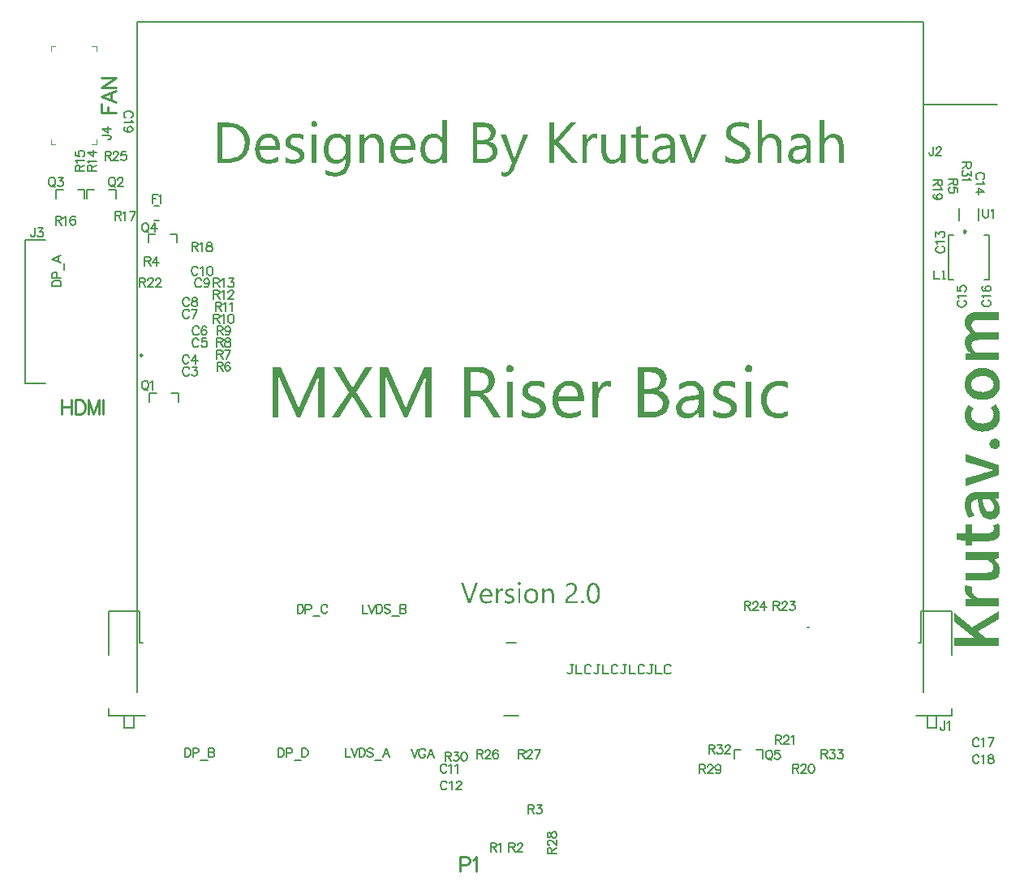
<source format=gto>
G04*
G04 #@! TF.GenerationSoftware,Altium Limited,Altium Designer,21.5.1 (32)*
G04*
G04 Layer_Color=65535*
%FSLAX25Y25*%
%MOIN*%
G70*
G04*
G04 #@! TF.SameCoordinates,D26129CB-67A6-4236-8345-823BA6B4C65A*
G04*
G04*
G04 #@! TF.FilePolarity,Positive*
G04*
G01*
G75*
%ADD10C,0.00984*%
%ADD11C,0.00787*%
%ADD12C,0.00500*%
%ADD13C,0.00394*%
%ADD14C,0.00606*%
%ADD15C,0.01000*%
G36*
X400262Y250459D02*
X392030D01*
X391997D01*
X391964D01*
X391735D01*
X391439Y250426D01*
X391078Y250393D01*
X390685Y250328D01*
X390259Y250229D01*
X389898Y250098D01*
X389602Y249934D01*
X389570Y249901D01*
X389504Y249836D01*
X389373Y249737D01*
X389242Y249541D01*
X389110Y249344D01*
X388979Y249049D01*
X388914Y248753D01*
X388881Y248360D01*
Y248294D01*
X388914Y248130D01*
X388979Y247868D01*
X389110Y247507D01*
X389307Y247081D01*
X389602Y246589D01*
X389799Y246326D01*
X390029Y246064D01*
X390324Y245769D01*
X390619Y245473D01*
X400262D01*
Y242226D01*
X392030D01*
X391997D01*
X391964D01*
X391735D01*
X391439Y242193D01*
X391078Y242161D01*
X390685Y242095D01*
X390259Y241997D01*
X389898Y241865D01*
X389602Y241701D01*
X389570Y241669D01*
X389504Y241603D01*
X389373Y241472D01*
X389242Y241308D01*
X389110Y241078D01*
X388979Y240783D01*
X388914Y240455D01*
X388881Y240061D01*
Y239996D01*
X388914Y239832D01*
X388979Y239569D01*
X389110Y239209D01*
X389307Y238782D01*
X389602Y238290D01*
X389799Y238028D01*
X390029Y237765D01*
X390324Y237470D01*
X390619Y237175D01*
X400262D01*
Y233928D01*
X386454D01*
Y236617D01*
X388323Y236847D01*
Y236945D01*
X388291Y236978D01*
X388159Y237109D01*
X387995Y237273D01*
X387766Y237503D01*
X387536Y237798D01*
X387274Y238126D01*
X386749Y238848D01*
X386716Y238881D01*
X386650Y239045D01*
X386552Y239241D01*
X386421Y239537D01*
X386290Y239865D01*
X386191Y240258D01*
X386126Y240685D01*
X386093Y241177D01*
Y241439D01*
X386126Y241701D01*
X386158Y242062D01*
X386257Y242423D01*
X386355Y242849D01*
X386519Y243243D01*
X386749Y243604D01*
X386782Y243637D01*
X386880Y243768D01*
X387011Y243932D01*
X387208Y244129D01*
X387471Y244358D01*
X387799Y244588D01*
X388159Y244817D01*
X388586Y245014D01*
X388553Y245047D01*
X388389Y245178D01*
X388192Y245375D01*
X387963Y245637D01*
X387667Y245933D01*
X387372Y246293D01*
X387077Y246654D01*
X386814Y247048D01*
X386782Y247113D01*
X386716Y247245D01*
X386585Y247474D01*
X386454Y247769D01*
X386322Y248130D01*
X386191Y248524D01*
X386126Y248983D01*
X386093Y249475D01*
Y249672D01*
X386126Y249836D01*
X386158Y250229D01*
X386257Y250689D01*
X386454Y251213D01*
X386716Y251771D01*
X387044Y252263D01*
X387274Y252493D01*
X387536Y252689D01*
X387602Y252722D01*
X387799Y252853D01*
X388126Y253017D01*
X388586Y253214D01*
X389143Y253411D01*
X389832Y253575D01*
X390652Y253706D01*
X391603Y253739D01*
X400262D01*
Y250459D01*
D02*
G37*
G36*
X393998Y230681D02*
X394391Y230648D01*
X394883Y230582D01*
X395408Y230484D01*
X395933Y230353D01*
X396458Y230156D01*
X396523Y230123D01*
X396687Y230057D01*
X396917Y229926D01*
X397245Y229762D01*
X397606Y229565D01*
X397999Y229303D01*
X398393Y229008D01*
X398754Y228680D01*
X398786Y228647D01*
X398918Y228516D01*
X399082Y228352D01*
X399278Y228089D01*
X399508Y227794D01*
X399705Y227433D01*
X399935Y227007D01*
X400131Y226581D01*
X400164Y226515D01*
X400197Y226384D01*
X400263Y226154D01*
X400361Y225826D01*
X400459Y225465D01*
X400525Y225039D01*
X400558Y224580D01*
X400591Y224121D01*
Y223891D01*
X400558Y223629D01*
X400525Y223333D01*
X400492Y222940D01*
X400394Y222513D01*
X400295Y222087D01*
X400131Y221628D01*
X400099Y221562D01*
X400033Y221431D01*
X399935Y221201D01*
X399771Y220939D01*
X399607Y220611D01*
X399344Y220250D01*
X399082Y219889D01*
X398754Y219529D01*
X398721Y219496D01*
X398590Y219365D01*
X398393Y219201D01*
X398098Y219004D01*
X397770Y218774D01*
X397376Y218545D01*
X396950Y218315D01*
X396458Y218085D01*
X396392Y218053D01*
X396228Y218020D01*
X395933Y217921D01*
X395539Y217823D01*
X395113Y217725D01*
X394588Y217659D01*
X393998Y217593D01*
X393374Y217561D01*
X393342D01*
X393309D01*
X393211D01*
X393079D01*
X392751Y217593D01*
X392358Y217626D01*
X391866Y217692D01*
X391374Y217790D01*
X390849Y217921D01*
X390324Y218085D01*
X390259Y218118D01*
X390094Y218184D01*
X389832Y218315D01*
X389504Y218479D01*
X389143Y218676D01*
X388783Y218905D01*
X388389Y219201D01*
X388028Y219529D01*
X387995Y219561D01*
X387864Y219693D01*
X387700Y219889D01*
X387503Y220152D01*
X387241Y220447D01*
X387011Y220808D01*
X386782Y221201D01*
X386585Y221628D01*
X386552Y221693D01*
X386519Y221825D01*
X386421Y222087D01*
X386323Y222382D01*
X386257Y222743D01*
X386159Y223169D01*
X386126Y223629D01*
X386093Y224121D01*
Y224350D01*
X386126Y224580D01*
X386159Y224908D01*
X386224Y225269D01*
X386290Y225695D01*
X386421Y226121D01*
X386585Y226581D01*
X386618Y226646D01*
X386683Y226777D01*
X386782Y227007D01*
X386946Y227302D01*
X387142Y227630D01*
X387405Y227991D01*
X387700Y228352D01*
X388028Y228680D01*
X388061Y228713D01*
X388192Y228844D01*
X388389Y229008D01*
X388651Y229205D01*
X388979Y229434D01*
X389373Y229697D01*
X389832Y229926D01*
X390324Y230156D01*
X390390Y230189D01*
X390554Y230254D01*
X390849Y230320D01*
X391210Y230451D01*
X391669Y230549D01*
X392161Y230615D01*
X392751Y230681D01*
X393374Y230713D01*
X393407D01*
X393440D01*
X393538D01*
X393670D01*
X393998Y230681D01*
D02*
G37*
G36*
X398951Y215691D02*
X399049Y215560D01*
X399213Y215363D01*
X399410Y215101D01*
X399607Y214773D01*
X399803Y214412D01*
X400033Y213985D01*
X400197Y213559D01*
Y213493D01*
X400263Y213362D01*
X400328Y213133D01*
X400394Y212837D01*
X400459Y212477D01*
X400525Y212050D01*
X400558Y211624D01*
X400591Y211197D01*
Y210968D01*
X400558Y210673D01*
X400525Y210345D01*
X400492Y209951D01*
X400394Y209492D01*
X400295Y209033D01*
X400131Y208573D01*
X400099Y208508D01*
X400033Y208377D01*
X399935Y208147D01*
X399771Y207852D01*
X399607Y207524D01*
X399344Y207163D01*
X399082Y206802D01*
X398754Y206441D01*
X398721Y206409D01*
X398590Y206310D01*
X398393Y206146D01*
X398098Y205949D01*
X397770Y205720D01*
X397376Y205490D01*
X396950Y205228D01*
X396458Y205031D01*
X396392Y204998D01*
X396228Y204965D01*
X395933Y204867D01*
X395539Y204801D01*
X395113Y204703D01*
X394588Y204605D01*
X393998Y204572D01*
X393374Y204539D01*
X393342D01*
X393309D01*
X393211D01*
X393079D01*
X392751Y204572D01*
X392358Y204605D01*
X391866Y204670D01*
X391374Y204769D01*
X390849Y204900D01*
X390324Y205097D01*
X390259Y205129D01*
X390094Y205195D01*
X389832Y205326D01*
X389504Y205490D01*
X389143Y205720D01*
X388783Y205982D01*
X388389Y206277D01*
X388028Y206605D01*
X387995Y206638D01*
X387864Y206769D01*
X387700Y206966D01*
X387503Y207229D01*
X387241Y207557D01*
X387011Y207950D01*
X386782Y208344D01*
X386585Y208803D01*
X386552Y208869D01*
X386519Y209033D01*
X386421Y209295D01*
X386323Y209623D01*
X386257Y210017D01*
X386159Y210476D01*
X386126Y210935D01*
X386093Y211460D01*
Y211689D01*
X386126Y211952D01*
X386159Y212247D01*
X386191Y212608D01*
X386290Y213001D01*
X386388Y213395D01*
X386552Y213789D01*
X386585Y213821D01*
X386618Y213953D01*
X386716Y214149D01*
X386847Y214379D01*
X387011Y214641D01*
X387208Y214937D01*
X387667Y215527D01*
X389767Y213953D01*
X389734Y213920D01*
X389668Y213854D01*
X389603Y213723D01*
X389471Y213592D01*
X389242Y213231D01*
X389012Y212805D01*
Y212772D01*
X388979Y212706D01*
X388914Y212608D01*
X388881Y212477D01*
X388783Y212083D01*
X388750Y211624D01*
Y211558D01*
X388783Y211361D01*
X388815Y211033D01*
X388914Y210673D01*
X389045Y210213D01*
X389275Y209787D01*
X389603Y209328D01*
X390029Y208901D01*
X390094Y208869D01*
X390259Y208737D01*
X390521Y208573D01*
X390915Y208377D01*
X391407Y208180D01*
X391964Y208016D01*
X392620Y207885D01*
X393374Y207852D01*
X393407D01*
X393473D01*
X393571D01*
X393735Y207885D01*
X394096Y207917D01*
X394588Y207983D01*
X395113Y208114D01*
X395671Y208278D01*
X396228Y208541D01*
X396720Y208869D01*
X396786Y208934D01*
X396917Y209065D01*
X397114Y209295D01*
X397343Y209590D01*
X397573Y209984D01*
X397770Y210443D01*
X397901Y210968D01*
X397967Y211558D01*
Y211689D01*
X397934Y211853D01*
Y212050D01*
X397835Y212542D01*
X397639Y213067D01*
X397606Y213100D01*
X397573Y213198D01*
X397507Y213329D01*
X397409Y213493D01*
X397114Y213920D01*
X396786Y214379D01*
X398918Y215724D01*
X398951Y215691D01*
D02*
G37*
G36*
X398754Y201587D02*
X398983Y201554D01*
X399213Y201489D01*
X399475Y201357D01*
X399738Y201226D01*
X400000Y201029D01*
X400033Y200997D01*
X400099Y200931D01*
X400197Y200800D01*
X400295Y200636D01*
X400394Y200406D01*
X400492Y200144D01*
X400558Y199849D01*
X400591Y199521D01*
Y199389D01*
X400558Y199193D01*
X400525Y198996D01*
X400459Y198766D01*
X400328Y198504D01*
X400197Y198241D01*
X400000Y198012D01*
X399967Y197979D01*
X399902Y197913D01*
X399738Y197815D01*
X399574Y197717D01*
X399344Y197618D01*
X399082Y197520D01*
X398754Y197454D01*
X398426Y197421D01*
X398393D01*
X398262D01*
X398098Y197454D01*
X397868Y197487D01*
X397639Y197553D01*
X397343Y197684D01*
X397081Y197815D01*
X396851Y198012D01*
X396819Y198045D01*
X396753Y198110D01*
X396655Y198241D01*
X396523Y198438D01*
X396425Y198668D01*
X396326Y198897D01*
X396261Y199193D01*
X396228Y199521D01*
Y199685D01*
X396261Y199849D01*
X396294Y200045D01*
X396392Y200308D01*
X396491Y200537D01*
X396655Y200800D01*
X396851Y201029D01*
X396884Y201062D01*
X396950Y201128D01*
X397114Y201226D01*
X397278Y201325D01*
X397507Y201423D01*
X397770Y201521D01*
X398098Y201587D01*
X398426Y201620D01*
X398459D01*
X398590D01*
X398754Y201587D01*
D02*
G37*
G36*
X400263Y190599D02*
Y186860D01*
X386454Y182038D01*
Y185318D01*
X393637Y187516D01*
X393670D01*
X393801Y187581D01*
X393998Y187614D01*
X394260Y187713D01*
X394588Y187778D01*
X394949Y187877D01*
X395703Y188106D01*
X395736D01*
X395867Y188172D01*
X396097Y188205D01*
X396359Y188303D01*
X396655Y188369D01*
X397015Y188467D01*
X397803Y188697D01*
Y188795D01*
X397737D01*
X397606Y188861D01*
X397409Y188893D01*
X397147Y188992D01*
X396819Y189057D01*
X396458Y189156D01*
X395703Y189385D01*
X395671D01*
X395507Y189451D01*
X395310Y189484D01*
X395047Y189582D01*
X394752Y189648D01*
X394391Y189746D01*
X393637Y189976D01*
X386454Y192173D01*
Y195289D01*
X400263Y190599D01*
D02*
G37*
G36*
Y177184D02*
X398754Y176954D01*
Y176856D01*
X398786Y176823D01*
X398885Y176692D01*
X399016Y176495D01*
X399213Y176265D01*
X399410Y175970D01*
X399639Y175609D01*
X399869Y175249D01*
X400066Y174855D01*
X400099Y174822D01*
X400131Y174658D01*
X400230Y174461D01*
X400328Y174166D01*
X400426Y173838D01*
X400492Y173445D01*
X400558Y173018D01*
X400591Y172559D01*
Y172395D01*
X400558Y172264D01*
X400525Y171936D01*
X400459Y171509D01*
X400328Y171050D01*
X400131Y170558D01*
X399869Y170066D01*
X399508Y169607D01*
X399443Y169574D01*
X399311Y169443D01*
X399049Y169246D01*
X398721Y169049D01*
X398294Y168853D01*
X397803Y168656D01*
X397212Y168525D01*
X396556Y168492D01*
X396491D01*
X396359D01*
X396163Y168525D01*
X395900Y168557D01*
X395605Y168590D01*
X395277Y168689D01*
X394949Y168787D01*
X394621Y168951D01*
X394588Y168984D01*
X394457Y169049D01*
X394293Y169148D01*
X394096Y169312D01*
X393867Y169509D01*
X393604Y169771D01*
X393342Y170066D01*
X393112Y170394D01*
X393079Y170427D01*
X393014Y170591D01*
X392882Y170788D01*
X392751Y171083D01*
X392587Y171477D01*
X392423Y171903D01*
X392259Y172395D01*
X392095Y172953D01*
Y172985D01*
X392063Y173018D01*
Y173117D01*
X392030Y173215D01*
X391931Y173543D01*
X391866Y174002D01*
X391735Y174527D01*
X391636Y175150D01*
X391538Y175872D01*
X391439Y176626D01*
X391407D01*
X391341D01*
X391243D01*
X391111Y176593D01*
X390751Y176561D01*
X390390Y176462D01*
X390357D01*
X390291Y176429D01*
X390094Y176364D01*
X389832Y176265D01*
X389537Y176069D01*
X389504D01*
X389471Y176003D01*
X389307Y175872D01*
X389111Y175609D01*
X388947Y175281D01*
Y175249D01*
X388914Y175183D01*
X388881Y175085D01*
X388815Y174953D01*
X388750Y174593D01*
X388717Y174101D01*
Y173937D01*
X388750Y173740D01*
Y173477D01*
X388815Y173182D01*
X388881Y172821D01*
X388979Y172461D01*
X389111Y172100D01*
X389143Y172067D01*
X389176Y171936D01*
X389275Y171739D01*
X389373Y171509D01*
X389537Y171214D01*
X389701Y170886D01*
X390094Y170197D01*
X387897Y169017D01*
X387864Y169082D01*
X387766Y169213D01*
X387634Y169443D01*
X387471Y169771D01*
X387274Y170165D01*
X387077Y170591D01*
X386847Y171083D01*
X386651Y171608D01*
Y171641D01*
X386618Y171673D01*
X386552Y171870D01*
X386487Y172165D01*
X386355Y172526D01*
X386257Y173018D01*
X386191Y173543D01*
X386126Y174101D01*
X386093Y174724D01*
Y174986D01*
X386126Y175150D01*
Y175380D01*
X386159Y175609D01*
X386290Y176167D01*
X386454Y176823D01*
X386749Y177446D01*
X387110Y178069D01*
X387372Y178332D01*
X387634Y178594D01*
X387667D01*
X387700Y178660D01*
X387799Y178725D01*
X387930Y178791D01*
X388094Y178889D01*
X388291Y178988D01*
X388520Y179119D01*
X388783Y179250D01*
X389078Y179349D01*
X389406Y179480D01*
X389767Y179578D01*
X390160Y179677D01*
X390586Y179742D01*
X391078Y179808D01*
X392095Y179873D01*
X400263D01*
Y177184D01*
D02*
G37*
G36*
X400099Y166721D02*
X400131Y166655D01*
X400164Y166524D01*
X400197Y166393D01*
X400263Y166196D01*
X400295Y165966D01*
X400426Y165474D01*
Y165441D01*
X400459Y165343D01*
X400492Y165212D01*
Y165015D01*
X400525Y164785D01*
X400558Y164523D01*
X400591Y163933D01*
Y163736D01*
X400558Y163506D01*
Y163211D01*
X400492Y162883D01*
X400426Y162555D01*
X400361Y162194D01*
X400230Y161866D01*
X400197Y161833D01*
X400164Y161735D01*
X400066Y161571D01*
X399967Y161407D01*
X399639Y160948D01*
X399213Y160521D01*
X399180Y160489D01*
X399082Y160423D01*
X398951Y160357D01*
X398754Y160226D01*
X398524Y160095D01*
X398262Y159997D01*
X397967Y159865D01*
X397639Y159767D01*
X397606D01*
X397475Y159734D01*
X397278Y159701D01*
X397048Y159669D01*
X396753Y159603D01*
X396392Y159570D01*
X395999Y159537D01*
X395605D01*
X389012D01*
Y157569D01*
X386585D01*
X386454Y159701D01*
X382682Y160095D01*
Y162785D01*
X386454D01*
Y166327D01*
X389012D01*
Y162785D01*
X395605D01*
X395638D01*
X395703D01*
X395834D01*
X395999Y162817D01*
X396359Y162883D01*
X396819Y163047D01*
X397278Y163277D01*
X397475Y163441D01*
X397639Y163605D01*
X397803Y163834D01*
X397934Y164097D01*
X397999Y164392D01*
X398032Y164753D01*
Y164982D01*
X397999Y165212D01*
X397967Y165474D01*
Y165507D01*
X397934Y165540D01*
X397901Y165704D01*
X397803Y165933D01*
X397704Y166196D01*
X400099Y166753D01*
Y166721D01*
D02*
G37*
G36*
X400263Y152289D02*
X398262Y152026D01*
Y151928D01*
X398294Y151895D01*
X398426Y151764D01*
X398623Y151600D01*
X398852Y151337D01*
X399147Y151075D01*
X399410Y150714D01*
X399705Y150353D01*
X399967Y149960D01*
X400000Y149927D01*
X400066Y149763D01*
X400164Y149566D01*
X400263Y149271D01*
X400394Y148910D01*
X400492Y148484D01*
X400558Y148025D01*
X400591Y147500D01*
Y147303D01*
X400558Y147139D01*
X400525Y146745D01*
X400426Y146253D01*
X400230Y145729D01*
X400000Y145204D01*
X399639Y144679D01*
X399443Y144449D01*
X399180Y144253D01*
X399147D01*
X399115Y144220D01*
X398918Y144089D01*
X398590Y143925D01*
X398130Y143761D01*
X397573Y143564D01*
X396884Y143400D01*
X396064Y143269D01*
X395113Y143236D01*
X386454D01*
Y146483D01*
X394687D01*
X394719D01*
X394752D01*
X394982D01*
X395277Y146516D01*
X395638Y146549D01*
X396064Y146614D01*
X396458Y146680D01*
X396819Y146811D01*
X397147Y146975D01*
X397179Y147008D01*
X397245Y147073D01*
X397376Y147205D01*
X397475Y147369D01*
X397606Y147598D01*
X397737Y147893D01*
X397803Y148221D01*
X397835Y148615D01*
Y148779D01*
X397803Y148943D01*
X397770Y149140D01*
X397639Y149665D01*
X397540Y149927D01*
X397376Y150189D01*
X397343Y150222D01*
X397278Y150321D01*
X397179Y150452D01*
X397015Y150649D01*
X396819Y150878D01*
X396556Y151141D01*
X396261Y151403D01*
X395900Y151698D01*
X386454D01*
Y154913D01*
X400263D01*
Y152289D01*
D02*
G37*
G36*
X389209Y140809D02*
X389176Y140743D01*
X389143Y140579D01*
X389078Y140382D01*
X389045Y140120D01*
Y140054D01*
X389012Y139923D01*
X388979Y139693D01*
Y139267D01*
X389012Y139103D01*
X389045Y138873D01*
X389143Y138611D01*
X389242Y138316D01*
X389406Y137988D01*
X389635Y137660D01*
X389668Y137627D01*
X389767Y137529D01*
X389931Y137332D01*
X390127Y137135D01*
X390455Y136905D01*
X390816Y136643D01*
X391275Y136381D01*
X391833Y136118D01*
X400263D01*
Y132871D01*
X386454D01*
Y135561D01*
X388881Y135790D01*
Y135889D01*
X388815Y135921D01*
X388651Y136020D01*
X388422Y136184D01*
X388126Y136381D01*
X387799Y136643D01*
X387438Y136938D01*
X387110Y137299D01*
X386815Y137660D01*
X386782Y137693D01*
X386716Y137857D01*
X386585Y138053D01*
X386454Y138316D01*
X386323Y138644D01*
X386191Y139005D01*
X386126Y139398D01*
X386093Y139825D01*
Y140153D01*
X386126Y140382D01*
X386224Y140907D01*
X386290Y141169D01*
X386388Y141399D01*
X389209Y140809D01*
D02*
G37*
G36*
X400263Y127229D02*
X391603Y122244D01*
X394883Y119587D01*
X400263D01*
Y116340D01*
X381862D01*
Y119587D01*
X390226D01*
Y119685D01*
X381862Y126245D01*
Y129886D01*
X389045Y124212D01*
X400263Y130837D01*
Y127229D01*
D02*
G37*
G36*
X297618Y231965D02*
X297763D01*
X298091Y231819D01*
X298274Y231710D01*
X298456Y231564D01*
X298492Y231528D01*
X298529Y231491D01*
X298711Y231273D01*
X298857Y230908D01*
X298893Y230689D01*
X298930Y230471D01*
Y230434D01*
Y230361D01*
X298893Y230252D01*
X298857Y230106D01*
X298747Y229742D01*
X298602Y229559D01*
X298456Y229377D01*
X298419D01*
X298383Y229304D01*
X298164Y229158D01*
X297836Y229013D01*
X297618Y228976D01*
X297399Y228940D01*
X297289D01*
X297180Y228976D01*
X297034D01*
X296670Y229122D01*
X296488Y229195D01*
X296305Y229341D01*
Y229377D01*
X296233Y229414D01*
X296160Y229523D01*
X296087Y229632D01*
X295941Y229997D01*
X295904Y230216D01*
X295868Y230471D01*
Y230507D01*
Y230580D01*
X295904Y230689D01*
X295941Y230872D01*
X296050Y231200D01*
X296160Y231382D01*
X296305Y231564D01*
X296342Y231601D01*
X296378Y231637D01*
X296597Y231783D01*
X296961Y231929D01*
X297180Y232002D01*
X297508D01*
X297618Y231965D01*
D02*
G37*
G36*
X199421D02*
X199567D01*
X199895Y231819D01*
X200077Y231710D01*
X200260Y231564D01*
X200296Y231528D01*
X200332Y231491D01*
X200515Y231273D01*
X200660Y230908D01*
X200697Y230689D01*
X200733Y230471D01*
Y230434D01*
Y230361D01*
X200697Y230252D01*
X200660Y230106D01*
X200551Y229742D01*
X200405Y229559D01*
X200260Y229377D01*
X200223D01*
X200187Y229304D01*
X199968Y229158D01*
X199640Y229013D01*
X199421Y228976D01*
X199203Y228940D01*
X199093D01*
X198984Y228976D01*
X198838D01*
X198474Y229122D01*
X198291Y229195D01*
X198109Y229341D01*
Y229377D01*
X198036Y229414D01*
X197963Y229523D01*
X197890Y229632D01*
X197745Y229997D01*
X197708Y230216D01*
X197672Y230471D01*
Y230507D01*
Y230580D01*
X197708Y230689D01*
X197745Y230872D01*
X197854Y231200D01*
X197963Y231382D01*
X198109Y231564D01*
X198145Y231601D01*
X198182Y231637D01*
X198401Y231783D01*
X198765Y231929D01*
X198984Y232002D01*
X199312D01*
X199421Y231965D01*
D02*
G37*
G36*
X289088Y225477D02*
X289562Y225441D01*
X290072Y225368D01*
X290656Y225222D01*
X291239Y225076D01*
X291822Y224857D01*
Y222452D01*
X291749Y222488D01*
X291530Y222634D01*
X291202Y222780D01*
X290765Y222998D01*
X290218Y223181D01*
X289562Y223363D01*
X288833Y223472D01*
X288068Y223509D01*
X287667D01*
X287302Y223436D01*
X286865Y223363D01*
X286828D01*
X286792Y223326D01*
X286573Y223254D01*
X286282Y223108D01*
X285953Y222926D01*
X285881Y222889D01*
X285735Y222743D01*
X285553Y222525D01*
X285370Y222270D01*
X285334Y222197D01*
X285261Y222014D01*
X285188Y221759D01*
X285152Y221431D01*
Y221395D01*
Y221322D01*
Y221212D01*
X285188Y221103D01*
X285261Y220775D01*
X285370Y220447D01*
X285407Y220374D01*
X285516Y220228D01*
X285735Y220010D01*
X285990Y219754D01*
X286027D01*
X286063Y219718D01*
X286282Y219572D01*
X286573Y219390D01*
X286974Y219208D01*
X287011D01*
X287084Y219171D01*
X287193Y219135D01*
X287375Y219062D01*
X287776Y218916D01*
X288286Y218697D01*
X288323D01*
X288469Y218624D01*
X288651Y218552D01*
X288870Y218479D01*
X289453Y218224D01*
X290036Y217932D01*
X290072D01*
X290182Y217859D01*
X290328Y217786D01*
X290510Y217677D01*
X290947Y217385D01*
X291385Y217021D01*
X291421Y216984D01*
X291494Y216948D01*
X291567Y216838D01*
X291713Y216693D01*
X291968Y216328D01*
X292223Y215854D01*
Y215818D01*
X292259Y215745D01*
X292332Y215599D01*
X292369Y215417D01*
X292442Y215198D01*
X292478Y214943D01*
X292515Y214323D01*
Y214287D01*
Y214141D01*
X292478Y213922D01*
X292442Y213667D01*
X292405Y213376D01*
X292296Y213048D01*
X292186Y212756D01*
X292004Y212428D01*
X291968Y212391D01*
X291931Y212282D01*
X291822Y212136D01*
X291676Y211954D01*
X291494Y211735D01*
X291275Y211517D01*
X290728Y211079D01*
X290692Y211043D01*
X290583Y211006D01*
X290437Y210897D01*
X290182Y210788D01*
X289927Y210642D01*
X289598Y210533D01*
X289270Y210423D01*
X288870Y210314D01*
X288833D01*
X288687Y210277D01*
X288469Y210241D01*
X288213Y210205D01*
X287849Y210132D01*
X287485Y210095D01*
X286646Y210059D01*
X286282D01*
X285844Y210095D01*
X285297Y210168D01*
X284678Y210277D01*
X284022Y210423D01*
X283366Y210606D01*
X282710Y210897D01*
Y213449D01*
X282746D01*
X282782Y213376D01*
X282892Y213303D01*
X283038Y213230D01*
X283438Y213011D01*
X283985Y212756D01*
X284605Y212464D01*
X285334Y212246D01*
X286136Y212100D01*
X286974Y212027D01*
X287266D01*
X287448Y212064D01*
X287958Y212136D01*
X288542Y212282D01*
X289088Y212537D01*
X289343Y212720D01*
X289598Y212902D01*
X289781Y213157D01*
X289927Y213412D01*
X290036Y213740D01*
X290072Y214105D01*
Y214141D01*
Y214214D01*
Y214323D01*
X290036Y214433D01*
X289963Y214761D01*
X289817Y215089D01*
Y215125D01*
X289781Y215162D01*
X289635Y215344D01*
X289416Y215599D01*
X289088Y215818D01*
X289052D01*
X289015Y215891D01*
X288797Y216000D01*
X288469Y216219D01*
X288031Y216401D01*
X287995D01*
X287922Y216438D01*
X287812Y216510D01*
X287630Y216583D01*
X287229Y216729D01*
X286719Y216948D01*
X286683D01*
X286537Y217021D01*
X286354Y217094D01*
X286136Y217166D01*
X285553Y217422D01*
X284969Y217713D01*
X284933Y217750D01*
X284860Y217786D01*
X284714Y217859D01*
X284532Y217968D01*
X284131Y218260D01*
X283730Y218588D01*
X283694Y218624D01*
X283657Y218661D01*
X283548Y218770D01*
X283438Y218916D01*
X283183Y219281D01*
X282965Y219718D01*
Y219754D01*
X282928Y219827D01*
X282892Y219973D01*
X282855Y220155D01*
X282819Y220374D01*
X282782Y220629D01*
X282746Y221249D01*
Y221285D01*
Y221431D01*
X282782Y221613D01*
X282819Y221868D01*
X282855Y222160D01*
X282965Y222452D01*
X283074Y222780D01*
X283220Y223071D01*
X283256Y223108D01*
X283293Y223217D01*
X283402Y223363D01*
X283548Y223545D01*
X283949Y223983D01*
X284459Y224420D01*
X284496Y224457D01*
X284605Y224493D01*
X284751Y224602D01*
X285006Y224712D01*
X285261Y224857D01*
X285553Y225003D01*
X286282Y225222D01*
X286318D01*
X286464Y225258D01*
X286646Y225331D01*
X286938Y225368D01*
X287229Y225441D01*
X287594Y225477D01*
X288396Y225514D01*
X288724D01*
X289088Y225477D01*
D02*
G37*
G36*
X210648D02*
X211122Y225441D01*
X211632Y225368D01*
X212215Y225222D01*
X212798Y225076D01*
X213382Y224857D01*
Y222452D01*
X213309Y222488D01*
X213090Y222634D01*
X212762Y222780D01*
X212325Y222998D01*
X211778Y223181D01*
X211122Y223363D01*
X210393Y223472D01*
X209627Y223509D01*
X209226D01*
X208862Y223436D01*
X208424Y223363D01*
X208388D01*
X208351Y223326D01*
X208133Y223254D01*
X207841Y223108D01*
X207513Y222926D01*
X207440Y222889D01*
X207295Y222743D01*
X207112Y222525D01*
X206930Y222270D01*
X206893Y222197D01*
X206821Y222014D01*
X206748Y221759D01*
X206711Y221431D01*
Y221395D01*
Y221322D01*
Y221212D01*
X206748Y221103D01*
X206821Y220775D01*
X206930Y220447D01*
X206966Y220374D01*
X207076Y220228D01*
X207295Y220010D01*
X207550Y219754D01*
X207586D01*
X207623Y219718D01*
X207841Y219572D01*
X208133Y219390D01*
X208534Y219208D01*
X208570D01*
X208643Y219171D01*
X208752Y219135D01*
X208935Y219062D01*
X209336Y218916D01*
X209846Y218697D01*
X209882D01*
X210028Y218624D01*
X210210Y218552D01*
X210429Y218479D01*
X211012Y218224D01*
X211596Y217932D01*
X211632D01*
X211741Y217859D01*
X211887Y217786D01*
X212069Y217677D01*
X212507Y217385D01*
X212944Y217021D01*
X212981Y216984D01*
X213053Y216948D01*
X213126Y216838D01*
X213272Y216693D01*
X213527Y216328D01*
X213783Y215854D01*
Y215818D01*
X213819Y215745D01*
X213892Y215599D01*
X213928Y215417D01*
X214001Y215198D01*
X214038Y214943D01*
X214074Y214323D01*
Y214287D01*
Y214141D01*
X214038Y213922D01*
X214001Y213667D01*
X213965Y213376D01*
X213856Y213048D01*
X213746Y212756D01*
X213564Y212428D01*
X213527Y212391D01*
X213491Y212282D01*
X213382Y212136D01*
X213236Y211954D01*
X213053Y211735D01*
X212835Y211517D01*
X212288Y211079D01*
X212252Y211043D01*
X212142Y211006D01*
X211997Y210897D01*
X211741Y210788D01*
X211486Y210642D01*
X211158Y210533D01*
X210830Y210423D01*
X210429Y210314D01*
X210393D01*
X210247Y210277D01*
X210028Y210241D01*
X209773Y210205D01*
X209409Y210132D01*
X209044Y210095D01*
X208206Y210059D01*
X207841D01*
X207404Y210095D01*
X206857Y210168D01*
X206237Y210277D01*
X205581Y210423D01*
X204925Y210606D01*
X204269Y210897D01*
Y213449D01*
X204306D01*
X204342Y213376D01*
X204451Y213303D01*
X204597Y213230D01*
X204998Y213011D01*
X205545Y212756D01*
X206165Y212464D01*
X206893Y212246D01*
X207695Y212100D01*
X208534Y212027D01*
X208825D01*
X209008Y212064D01*
X209518Y212136D01*
X210101Y212282D01*
X210648Y212537D01*
X210903Y212720D01*
X211158Y212902D01*
X211340Y213157D01*
X211486Y213412D01*
X211596Y213740D01*
X211632Y214105D01*
Y214141D01*
Y214214D01*
Y214323D01*
X211596Y214433D01*
X211523Y214761D01*
X211377Y215089D01*
Y215125D01*
X211340Y215162D01*
X211195Y215344D01*
X210976Y215599D01*
X210648Y215818D01*
X210611D01*
X210575Y215891D01*
X210356Y216000D01*
X210028Y216219D01*
X209591Y216401D01*
X209554D01*
X209481Y216438D01*
X209372Y216510D01*
X209190Y216583D01*
X208789Y216729D01*
X208279Y216948D01*
X208242D01*
X208096Y217021D01*
X207914Y217094D01*
X207695Y217166D01*
X207112Y217422D01*
X206529Y217713D01*
X206492Y217750D01*
X206420Y217786D01*
X206274Y217859D01*
X206092Y217968D01*
X205691Y218260D01*
X205290Y218588D01*
X205253Y218624D01*
X205217Y218661D01*
X205107Y218770D01*
X204998Y218916D01*
X204743Y219281D01*
X204524Y219718D01*
Y219754D01*
X204488Y219827D01*
X204451Y219973D01*
X204415Y220155D01*
X204378Y220374D01*
X204342Y220629D01*
X204306Y221249D01*
Y221285D01*
Y221431D01*
X204342Y221613D01*
X204378Y221868D01*
X204415Y222160D01*
X204524Y222452D01*
X204634Y222780D01*
X204779Y223071D01*
X204816Y223108D01*
X204852Y223217D01*
X204962Y223363D01*
X205107Y223545D01*
X205508Y223983D01*
X206019Y224420D01*
X206055Y224457D01*
X206165Y224493D01*
X206310Y224602D01*
X206565Y224712D01*
X206821Y224857D01*
X207112Y225003D01*
X207841Y225222D01*
X207878D01*
X208024Y225258D01*
X208206Y225331D01*
X208497Y225368D01*
X208789Y225441D01*
X209153Y225477D01*
X209955Y225514D01*
X210283D01*
X210648Y225477D01*
D02*
G37*
G36*
X310740D02*
X311213Y225441D01*
X311724Y225331D01*
X312307Y225222D01*
X312890Y225040D01*
X313473Y224784D01*
Y222379D01*
X313400Y222415D01*
X313182Y222561D01*
X312854Y222743D01*
X312416Y222962D01*
X311906Y223144D01*
X311286Y223326D01*
X310630Y223472D01*
X309938Y223509D01*
X309719D01*
X309573Y223472D01*
X309136Y223436D01*
X308626Y223290D01*
X308042Y223108D01*
X307423Y222816D01*
X306803Y222415D01*
X306511Y222160D01*
X306220Y221868D01*
X306147Y221796D01*
X306001Y221577D01*
X305746Y221212D01*
X305491Y220739D01*
X305236Y220119D01*
X304980Y219426D01*
X304835Y218588D01*
X304762Y217640D01*
Y217604D01*
Y217531D01*
Y217385D01*
X304798Y217203D01*
Y216984D01*
X304835Y216729D01*
X304944Y216146D01*
X305090Y215490D01*
X305345Y214797D01*
X305673Y214141D01*
X306110Y213522D01*
X306183Y213449D01*
X306365Y213303D01*
X306657Y213048D01*
X307095Y212792D01*
X307605Y212501D01*
X308261Y212246D01*
X308990Y212100D01*
X309792Y212027D01*
X309974D01*
X310120Y212064D01*
X310484Y212100D01*
X310958Y212173D01*
X311541Y212355D01*
X312161Y212574D01*
X312781Y212865D01*
X313437Y213303D01*
Y211043D01*
X313400D01*
X313364Y211006D01*
X313255Y210970D01*
X313145Y210897D01*
X312781Y210715D01*
X312307Y210569D01*
X311687Y210387D01*
X310995Y210205D01*
X310229Y210095D01*
X309391Y210059D01*
X309099D01*
X308881Y210095D01*
X308589Y210132D01*
X308297Y210168D01*
X307568Y210314D01*
X306767Y210569D01*
X305892Y210933D01*
X305491Y211152D01*
X305053Y211444D01*
X304652Y211735D01*
X304288Y212100D01*
X304252Y212136D01*
X304215Y212209D01*
X304106Y212319D01*
X303996Y212464D01*
X303851Y212683D01*
X303668Y212902D01*
X303486Y213193D01*
X303340Y213522D01*
X303158Y213886D01*
X302976Y214287D01*
X302648Y215198D01*
X302429Y216255D01*
X302393Y216838D01*
X302356Y217422D01*
Y217458D01*
Y217567D01*
Y217786D01*
X302393Y218041D01*
X302429Y218333D01*
X302465Y218697D01*
X302538Y219098D01*
X302611Y219536D01*
X302866Y220447D01*
X303049Y220957D01*
X303231Y221431D01*
X303486Y221941D01*
X303741Y222415D01*
X304069Y222853D01*
X304434Y223290D01*
X304470Y223326D01*
X304543Y223399D01*
X304652Y223509D01*
X304835Y223655D01*
X305017Y223800D01*
X305272Y223983D01*
X305600Y224201D01*
X305928Y224420D01*
X306329Y224602D01*
X306730Y224821D01*
X307204Y225003D01*
X307678Y225185D01*
X308225Y225295D01*
X308808Y225404D01*
X309391Y225477D01*
X310047Y225514D01*
X310375D01*
X310740Y225477D01*
D02*
G37*
G36*
X136144Y220812D02*
X142778Y210387D01*
X139789D01*
X135014Y218296D01*
X134978Y218369D01*
X134905Y218552D01*
X134722Y218880D01*
X134540Y219317D01*
X134504D01*
X134467Y219244D01*
X134395Y219062D01*
X134212Y218734D01*
X133993Y218296D01*
X129073Y210387D01*
X126120D01*
X133046Y220775D01*
X126667Y231090D01*
X129656D01*
X133884Y223800D01*
X133921Y223764D01*
X133957Y223691D01*
X134030Y223545D01*
X134139Y223363D01*
X134358Y222889D01*
X134613Y222379D01*
X134686D01*
X134722Y222415D01*
X134759Y222525D01*
X134832Y222707D01*
X134941Y222926D01*
X135196Y223399D01*
X135342Y223655D01*
X135488Y223873D01*
X139898Y231090D01*
X142669D01*
X136144Y220812D01*
D02*
G37*
G36*
X240063Y225404D02*
X240500Y225368D01*
X240756Y225295D01*
X240938Y225222D01*
Y222780D01*
X240901Y222816D01*
X240828Y222853D01*
X240683Y222926D01*
X240500Y223035D01*
X240245Y223108D01*
X239917Y223181D01*
X239553Y223217D01*
X239152Y223254D01*
X239079D01*
X238897Y223217D01*
X238605Y223181D01*
X238277Y223071D01*
X237840Y222889D01*
X237439Y222634D01*
X237001Y222270D01*
X236600Y221796D01*
X236564Y221723D01*
X236454Y221540D01*
X236272Y221212D01*
X236090Y220775D01*
X235908Y220228D01*
X235725Y219536D01*
X235616Y218770D01*
X235580Y217896D01*
Y210387D01*
X233210D01*
Y225185D01*
X235580D01*
Y222124D01*
X235653D01*
Y222160D01*
X235689Y222197D01*
X235762Y222379D01*
X235871Y222670D01*
X236053Y223035D01*
X236236Y223399D01*
X236527Y223800D01*
X236819Y224201D01*
X237183Y224566D01*
X237220Y224602D01*
X237366Y224712D01*
X237584Y224857D01*
X237876Y225003D01*
X238204Y225149D01*
X238605Y225295D01*
X239042Y225404D01*
X239516Y225441D01*
X239844D01*
X240063Y225404D01*
D02*
G37*
G36*
X167054Y210387D02*
X164611D01*
Y224274D01*
Y224311D01*
Y224347D01*
Y224566D01*
Y224930D01*
X164648Y225404D01*
Y225987D01*
X164721Y226680D01*
X164757Y227445D01*
X164830Y228320D01*
X164757D01*
Y228247D01*
X164721Y228101D01*
X164648Y227846D01*
X164575Y227518D01*
X164356Y226862D01*
X164247Y226534D01*
X164138Y226279D01*
X157066Y210387D01*
X155900D01*
X148829Y226170D01*
Y226206D01*
X148792Y226315D01*
X148719Y226461D01*
X148646Y226716D01*
X148537Y227008D01*
X148428Y227373D01*
X148318Y227810D01*
X148209Y228320D01*
X148136D01*
Y228247D01*
X148173Y228065D01*
Y227773D01*
X148209Y227336D01*
Y226753D01*
X148246Y226060D01*
Y225222D01*
Y224238D01*
Y210387D01*
X145913D01*
Y231090D01*
X149120D01*
X155499Y216656D01*
X155535Y216583D01*
X155608Y216365D01*
X155754Y216073D01*
X155900Y215708D01*
X156046Y215307D01*
X156192Y214907D01*
X156337Y214506D01*
X156447Y214141D01*
X156520D01*
Y214178D01*
X156556Y214214D01*
X156629Y214433D01*
X156738Y214724D01*
X156884Y215089D01*
X157030Y215526D01*
X157212Y215927D01*
X157358Y216328D01*
X157504Y216693D01*
X163992Y231090D01*
X167054D01*
Y210387D01*
D02*
G37*
G36*
X123022D02*
X120580D01*
Y224274D01*
Y224311D01*
Y224347D01*
Y224566D01*
Y224930D01*
X120616Y225404D01*
Y225987D01*
X120689Y226680D01*
X120726Y227445D01*
X120799Y228320D01*
X120726D01*
Y228247D01*
X120689Y228101D01*
X120616Y227846D01*
X120544Y227518D01*
X120325Y226862D01*
X120215Y226534D01*
X120106Y226279D01*
X113035Y210387D01*
X111868D01*
X104797Y226170D01*
Y226206D01*
X104761Y226315D01*
X104688Y226461D01*
X104615Y226716D01*
X104505Y227008D01*
X104396Y227373D01*
X104287Y227810D01*
X104177Y228320D01*
X104104D01*
Y228247D01*
X104141Y228065D01*
Y227773D01*
X104177Y227336D01*
Y226753D01*
X104214Y226060D01*
Y225222D01*
Y224238D01*
Y210387D01*
X101881D01*
Y231090D01*
X105089D01*
X111467Y216656D01*
X111504Y216583D01*
X111577Y216365D01*
X111723Y216073D01*
X111868Y215708D01*
X112014Y215307D01*
X112160Y214907D01*
X112306Y214506D01*
X112415Y214141D01*
X112488D01*
Y214178D01*
X112524Y214214D01*
X112597Y214433D01*
X112707Y214724D01*
X112853Y215089D01*
X112998Y215526D01*
X113180Y215927D01*
X113326Y216328D01*
X113472Y216693D01*
X119960Y231090D01*
X123022D01*
Y210387D01*
D02*
G37*
G36*
X298529D02*
X296160D01*
Y225185D01*
X298529D01*
Y210387D01*
D02*
G37*
G36*
X274399Y225477D02*
X274727Y225441D01*
X275128Y225331D01*
X275565Y225222D01*
X276039Y225040D01*
X276549Y224821D01*
X277023Y224529D01*
X277497Y224165D01*
X277935Y223727D01*
X278335Y223181D01*
X278663Y222561D01*
X278919Y221832D01*
X279064Y220994D01*
X279137Y220010D01*
Y210387D01*
X276768D01*
Y212683D01*
X276695D01*
Y212647D01*
X276622Y212574D01*
X276549Y212428D01*
X276404Y212282D01*
X276039Y211845D01*
X275565Y211371D01*
X274909Y210897D01*
X274144Y210460D01*
X273670Y210314D01*
X273196Y210168D01*
X272686Y210095D01*
X272139Y210059D01*
X271920D01*
X271775Y210095D01*
X271374Y210132D01*
X270900Y210205D01*
X270317Y210350D01*
X269770Y210533D01*
X269186Y210824D01*
X268676Y211189D01*
X268640Y211262D01*
X268494Y211407D01*
X268275Y211663D01*
X268057Y212027D01*
X267838Y212464D01*
X267619Y212975D01*
X267473Y213594D01*
X267437Y214287D01*
Y214323D01*
Y214469D01*
X267473Y214688D01*
X267510Y214943D01*
X267583Y215271D01*
X267692Y215636D01*
X267838Y216037D01*
X268057Y216438D01*
X268312Y216875D01*
X268640Y217312D01*
X269041Y217713D01*
X269515Y218078D01*
X270061Y218442D01*
X270718Y218734D01*
X271446Y218952D01*
X272321Y219135D01*
X276768Y219754D01*
Y219791D01*
Y219900D01*
X276732Y220119D01*
Y220338D01*
X276659Y220629D01*
X276622Y220957D01*
X276404Y221650D01*
X276221Y221978D01*
X276039Y222306D01*
X275784Y222634D01*
X275492Y222926D01*
X275128Y223181D01*
X274727Y223363D01*
X274253Y223472D01*
X273706Y223509D01*
X273451D01*
X273269Y223472D01*
X273014D01*
X272759Y223399D01*
X272103Y223290D01*
X271374Y223071D01*
X270572Y222743D01*
X270134Y222525D01*
X269733Y222306D01*
X269296Y222014D01*
X268895Y221686D01*
Y224128D01*
X268931D01*
X269004Y224201D01*
X269114Y224274D01*
X269296Y224347D01*
X269478Y224457D01*
X269733Y224566D01*
X270025Y224675D01*
X270353Y224821D01*
X271082Y225076D01*
X271957Y225295D01*
X272904Y225441D01*
X273925Y225514D01*
X274144D01*
X274399Y225477D01*
D02*
G37*
G36*
X258252Y231054D02*
X258507D01*
X258762Y231017D01*
X259345Y230945D01*
X260038Y230762D01*
X260767Y230544D01*
X261459Y230216D01*
X262079Y229778D01*
X262115D01*
X262152Y229705D01*
X262334Y229559D01*
X262589Y229268D01*
X262881Y228867D01*
X263136Y228357D01*
X263391Y227773D01*
X263573Y227117D01*
X263646Y226753D01*
Y226352D01*
Y226315D01*
Y226279D01*
Y226060D01*
X263610Y225732D01*
X263537Y225331D01*
X263427Y224821D01*
X263245Y224311D01*
X263026Y223800D01*
X262699Y223290D01*
X262662Y223217D01*
X262516Y223071D01*
X262298Y222853D01*
X262006Y222561D01*
X261641Y222270D01*
X261204Y221941D01*
X260657Y221686D01*
X260074Y221431D01*
Y221395D01*
X260183D01*
X260293Y221358D01*
X260402Y221322D01*
X260803Y221249D01*
X261277Y221103D01*
X261787Y220884D01*
X262334Y220629D01*
X262881Y220265D01*
X263391Y219791D01*
X263464Y219718D01*
X263610Y219536D01*
X263792Y219281D01*
X264047Y218880D01*
X264266Y218369D01*
X264485Y217786D01*
X264630Y217094D01*
X264667Y216328D01*
Y216292D01*
Y216219D01*
Y216073D01*
X264630Y215891D01*
X264594Y215672D01*
X264557Y215417D01*
X264412Y214797D01*
X264193Y214105D01*
X263865Y213376D01*
X263646Y213048D01*
X263391Y212683D01*
X263063Y212355D01*
X262735Y212027D01*
X262699D01*
X262662Y211954D01*
X262553Y211881D01*
X262407Y211772D01*
X262225Y211663D01*
X261969Y211517D01*
X261423Y211225D01*
X260730Y210897D01*
X259928Y210642D01*
X258980Y210460D01*
X258507Y210423D01*
X257960Y210387D01*
X251909D01*
Y231090D01*
X258069D01*
X258252Y231054D01*
D02*
G37*
G36*
X200332Y210387D02*
X197963D01*
Y225185D01*
X200332D01*
Y210387D01*
D02*
G37*
G36*
X187575Y231054D02*
X187976Y231017D01*
X188377Y230945D01*
X189252Y230726D01*
X189288D01*
X189434Y230653D01*
X189653Y230580D01*
X189944Y230471D01*
X190272Y230325D01*
X190600Y230143D01*
X191256Y229705D01*
X191293Y229669D01*
X191402Y229596D01*
X191548Y229450D01*
X191730Y229231D01*
X191949Y228976D01*
X192168Y228685D01*
X192386Y228357D01*
X192569Y227992D01*
X192605Y227956D01*
X192642Y227810D01*
X192715Y227591D01*
X192824Y227300D01*
X192933Y226972D01*
X193006Y226534D01*
X193043Y226097D01*
X193079Y225586D01*
Y225550D01*
Y225404D01*
Y225185D01*
X193043Y224930D01*
X193006Y224602D01*
X192933Y224274D01*
X192751Y223582D01*
Y223545D01*
X192678Y223436D01*
X192605Y223254D01*
X192496Y223035D01*
X192204Y222525D01*
X191803Y221941D01*
X191767Y221905D01*
X191694Y221832D01*
X191585Y221686D01*
X191402Y221540D01*
X191183Y221358D01*
X190928Y221140D01*
X190345Y220739D01*
X190309Y220702D01*
X190199Y220666D01*
X190017Y220593D01*
X189798Y220483D01*
X189507Y220338D01*
X189215Y220228D01*
X188486Y220010D01*
Y219937D01*
X188523D01*
X188559Y219900D01*
X188778Y219791D01*
X189069Y219609D01*
X189361Y219390D01*
X189398D01*
X189434Y219354D01*
X189616Y219208D01*
X189835Y218989D01*
X190090Y218697D01*
X190163Y218624D01*
X190309Y218442D01*
X190527Y218151D01*
X190783Y217786D01*
Y217750D01*
X190856Y217713D01*
X190928Y217604D01*
X191001Y217458D01*
X191256Y217057D01*
X191548Y216583D01*
X195448Y210387D01*
X192532D01*
X189069Y216182D01*
X189033Y216219D01*
X188997Y216328D01*
X188887Y216474D01*
X188778Y216656D01*
X188486Y217094D01*
X188158Y217531D01*
X188122Y217567D01*
X188085Y217640D01*
X187867Y217859D01*
X187575Y218187D01*
X187247Y218479D01*
X187211D01*
X187174Y218552D01*
X186955Y218697D01*
X186627Y218843D01*
X186226Y218989D01*
X186190D01*
X186117Y219025D01*
X186008Y219062D01*
X185862Y219098D01*
X185461Y219135D01*
X184987Y219171D01*
X183019D01*
Y210387D01*
X180577D01*
Y231090D01*
X187247D01*
X187575Y231054D01*
D02*
G37*
G36*
X224025Y225477D02*
X224280Y225441D01*
X224535Y225404D01*
X225191Y225295D01*
X225920Y225040D01*
X226649Y224712D01*
X227014Y224493D01*
X227378Y224238D01*
X227706Y223946D01*
X228034Y223618D01*
X228071Y223582D01*
X228107Y223545D01*
X228180Y223436D01*
X228290Y223290D01*
X228399Y223071D01*
X228545Y222853D01*
X228691Y222598D01*
X228836Y222270D01*
X228982Y221905D01*
X229128Y221540D01*
X229274Y221103D01*
X229383Y220629D01*
X229492Y220119D01*
X229565Y219609D01*
X229638Y219025D01*
Y218406D01*
Y217166D01*
X219177D01*
Y217130D01*
Y217057D01*
Y216948D01*
X219214Y216765D01*
X219250Y216547D01*
Y216328D01*
X219359Y215745D01*
X219542Y215162D01*
X219760Y214506D01*
X220088Y213886D01*
X220489Y213339D01*
X220562Y213266D01*
X220708Y213121D01*
X221000Y212938D01*
X221401Y212683D01*
X221911Y212428D01*
X222494Y212246D01*
X223187Y212100D01*
X223989Y212027D01*
X224244D01*
X224426Y212064D01*
X224645D01*
X224900Y212100D01*
X225519Y212246D01*
X226212Y212428D01*
X226977Y212720D01*
X227779Y213121D01*
X228180Y213376D01*
X228581Y213667D01*
Y211444D01*
X228545D01*
X228508Y211371D01*
X228399Y211334D01*
X228217Y211225D01*
X228034Y211116D01*
X227816Y211006D01*
X227524Y210897D01*
X227233Y210751D01*
X226868Y210606D01*
X226467Y210496D01*
X225592Y210277D01*
X224572Y210132D01*
X223442Y210059D01*
X223150D01*
X222932Y210095D01*
X222676Y210132D01*
X222348Y210168D01*
X221656Y210314D01*
X220854Y210533D01*
X220052Y210897D01*
X219651Y211152D01*
X219250Y211407D01*
X218886Y211699D01*
X218521Y212064D01*
X218485Y212100D01*
X218448Y212173D01*
X218375Y212282D01*
X218229Y212428D01*
X218120Y212647D01*
X217974Y212902D01*
X217792Y213193D01*
X217646Y213522D01*
X217464Y213886D01*
X217318Y214323D01*
X217136Y214797D01*
X217027Y215307D01*
X216917Y215854D01*
X216808Y216438D01*
X216772Y217057D01*
X216735Y217713D01*
Y217750D01*
Y217859D01*
Y218041D01*
X216772Y218296D01*
X216808Y218588D01*
X216844Y218916D01*
X216881Y219317D01*
X216990Y219718D01*
X217209Y220593D01*
X217537Y221540D01*
X217756Y222014D01*
X218047Y222452D01*
X218339Y222926D01*
X218667Y223326D01*
X218703Y223363D01*
X218776Y223436D01*
X218886Y223545D01*
X219031Y223655D01*
X219214Y223837D01*
X219432Y224019D01*
X219724Y224201D01*
X220016Y224420D01*
X220708Y224821D01*
X221546Y225185D01*
X222020Y225295D01*
X222494Y225404D01*
X223004Y225477D01*
X223551Y225514D01*
X223843D01*
X224025Y225477D01*
D02*
G37*
G36*
X203201Y142621D02*
X203259D01*
X203391Y142562D01*
X203464Y142519D01*
X203536Y142461D01*
X203551Y142446D01*
X203566Y142431D01*
X203639Y142344D01*
X203697Y142198D01*
X203711Y142111D01*
X203726Y142023D01*
Y142008D01*
Y141979D01*
X203711Y141936D01*
X203697Y141877D01*
X203653Y141732D01*
X203595Y141659D01*
X203536Y141586D01*
X203522D01*
X203507Y141557D01*
X203420Y141498D01*
X203289Y141440D01*
X203201Y141425D01*
X203114Y141411D01*
X203070D01*
X203026Y141425D01*
X202968D01*
X202822Y141484D01*
X202749Y141513D01*
X202676Y141571D01*
Y141586D01*
X202647Y141600D01*
X202618Y141644D01*
X202589Y141688D01*
X202530Y141833D01*
X202516Y141921D01*
X202501Y142023D01*
Y142038D01*
Y142067D01*
X202516Y142111D01*
X202530Y142183D01*
X202574Y142315D01*
X202618Y142388D01*
X202676Y142461D01*
X202691Y142475D01*
X202705Y142490D01*
X202793Y142548D01*
X202939Y142606D01*
X203026Y142635D01*
X203157D01*
X203201Y142621D01*
D02*
G37*
G36*
X215507Y140026D02*
X215682Y140011D01*
X215900Y139967D01*
X216134Y139894D01*
X216381Y139778D01*
X216629Y139617D01*
X216731Y139530D01*
X216833Y139413D01*
X216863Y139384D01*
X216921Y139297D01*
X216994Y139151D01*
X217096Y138947D01*
X217183Y138699D01*
X217271Y138393D01*
X217329Y138028D01*
X217344Y137605D01*
Y133990D01*
X216396D01*
Y137357D01*
Y137372D01*
Y137445D01*
X216381Y137532D01*
Y137649D01*
X216352Y137795D01*
X216323Y137955D01*
X216279Y138130D01*
X216221Y138305D01*
X216148Y138480D01*
X216061Y138640D01*
X215944Y138801D01*
X215813Y138947D01*
X215667Y139063D01*
X215477Y139151D01*
X215273Y139224D01*
X215025Y139238D01*
X214996D01*
X214909Y139224D01*
X214778Y139209D01*
X214617Y139165D01*
X214428Y139107D01*
X214224Y139005D01*
X214034Y138874D01*
X213844Y138699D01*
X213830Y138670D01*
X213772Y138611D01*
X213699Y138495D01*
X213611Y138334D01*
X213524Y138145D01*
X213451Y137911D01*
X213392Y137649D01*
X213378Y137357D01*
Y133990D01*
X212430D01*
Y139909D01*
X213378D01*
Y138918D01*
X213407D01*
X213422Y138932D01*
X213436Y138961D01*
X213480Y139020D01*
X213538Y139093D01*
X213597Y139180D01*
X213684Y139268D01*
X213786Y139369D01*
X213903Y139486D01*
X214034Y139588D01*
X214180Y139690D01*
X214340Y139778D01*
X214515Y139865D01*
X214690Y139938D01*
X214894Y139997D01*
X215113Y140026D01*
X215346Y140040D01*
X215434D01*
X215507Y140026D01*
D02*
G37*
G36*
X199789D02*
X199979Y140011D01*
X200183Y139982D01*
X200416Y139924D01*
X200650Y139865D01*
X200883Y139778D01*
Y138815D01*
X200854Y138830D01*
X200766Y138888D01*
X200635Y138947D01*
X200460Y139034D01*
X200241Y139107D01*
X199979Y139180D01*
X199687Y139224D01*
X199381Y139238D01*
X199221D01*
X199075Y139209D01*
X198900Y139180D01*
X198885D01*
X198871Y139165D01*
X198783Y139136D01*
X198667Y139078D01*
X198536Y139005D01*
X198506Y138990D01*
X198448Y138932D01*
X198375Y138845D01*
X198302Y138743D01*
X198288Y138713D01*
X198258Y138640D01*
X198229Y138538D01*
X198215Y138407D01*
Y138393D01*
Y138364D01*
Y138320D01*
X198229Y138276D01*
X198258Y138145D01*
X198302Y138014D01*
X198317Y137984D01*
X198361Y137926D01*
X198448Y137839D01*
X198550Y137737D01*
X198565D01*
X198579Y137722D01*
X198667Y137664D01*
X198783Y137591D01*
X198944Y137518D01*
X198958D01*
X198987Y137503D01*
X199031Y137489D01*
X199104Y137460D01*
X199265Y137401D01*
X199469Y137314D01*
X199483D01*
X199541Y137285D01*
X199614Y137255D01*
X199702Y137226D01*
X199935Y137124D01*
X200168Y137007D01*
X200183D01*
X200227Y136978D01*
X200285Y136949D01*
X200358Y136906D01*
X200533Y136789D01*
X200708Y136643D01*
X200723Y136628D01*
X200752Y136614D01*
X200781Y136570D01*
X200839Y136512D01*
X200941Y136366D01*
X201043Y136177D01*
Y136162D01*
X201058Y136133D01*
X201087Y136074D01*
X201102Y136002D01*
X201131Y135914D01*
X201145Y135812D01*
X201160Y135564D01*
Y135549D01*
Y135491D01*
X201145Y135404D01*
X201131Y135302D01*
X201116Y135185D01*
X201072Y135054D01*
X201029Y134937D01*
X200956Y134806D01*
X200941Y134791D01*
X200927Y134748D01*
X200883Y134689D01*
X200825Y134616D01*
X200752Y134529D01*
X200664Y134441D01*
X200446Y134266D01*
X200431Y134252D01*
X200387Y134237D01*
X200329Y134194D01*
X200227Y134150D01*
X200125Y134092D01*
X199994Y134048D01*
X199862Y134004D01*
X199702Y133960D01*
X199687D01*
X199629Y133946D01*
X199541Y133931D01*
X199440Y133917D01*
X199294Y133887D01*
X199148Y133873D01*
X198812Y133858D01*
X198667D01*
X198492Y133873D01*
X198273Y133902D01*
X198025Y133946D01*
X197763Y134004D01*
X197500Y134077D01*
X197238Y134194D01*
Y135214D01*
X197253D01*
X197267Y135185D01*
X197311Y135156D01*
X197369Y135127D01*
X197529Y135039D01*
X197748Y134937D01*
X197996Y134821D01*
X198288Y134733D01*
X198608Y134675D01*
X198944Y134646D01*
X199060D01*
X199133Y134660D01*
X199337Y134689D01*
X199571Y134748D01*
X199789Y134850D01*
X199891Y134923D01*
X199994Y134995D01*
X200066Y135098D01*
X200125Y135200D01*
X200168Y135331D01*
X200183Y135477D01*
Y135491D01*
Y135520D01*
Y135564D01*
X200168Y135608D01*
X200139Y135739D01*
X200081Y135870D01*
Y135885D01*
X200066Y135899D01*
X200008Y135972D01*
X199921Y136074D01*
X199789Y136162D01*
X199775D01*
X199760Y136191D01*
X199673Y136235D01*
X199541Y136322D01*
X199367Y136395D01*
X199352D01*
X199323Y136410D01*
X199279Y136439D01*
X199206Y136468D01*
X199046Y136526D01*
X198842Y136614D01*
X198827D01*
X198769Y136643D01*
X198696Y136672D01*
X198608Y136701D01*
X198375Y136803D01*
X198142Y136920D01*
X198127Y136935D01*
X198098Y136949D01*
X198040Y136978D01*
X197967Y137022D01*
X197807Y137139D01*
X197646Y137270D01*
X197632Y137285D01*
X197617Y137299D01*
X197573Y137343D01*
X197529Y137401D01*
X197427Y137547D01*
X197340Y137722D01*
Y137737D01*
X197325Y137766D01*
X197311Y137824D01*
X197296Y137897D01*
X197282Y137984D01*
X197267Y138086D01*
X197253Y138334D01*
Y138349D01*
Y138407D01*
X197267Y138480D01*
X197282Y138582D01*
X197296Y138699D01*
X197340Y138815D01*
X197384Y138947D01*
X197442Y139063D01*
X197457Y139078D01*
X197471Y139122D01*
X197515Y139180D01*
X197573Y139253D01*
X197734Y139428D01*
X197938Y139603D01*
X197952Y139617D01*
X197996Y139632D01*
X198054Y139676D01*
X198156Y139719D01*
X198258Y139778D01*
X198375Y139836D01*
X198667Y139924D01*
X198681D01*
X198740Y139938D01*
X198812Y139967D01*
X198929Y139982D01*
X199046Y140011D01*
X199192Y140026D01*
X199512Y140040D01*
X199644D01*
X199789Y140026D01*
D02*
G37*
G36*
X196217Y139997D02*
X196392Y139982D01*
X196494Y139953D01*
X196567Y139924D01*
Y138947D01*
X196553Y138961D01*
X196523Y138976D01*
X196465Y139005D01*
X196392Y139049D01*
X196290Y139078D01*
X196159Y139107D01*
X196013Y139122D01*
X195853Y139136D01*
X195824D01*
X195751Y139122D01*
X195634Y139107D01*
X195503Y139063D01*
X195328Y138990D01*
X195168Y138888D01*
X194993Y138743D01*
X194832Y138553D01*
X194818Y138524D01*
X194774Y138451D01*
X194701Y138320D01*
X194628Y138145D01*
X194555Y137926D01*
X194482Y137649D01*
X194439Y137343D01*
X194424Y136993D01*
Y133990D01*
X193476D01*
Y139909D01*
X194424D01*
Y138684D01*
X194453D01*
Y138699D01*
X194468Y138713D01*
X194497Y138786D01*
X194541Y138903D01*
X194614Y139049D01*
X194686Y139195D01*
X194803Y139355D01*
X194920Y139515D01*
X195065Y139661D01*
X195080Y139676D01*
X195138Y139719D01*
X195226Y139778D01*
X195343Y139836D01*
X195474Y139894D01*
X195634Y139953D01*
X195809Y139997D01*
X195999Y140011D01*
X196130D01*
X196217Y139997D01*
D02*
G37*
G36*
X183154Y133990D02*
X182089D01*
X179086Y142271D01*
X180165D01*
X182454Y135695D01*
Y135681D01*
X182468Y135637D01*
X182498Y135579D01*
X182527Y135491D01*
X182541Y135375D01*
X182570Y135258D01*
X182629Y134966D01*
X182643D01*
Y134981D01*
X182658Y135025D01*
X182673Y135098D01*
X182687Y135185D01*
X182716Y135302D01*
X182745Y135433D01*
X182833Y135710D01*
X185180Y142271D01*
X186230D01*
X183154Y133990D01*
D02*
G37*
G36*
X224663Y142402D02*
X224780D01*
X224925Y142373D01*
X225086Y142344D01*
X225246Y142315D01*
X225406Y142256D01*
X225421D01*
X225479Y142227D01*
X225567Y142198D01*
X225669Y142154D01*
X225785Y142096D01*
X225917Y142023D01*
X226165Y141833D01*
X226179Y141819D01*
X226223Y141790D01*
X226281Y141717D01*
X226354Y141644D01*
X226427Y141542D01*
X226515Y141425D01*
X226587Y141279D01*
X226660Y141134D01*
X226675Y141119D01*
X226690Y141061D01*
X226719Y140973D01*
X226762Y140857D01*
X226792Y140711D01*
X226821Y140550D01*
X226835Y140375D01*
X226850Y140186D01*
Y140171D01*
Y140099D01*
Y140011D01*
X226835Y139894D01*
X226821Y139749D01*
X226806Y139603D01*
X226733Y139282D01*
Y139268D01*
X226719Y139209D01*
X226690Y139136D01*
X226646Y139049D01*
X226602Y138932D01*
X226544Y138801D01*
X226383Y138538D01*
X226369Y138524D01*
X226340Y138480D01*
X226296Y138407D01*
X226238Y138320D01*
X226150Y138218D01*
X226048Y138101D01*
X225815Y137853D01*
X225800Y137839D01*
X225756Y137795D01*
X225683Y137737D01*
X225581Y137649D01*
X225465Y137547D01*
X225319Y137445D01*
X225173Y137328D01*
X224998Y137197D01*
X224969Y137182D01*
X224896Y137124D01*
X224794Y137051D01*
X224663Y136949D01*
X224502Y136847D01*
X224342Y136731D01*
X224182Y136599D01*
X224036Y136483D01*
X224021Y136468D01*
X223978Y136439D01*
X223905Y136381D01*
X223817Y136308D01*
X223628Y136133D01*
X223526Y136031D01*
X223438Y135929D01*
X223424Y135914D01*
X223409Y135885D01*
X223365Y135841D01*
X223322Y135768D01*
X223219Y135608D01*
X223132Y135418D01*
Y135404D01*
X223117Y135375D01*
X223103Y135316D01*
X223088Y135258D01*
X223074Y135170D01*
X223059Y135068D01*
X223044Y134835D01*
X227171D01*
Y133990D01*
X222053D01*
Y134398D01*
Y134427D01*
Y134485D01*
Y134587D01*
X222068Y134719D01*
X222082Y134850D01*
X222097Y135010D01*
X222170Y135331D01*
Y135345D01*
X222199Y135404D01*
X222228Y135477D01*
X222257Y135579D01*
X222316Y135695D01*
X222374Y135827D01*
X222549Y136104D01*
X222563Y136118D01*
X222592Y136162D01*
X222651Y136235D01*
X222738Y136337D01*
X222826Y136439D01*
X222942Y136570D01*
X223088Y136701D01*
X223234Y136833D01*
X223249Y136847D01*
X223307Y136891D01*
X223409Y136978D01*
X223526Y137066D01*
X223686Y137197D01*
X223861Y137328D01*
X224080Y137489D01*
X224298Y137649D01*
X224313Y137664D01*
X224371Y137707D01*
X224459Y137766D01*
X224561Y137853D01*
X224809Y138043D01*
X225057Y138261D01*
X225071Y138276D01*
X225115Y138320D01*
X225159Y138378D01*
X225232Y138451D01*
X225392Y138640D01*
X225538Y138859D01*
X225552Y138874D01*
X225567Y138903D01*
X225596Y138961D01*
X225640Y139049D01*
X225727Y139238D01*
X225800Y139457D01*
Y139472D01*
X225815Y139515D01*
X225829Y139574D01*
X225844Y139646D01*
X225858Y139749D01*
X225873Y139851D01*
X225888Y140099D01*
Y140113D01*
Y140157D01*
Y140230D01*
X225873Y140317D01*
X225829Y140536D01*
X225756Y140755D01*
Y140769D01*
X225742Y140798D01*
X225713Y140857D01*
X225669Y140930D01*
X225567Y141075D01*
X225436Y141236D01*
X225421Y141250D01*
X225406Y141265D01*
X225363Y141294D01*
X225304Y141338D01*
X225144Y141440D01*
X224955Y141513D01*
X224940D01*
X224911Y141527D01*
X224852Y141542D01*
X224780Y141557D01*
X224692Y141571D01*
X224590Y141586D01*
X224357Y141600D01*
X224255D01*
X224182Y141586D01*
X224007Y141571D01*
X223803Y141527D01*
X223788D01*
X223759Y141513D01*
X223701Y141498D01*
X223642Y141469D01*
X223482Y141411D01*
X223292Y141323D01*
X223278D01*
X223249Y141294D01*
X223205Y141265D01*
X223147Y141236D01*
X222986Y141134D01*
X222811Y141003D01*
X222797Y140988D01*
X222767Y140973D01*
X222724Y140930D01*
X222665Y140886D01*
X222534Y140755D01*
X222374Y140594D01*
Y141615D01*
X222388Y141629D01*
X222447Y141673D01*
X222520Y141746D01*
X222636Y141833D01*
X222767Y141921D01*
X222913Y142023D01*
X223088Y142111D01*
X223263Y142198D01*
X223292Y142213D01*
X223351Y142227D01*
X223453Y142271D01*
X223599Y142315D01*
X223774Y142344D01*
X223978Y142388D01*
X224211Y142402D01*
X224473Y142417D01*
X224561D01*
X224663Y142402D01*
D02*
G37*
G36*
X203566Y133990D02*
X202618D01*
Y139909D01*
X203566D01*
Y133990D01*
D02*
G37*
G36*
X229197Y135141D02*
X229256Y135127D01*
X229416Y135068D01*
X229489Y135025D01*
X229562Y134952D01*
X229576Y134937D01*
X229591Y134923D01*
X229620Y134879D01*
X229664Y134821D01*
X229722Y134675D01*
X229737Y134602D01*
X229751Y134500D01*
Y134485D01*
Y134456D01*
X229737Y134412D01*
X229722Y134339D01*
X229678Y134194D01*
X229620Y134121D01*
X229562Y134048D01*
X229547D01*
X229533Y134019D01*
X229489Y133990D01*
X229431Y133960D01*
X229285Y133902D01*
X229197Y133887D01*
X229095Y133873D01*
X229051D01*
X229008Y133887D01*
X228935Y133902D01*
X228789Y133946D01*
X228716Y133990D01*
X228643Y134048D01*
X228629Y134062D01*
X228614Y134077D01*
X228585Y134121D01*
X228556Y134179D01*
X228483Y134325D01*
X228468Y134412D01*
X228454Y134500D01*
Y134514D01*
Y134544D01*
X228468Y134587D01*
X228483Y134660D01*
X228541Y134806D01*
X228585Y134879D01*
X228643Y134952D01*
X228658Y134966D01*
X228672Y134981D01*
X228716Y135010D01*
X228774Y135054D01*
X228920Y135127D01*
X229008Y135141D01*
X229095Y135156D01*
X229139D01*
X229197Y135141D01*
D02*
G37*
G36*
X233775Y142402D02*
X233907Y142388D01*
X234067Y142344D01*
X234271Y142286D01*
X234490Y142198D01*
X234723Y142067D01*
X234971Y141892D01*
X235204Y141659D01*
X235321Y141527D01*
X235437Y141382D01*
X235554Y141221D01*
X235671Y141032D01*
X235773Y140842D01*
X235860Y140623D01*
X235948Y140390D01*
X236035Y140128D01*
X236094Y139865D01*
X236152Y139559D01*
X236210Y139253D01*
X236239Y138903D01*
X236269Y138553D01*
Y138159D01*
Y138145D01*
Y138116D01*
Y138057D01*
Y137984D01*
Y137897D01*
X236254Y137795D01*
X236239Y137547D01*
X236225Y137255D01*
X236196Y136949D01*
X236137Y136628D01*
X236079Y136322D01*
Y136308D01*
X236064Y136293D01*
Y136249D01*
X236050Y136191D01*
X236006Y136045D01*
X235933Y135856D01*
X235860Y135637D01*
X235773Y135418D01*
X235656Y135185D01*
X235525Y134966D01*
X235510Y134937D01*
X235467Y134879D01*
X235394Y134777D01*
X235292Y134660D01*
X235160Y134514D01*
X235015Y134383D01*
X234840Y134252D01*
X234650Y134135D01*
X234621Y134121D01*
X234563Y134092D01*
X234461Y134048D01*
X234315Y134004D01*
X234140Y133946D01*
X233950Y133902D01*
X233717Y133873D01*
X233484Y133858D01*
X233382D01*
X233265Y133873D01*
X233105Y133887D01*
X232930Y133917D01*
X232740Y133975D01*
X232551Y134033D01*
X232361Y134121D01*
X232347Y134135D01*
X232288Y134165D01*
X232186Y134237D01*
X232084Y134325D01*
X231953Y134427D01*
X231807Y134558D01*
X231676Y134719D01*
X231545Y134908D01*
X231530Y134937D01*
X231486Y134995D01*
X231428Y135112D01*
X231355Y135273D01*
X231268Y135448D01*
X231195Y135666D01*
X231107Y135914D01*
X231034Y136191D01*
Y136206D01*
Y136220D01*
X231020Y136264D01*
X231005Y136322D01*
X230991Y136395D01*
Y136483D01*
X230961Y136701D01*
X230932Y136964D01*
X230903Y137255D01*
X230889Y137591D01*
X230874Y137955D01*
Y137970D01*
Y137999D01*
Y138057D01*
Y138145D01*
Y138232D01*
X230889Y138349D01*
X230903Y138611D01*
X230918Y138903D01*
X230947Y139224D01*
X230991Y139559D01*
X231049Y139880D01*
Y139894D01*
X231064Y139924D01*
Y139967D01*
X231078Y140026D01*
X231122Y140171D01*
X231195Y140361D01*
X231268Y140580D01*
X231355Y140813D01*
X231472Y141046D01*
X231588Y141265D01*
X231603Y141294D01*
X231647Y141352D01*
X231734Y141454D01*
X231836Y141586D01*
X231953Y141732D01*
X232099Y141863D01*
X232274Y142008D01*
X232463Y142125D01*
X232492Y142140D01*
X232551Y142169D01*
X232667Y142213D01*
X232813Y142271D01*
X232988Y142329D01*
X233192Y142373D01*
X233411Y142402D01*
X233659Y142417D01*
X233688D01*
X233775Y142402D01*
D02*
G37*
G36*
X208333Y140026D02*
X208435Y140011D01*
X208567Y139997D01*
X208858Y139938D01*
X209193Y139836D01*
X209529Y139690D01*
X209704Y139603D01*
X209864Y139501D01*
X210024Y139369D01*
X210170Y139224D01*
X210185Y139209D01*
X210199Y139180D01*
X210243Y139136D01*
X210287Y139078D01*
X210345Y138990D01*
X210404Y138888D01*
X210476Y138772D01*
X210549Y138640D01*
X210608Y138480D01*
X210681Y138320D01*
X210739Y138130D01*
X210797Y137926D01*
X210841Y137707D01*
X210885Y137474D01*
X210899Y137226D01*
X210914Y136964D01*
Y136949D01*
Y136906D01*
Y136833D01*
X210899Y136731D01*
X210885Y136614D01*
X210870Y136468D01*
X210841Y136322D01*
X210812Y136147D01*
X210724Y135797D01*
X210579Y135418D01*
X210491Y135229D01*
X210374Y135039D01*
X210258Y134864D01*
X210112Y134704D01*
X210097Y134689D01*
X210068Y134675D01*
X210024Y134631D01*
X209966Y134573D01*
X209879Y134514D01*
X209791Y134441D01*
X209675Y134354D01*
X209543Y134281D01*
X209398Y134208D01*
X209237Y134121D01*
X209062Y134048D01*
X208873Y133990D01*
X208669Y133931D01*
X208450Y133902D01*
X208217Y133873D01*
X207969Y133858D01*
X207838D01*
X207750Y133873D01*
X207648Y133887D01*
X207517Y133902D01*
X207371Y133931D01*
X207211Y133960D01*
X206875Y134062D01*
X206525Y134208D01*
X206350Y134296D01*
X206190Y134412D01*
X206030Y134529D01*
X205869Y134675D01*
X205855Y134689D01*
X205840Y134719D01*
X205796Y134762D01*
X205753Y134821D01*
X205694Y134908D01*
X205621Y135010D01*
X205549Y135127D01*
X205490Y135258D01*
X205417Y135418D01*
X205344Y135579D01*
X205272Y135754D01*
X205213Y135958D01*
X205126Y136395D01*
X205111Y136628D01*
X205097Y136876D01*
Y136891D01*
Y136949D01*
Y137022D01*
X205111Y137124D01*
X205126Y137241D01*
X205140Y137387D01*
X205169Y137547D01*
X205199Y137722D01*
X205286Y138101D01*
X205432Y138480D01*
X205534Y138670D01*
X205636Y138859D01*
X205753Y139034D01*
X205898Y139195D01*
X205913Y139209D01*
X205942Y139238D01*
X205986Y139268D01*
X206044Y139326D01*
X206132Y139384D01*
X206234Y139457D01*
X206350Y139544D01*
X206482Y139617D01*
X206627Y139690D01*
X206802Y139778D01*
X206977Y139851D01*
X207181Y139909D01*
X207386Y139967D01*
X207619Y140011D01*
X207867Y140026D01*
X208115Y140040D01*
X208246D01*
X208333Y140026D01*
D02*
G37*
G36*
X189802D02*
X189904Y140011D01*
X190006Y139997D01*
X190269Y139953D01*
X190560Y139851D01*
X190852Y139719D01*
X190998Y139632D01*
X191144Y139530D01*
X191275Y139413D01*
X191406Y139282D01*
X191420Y139268D01*
X191435Y139253D01*
X191464Y139209D01*
X191508Y139151D01*
X191552Y139063D01*
X191610Y138976D01*
X191668Y138874D01*
X191727Y138743D01*
X191785Y138597D01*
X191843Y138451D01*
X191902Y138276D01*
X191945Y138086D01*
X191989Y137882D01*
X192018Y137678D01*
X192047Y137445D01*
Y137197D01*
Y136701D01*
X187863D01*
Y136687D01*
Y136658D01*
Y136614D01*
X187878Y136541D01*
X187892Y136453D01*
Y136366D01*
X187936Y136133D01*
X188009Y135899D01*
X188096Y135637D01*
X188227Y135389D01*
X188388Y135170D01*
X188417Y135141D01*
X188475Y135083D01*
X188592Y135010D01*
X188752Y134908D01*
X188956Y134806D01*
X189190Y134733D01*
X189467Y134675D01*
X189787Y134646D01*
X189890D01*
X189962Y134660D01*
X190050D01*
X190152Y134675D01*
X190400Y134733D01*
X190677Y134806D01*
X190983Y134923D01*
X191304Y135083D01*
X191464Y135185D01*
X191625Y135302D01*
Y134412D01*
X191610D01*
X191595Y134383D01*
X191552Y134369D01*
X191479Y134325D01*
X191406Y134281D01*
X191318Y134237D01*
X191202Y134194D01*
X191085Y134135D01*
X190939Y134077D01*
X190779Y134033D01*
X190429Y133946D01*
X190021Y133887D01*
X189569Y133858D01*
X189452D01*
X189365Y133873D01*
X189263Y133887D01*
X189131Y133902D01*
X188854Y133960D01*
X188534Y134048D01*
X188213Y134194D01*
X188052Y134296D01*
X187892Y134398D01*
X187746Y134514D01*
X187601Y134660D01*
X187586Y134675D01*
X187571Y134704D01*
X187542Y134748D01*
X187484Y134806D01*
X187440Y134894D01*
X187382Y134995D01*
X187309Y135112D01*
X187251Y135243D01*
X187178Y135389D01*
X187119Y135564D01*
X187047Y135754D01*
X187003Y135958D01*
X186959Y136177D01*
X186915Y136410D01*
X186901Y136658D01*
X186886Y136920D01*
Y136935D01*
Y136978D01*
Y137051D01*
X186901Y137153D01*
X186915Y137270D01*
X186930Y137401D01*
X186944Y137562D01*
X186988Y137722D01*
X187076Y138072D01*
X187207Y138451D01*
X187294Y138640D01*
X187411Y138815D01*
X187528Y139005D01*
X187659Y139165D01*
X187673Y139180D01*
X187703Y139209D01*
X187746Y139253D01*
X187805Y139297D01*
X187878Y139369D01*
X187965Y139442D01*
X188082Y139515D01*
X188198Y139603D01*
X188475Y139763D01*
X188811Y139909D01*
X189000Y139953D01*
X189190Y139997D01*
X189394Y140026D01*
X189613Y140040D01*
X189729D01*
X189802Y140026D01*
D02*
G37*
G36*
X118987Y332300D02*
X119104D01*
X119366Y332184D01*
X119512Y332096D01*
X119658Y331980D01*
X119687Y331950D01*
X119716Y331921D01*
X119862Y331746D01*
X119978Y331455D01*
X120008Y331280D01*
X120037Y331105D01*
Y331076D01*
Y331017D01*
X120008Y330930D01*
X119978Y330813D01*
X119891Y330522D01*
X119774Y330376D01*
X119658Y330230D01*
X119629D01*
X119599Y330172D01*
X119424Y330055D01*
X119162Y329939D01*
X118987Y329909D01*
X118812Y329880D01*
X118725D01*
X118637Y329909D01*
X118520D01*
X118229Y330026D01*
X118083Y330084D01*
X117937Y330201D01*
Y330230D01*
X117879Y330259D01*
X117821Y330347D01*
X117762Y330434D01*
X117646Y330726D01*
X117616Y330901D01*
X117587Y331105D01*
Y331134D01*
Y331192D01*
X117616Y331280D01*
X117646Y331426D01*
X117733Y331688D01*
X117821Y331834D01*
X117937Y331980D01*
X117966Y332009D01*
X117996Y332038D01*
X118171Y332155D01*
X118462Y332271D01*
X118637Y332330D01*
X118900D01*
X118987Y332300D01*
D02*
G37*
G36*
X294355Y331863D02*
X294588D01*
X295113Y331805D01*
X295697Y331746D01*
X296280Y331630D01*
X296834Y331484D01*
X297067Y331397D01*
X297300Y331280D01*
Y329093D01*
X297271D01*
X297242Y329151D01*
X297155Y329180D01*
X297038Y329268D01*
X296892Y329326D01*
X296717Y329414D01*
X296280Y329618D01*
X295755Y329793D01*
X295113Y329968D01*
X294355Y330084D01*
X293539Y330114D01*
X293305D01*
X293130Y330084D01*
X292956D01*
X292722Y330055D01*
X292256Y329968D01*
X292227D01*
X292139Y329939D01*
X292022Y329909D01*
X291877Y329880D01*
X291527Y329734D01*
X291119Y329559D01*
X291089D01*
X291031Y329501D01*
X290944Y329443D01*
X290827Y329355D01*
X290564Y329093D01*
X290302Y328772D01*
Y328743D01*
X290244Y328685D01*
X290215Y328597D01*
X290156Y328451D01*
X290098Y328276D01*
X290069Y328101D01*
X290010Y327635D01*
Y327606D01*
Y327518D01*
Y327402D01*
X290040Y327256D01*
X290098Y326906D01*
X290244Y326527D01*
Y326498D01*
X290302Y326439D01*
X290331Y326352D01*
X290419Y326235D01*
X290652Y325973D01*
X290944Y325681D01*
X290973Y325652D01*
X291031Y325623D01*
X291119Y325535D01*
X291264Y325448D01*
X291439Y325331D01*
X291614Y325215D01*
X292081Y324923D01*
X292110Y324894D01*
X292197Y324865D01*
X292343Y324777D01*
X292518Y324690D01*
X292752Y324573D01*
X293014Y324456D01*
X293597Y324165D01*
X293626Y324136D01*
X293743Y324077D01*
X293918Y323990D01*
X294151Y323873D01*
X294414Y323757D01*
X294705Y323582D01*
X295288Y323232D01*
X295318Y323202D01*
X295434Y323144D01*
X295580Y323057D01*
X295784Y322911D01*
X296221Y322561D01*
X296688Y322153D01*
X296717Y322124D01*
X296805Y322065D01*
X296892Y321919D01*
X297038Y321774D01*
X297184Y321570D01*
X297359Y321365D01*
X297650Y320841D01*
X297679Y320811D01*
X297709Y320724D01*
X297767Y320578D01*
X297825Y320374D01*
X297884Y320141D01*
X297942Y319849D01*
X298000Y319557D01*
Y319208D01*
Y319149D01*
Y319004D01*
X297971Y318770D01*
X297942Y318479D01*
X297884Y318158D01*
X297796Y317808D01*
X297679Y317458D01*
X297505Y317137D01*
X297475Y317108D01*
X297417Y316991D01*
X297300Y316846D01*
X297184Y316641D01*
X296980Y316437D01*
X296776Y316204D01*
X296513Y315971D01*
X296221Y315738D01*
X296192Y315708D01*
X296076Y315650D01*
X295901Y315563D01*
X295668Y315446D01*
X295405Y315329D01*
X295084Y315213D01*
X294705Y315096D01*
X294326Y315009D01*
X294268D01*
X294151Y314979D01*
X293947Y314950D01*
X293655Y314892D01*
X293335Y314863D01*
X292956Y314804D01*
X292547Y314775D01*
X291847D01*
X291527Y314804D01*
X291119Y314834D01*
X291031D01*
X290914Y314863D01*
X290769Y314892D01*
X290389Y314921D01*
X289952Y315009D01*
X289923D01*
X289836Y315038D01*
X289719Y315067D01*
X289573Y315096D01*
X289223Y315183D01*
X288815Y315300D01*
X288786D01*
X288727Y315329D01*
X288640Y315358D01*
X288523Y315417D01*
X288232Y315533D01*
X287940Y315708D01*
Y317983D01*
X287969Y317954D01*
X288028Y317925D01*
X288086Y317866D01*
X288203Y317779D01*
X288523Y317575D01*
X288902Y317341D01*
X288931D01*
X288990Y317312D01*
X289106Y317254D01*
X289252Y317196D01*
X289631Y317021D01*
X290040Y316875D01*
X290069D01*
X290156Y316846D01*
X290273Y316816D01*
X290419Y316787D01*
X290827Y316671D01*
X291264Y316583D01*
X291381D01*
X291498Y316554D01*
X291643D01*
X291993Y316525D01*
X292402Y316496D01*
X292693D01*
X293014Y316525D01*
X293422Y316583D01*
X293860Y316641D01*
X294297Y316758D01*
X294705Y316933D01*
X295084Y317137D01*
X295113Y317166D01*
X295230Y317254D01*
X295376Y317429D01*
X295522Y317633D01*
X295697Y317895D01*
X295813Y318245D01*
X295930Y318624D01*
X295959Y319062D01*
Y319091D01*
Y319179D01*
Y319295D01*
X295930Y319470D01*
X295842Y319849D01*
X295668Y320228D01*
Y320257D01*
X295609Y320316D01*
X295551Y320403D01*
X295463Y320520D01*
X295201Y320811D01*
X294851Y321132D01*
X294822Y321161D01*
X294763Y321220D01*
X294647Y321278D01*
X294501Y321395D01*
X294326Y321511D01*
X294122Y321657D01*
X293626Y321919D01*
X293597Y321949D01*
X293510Y321978D01*
X293364Y322065D01*
X293160Y322153D01*
X292956Y322299D01*
X292693Y322415D01*
X292081Y322736D01*
X292052Y322765D01*
X291935Y322824D01*
X291760Y322911D01*
X291556Y322998D01*
X291323Y323144D01*
X291060Y323290D01*
X290477Y323611D01*
X290448Y323640D01*
X290360Y323698D01*
X290215Y323786D01*
X290040Y323902D01*
X289602Y324223D01*
X289165Y324602D01*
X289136Y324631D01*
X289077Y324690D01*
X288961Y324806D01*
X288844Y324952D01*
X288698Y325156D01*
X288552Y325360D01*
X288290Y325827D01*
Y325856D01*
X288232Y325944D01*
X288203Y326089D01*
X288144Y326293D01*
X288086Y326527D01*
X288028Y326818D01*
X287998Y327110D01*
X287969Y327460D01*
Y327518D01*
Y327664D01*
X287998Y327868D01*
X288028Y328131D01*
X288086Y328451D01*
X288173Y328772D01*
X288290Y329093D01*
X288465Y329414D01*
X288494Y329443D01*
X288552Y329559D01*
X288669Y329705D01*
X288815Y329909D01*
X288990Y330114D01*
X289223Y330347D01*
X289486Y330580D01*
X289777Y330784D01*
X289806Y330813D01*
X289923Y330872D01*
X290098Y330988D01*
X290302Y331105D01*
X290594Y331222D01*
X290885Y331367D01*
X291235Y331484D01*
X291614Y331601D01*
X291673D01*
X291789Y331659D01*
X291993Y331688D01*
X292285Y331746D01*
X292606Y331805D01*
X292956Y331834D01*
X293743Y331892D01*
X294151D01*
X294355Y331863D01*
D02*
G37*
G36*
X173429Y315038D02*
X171533D01*
Y317021D01*
X171475D01*
Y316991D01*
X171417Y316933D01*
X171329Y316816D01*
X171242Y316671D01*
X171096Y316496D01*
X170921Y316321D01*
X170717Y316117D01*
X170484Y315913D01*
X170221Y315679D01*
X169900Y315475D01*
X169580Y315300D01*
X169201Y315125D01*
X168822Y314979D01*
X168384Y314863D01*
X167918Y314804D01*
X167422Y314775D01*
X167218D01*
X167043Y314804D01*
X166868Y314834D01*
X166635Y314863D01*
X166139Y314979D01*
X165556Y315154D01*
X164972Y315446D01*
X164652Y315621D01*
X164389Y315825D01*
X164098Y316088D01*
X163835Y316350D01*
Y316379D01*
X163777Y316437D01*
X163718Y316525D01*
X163631Y316641D01*
X163543Y316787D01*
X163427Y316991D01*
X163310Y317225D01*
X163194Y317487D01*
X163048Y317779D01*
X162931Y318099D01*
X162814Y318449D01*
X162727Y318829D01*
X162640Y319237D01*
X162581Y319703D01*
X162552Y320170D01*
X162523Y320666D01*
Y320695D01*
Y320782D01*
Y320957D01*
X162552Y321161D01*
X162581Y321395D01*
X162610Y321686D01*
X162640Y322007D01*
X162698Y322357D01*
X162873Y323115D01*
X163135Y323902D01*
X163310Y324281D01*
X163514Y324660D01*
X163718Y325010D01*
X163981Y325360D01*
X164010Y325390D01*
X164039Y325448D01*
X164127Y325535D01*
X164243Y325652D01*
X164389Y325769D01*
X164593Y325914D01*
X164797Y326089D01*
X165031Y326264D01*
X165614Y326585D01*
X166285Y326877D01*
X166664Y326964D01*
X167072Y327052D01*
X167480Y327110D01*
X167947Y327139D01*
X168180D01*
X168355Y327110D01*
X168530Y327081D01*
X168763Y327052D01*
X169288Y326906D01*
X169871Y326673D01*
X170163Y326527D01*
X170454Y326323D01*
X170746Y326118D01*
X171009Y325856D01*
X171242Y325565D01*
X171475Y325215D01*
X171533D01*
Y332563D01*
X173429D01*
Y315038D01*
D02*
G37*
G36*
X143656Y327110D02*
X144006Y327081D01*
X144444Y326993D01*
X144910Y326848D01*
X145406Y326614D01*
X145902Y326293D01*
X146106Y326118D01*
X146310Y325885D01*
X146368Y325827D01*
X146485Y325652D01*
X146631Y325360D01*
X146835Y324952D01*
X147010Y324456D01*
X147185Y323844D01*
X147301Y323115D01*
X147330Y322269D01*
Y315038D01*
X145435D01*
Y321774D01*
Y321803D01*
Y321949D01*
X145406Y322124D01*
Y322357D01*
X145348Y322649D01*
X145289Y322969D01*
X145202Y323319D01*
X145085Y323669D01*
X144939Y324019D01*
X144764Y324340D01*
X144531Y324660D01*
X144269Y324952D01*
X143977Y325185D01*
X143598Y325360D01*
X143190Y325506D01*
X142694Y325535D01*
X142636D01*
X142461Y325506D01*
X142198Y325477D01*
X141878Y325390D01*
X141499Y325273D01*
X141090Y325069D01*
X140711Y324806D01*
X140332Y324456D01*
X140303Y324398D01*
X140186Y324281D01*
X140041Y324048D01*
X139866Y323727D01*
X139691Y323348D01*
X139545Y322882D01*
X139428Y322357D01*
X139399Y321774D01*
Y315038D01*
X137504D01*
Y326877D01*
X139399D01*
Y324894D01*
X139457D01*
X139487Y324923D01*
X139516Y324981D01*
X139603Y325098D01*
X139720Y325244D01*
X139836Y325419D01*
X140011Y325594D01*
X140216Y325798D01*
X140449Y326031D01*
X140711Y326235D01*
X141003Y326439D01*
X141324Y326614D01*
X141674Y326789D01*
X142023Y326935D01*
X142432Y327052D01*
X142869Y327110D01*
X143336Y327139D01*
X143511D01*
X143656Y327110D01*
D02*
G37*
G36*
X112164D02*
X112543Y327081D01*
X112951Y327023D01*
X113417Y326906D01*
X113884Y326789D01*
X114351Y326614D01*
Y324690D01*
X114292Y324719D01*
X114117Y324835D01*
X113855Y324952D01*
X113505Y325127D01*
X113068Y325273D01*
X112543Y325419D01*
X111960Y325506D01*
X111347Y325535D01*
X111026D01*
X110735Y325477D01*
X110385Y325419D01*
X110356D01*
X110327Y325390D01*
X110152Y325331D01*
X109918Y325215D01*
X109656Y325069D01*
X109598Y325040D01*
X109481Y324923D01*
X109335Y324748D01*
X109189Y324544D01*
X109160Y324486D01*
X109102Y324340D01*
X109044Y324136D01*
X109014Y323873D01*
Y323844D01*
Y323786D01*
Y323698D01*
X109044Y323611D01*
X109102Y323348D01*
X109189Y323086D01*
X109218Y323028D01*
X109306Y322911D01*
X109481Y322736D01*
X109685Y322532D01*
X109714D01*
X109743Y322503D01*
X109918Y322386D01*
X110152Y322240D01*
X110472Y322094D01*
X110502D01*
X110560Y322065D01*
X110647Y322036D01*
X110793Y321978D01*
X111114Y321861D01*
X111522Y321686D01*
X111551D01*
X111668Y321628D01*
X111814Y321570D01*
X111989Y321511D01*
X112455Y321307D01*
X112922Y321074D01*
X112951D01*
X113038Y321016D01*
X113155Y320957D01*
X113301Y320870D01*
X113651Y320637D01*
X114001Y320345D01*
X114030Y320316D01*
X114088Y320286D01*
X114146Y320199D01*
X114263Y320082D01*
X114467Y319791D01*
X114671Y319412D01*
Y319383D01*
X114700Y319324D01*
X114759Y319208D01*
X114788Y319062D01*
X114846Y318887D01*
X114875Y318683D01*
X114905Y318187D01*
Y318158D01*
Y318041D01*
X114875Y317866D01*
X114846Y317662D01*
X114817Y317429D01*
X114730Y317166D01*
X114642Y316933D01*
X114496Y316671D01*
X114467Y316641D01*
X114438Y316554D01*
X114351Y316437D01*
X114234Y316292D01*
X114088Y316117D01*
X113913Y315942D01*
X113476Y315592D01*
X113447Y315563D01*
X113359Y315533D01*
X113242Y315446D01*
X113038Y315358D01*
X112834Y315242D01*
X112572Y315154D01*
X112309Y315067D01*
X111989Y314979D01*
X111960D01*
X111843Y314950D01*
X111668Y314921D01*
X111464Y314892D01*
X111172Y314834D01*
X110880Y314804D01*
X110210Y314775D01*
X109918D01*
X109568Y314804D01*
X109131Y314863D01*
X108635Y314950D01*
X108110Y315067D01*
X107586Y315213D01*
X107061Y315446D01*
Y317487D01*
X107090D01*
X107119Y317429D01*
X107206Y317371D01*
X107323Y317312D01*
X107644Y317137D01*
X108081Y316933D01*
X108577Y316700D01*
X109160Y316525D01*
X109802Y316408D01*
X110472Y316350D01*
X110706D01*
X110851Y316379D01*
X111260Y316437D01*
X111726Y316554D01*
X112164Y316758D01*
X112368Y316904D01*
X112572Y317050D01*
X112718Y317254D01*
X112834Y317458D01*
X112922Y317720D01*
X112951Y318012D01*
Y318041D01*
Y318099D01*
Y318187D01*
X112922Y318274D01*
X112863Y318537D01*
X112747Y318799D01*
Y318829D01*
X112718Y318858D01*
X112601Y319004D01*
X112426Y319208D01*
X112164Y319383D01*
X112134D01*
X112105Y319441D01*
X111930Y319528D01*
X111668Y319703D01*
X111318Y319849D01*
X111289D01*
X111231Y319878D01*
X111143Y319937D01*
X110997Y319995D01*
X110676Y320112D01*
X110268Y320286D01*
X110239D01*
X110122Y320345D01*
X109977Y320403D01*
X109802Y320462D01*
X109335Y320666D01*
X108869Y320899D01*
X108839Y320928D01*
X108781Y320957D01*
X108664Y321016D01*
X108519Y321103D01*
X108198Y321336D01*
X107877Y321599D01*
X107848Y321628D01*
X107819Y321657D01*
X107731Y321744D01*
X107644Y321861D01*
X107440Y322153D01*
X107265Y322503D01*
Y322532D01*
X107236Y322590D01*
X107206Y322707D01*
X107177Y322853D01*
X107148Y323028D01*
X107119Y323232D01*
X107090Y323727D01*
Y323757D01*
Y323873D01*
X107119Y324019D01*
X107148Y324223D01*
X107177Y324456D01*
X107265Y324690D01*
X107352Y324952D01*
X107469Y325185D01*
X107498Y325215D01*
X107527Y325302D01*
X107615Y325419D01*
X107731Y325565D01*
X108052Y325914D01*
X108460Y326264D01*
X108489Y326293D01*
X108577Y326323D01*
X108694Y326410D01*
X108898Y326498D01*
X109102Y326614D01*
X109335Y326731D01*
X109918Y326906D01*
X109947D01*
X110064Y326935D01*
X110210Y326993D01*
X110443Y327023D01*
X110676Y327081D01*
X110968Y327110D01*
X111609Y327139D01*
X111872D01*
X112164Y327110D01*
D02*
G37*
G36*
X234432Y327052D02*
X234781Y327023D01*
X234985Y326964D01*
X235131Y326906D01*
Y324952D01*
X235102Y324981D01*
X235044Y325010D01*
X234927Y325069D01*
X234781Y325156D01*
X234577Y325215D01*
X234315Y325273D01*
X234023Y325302D01*
X233702Y325331D01*
X233644D01*
X233498Y325302D01*
X233265Y325273D01*
X233003Y325185D01*
X232653Y325040D01*
X232332Y324835D01*
X231982Y324544D01*
X231661Y324165D01*
X231632Y324107D01*
X231545Y323961D01*
X231399Y323698D01*
X231253Y323348D01*
X231107Y322911D01*
X230961Y322357D01*
X230874Y321744D01*
X230845Y321045D01*
Y315038D01*
X228949D01*
Y326877D01*
X230845D01*
Y324427D01*
X230903D01*
Y324456D01*
X230932Y324486D01*
X230991Y324631D01*
X231078Y324865D01*
X231224Y325156D01*
X231370Y325448D01*
X231603Y325769D01*
X231836Y326089D01*
X232128Y326381D01*
X232157Y326410D01*
X232274Y326498D01*
X232449Y326614D01*
X232682Y326731D01*
X232944Y326848D01*
X233265Y326964D01*
X233615Y327052D01*
X233994Y327081D01*
X234257D01*
X234432Y327052D01*
D02*
G37*
G36*
X219414Y323640D02*
X227025Y315038D01*
X224313D01*
X217898Y322619D01*
Y322649D01*
X217839Y322678D01*
X217723Y322853D01*
X217577Y323028D01*
X217460Y323173D01*
X217431D01*
Y315038D01*
X215477D01*
Y331601D01*
X217431D01*
Y323815D01*
X217460D01*
X217490Y323873D01*
X217577Y323990D01*
X217723Y324165D01*
X217898Y324369D01*
X224109Y331601D01*
X226529D01*
X219414Y323640D01*
D02*
G37*
G36*
X201276Y313142D02*
X201247Y313113D01*
X201218Y312997D01*
X201131Y312792D01*
X201014Y312559D01*
X200868Y312297D01*
X200664Y311976D01*
X200460Y311655D01*
X200227Y311305D01*
X199935Y310955D01*
X199644Y310635D01*
X199294Y310314D01*
X198915Y310051D01*
X198536Y309818D01*
X198098Y309614D01*
X197661Y309497D01*
X197165Y309468D01*
X196903D01*
X196728Y309497D01*
X196349Y309556D01*
X195940Y309643D01*
Y311334D01*
X195969D01*
X196057Y311305D01*
X196174Y311276D01*
X196319Y311247D01*
X196669Y311159D01*
X197048Y311130D01*
X197107D01*
X197282Y311159D01*
X197544Y311218D01*
X197865Y311334D01*
X198215Y311539D01*
X198390Y311684D01*
X198565Y311859D01*
X198740Y312034D01*
X198915Y312267D01*
X199060Y312530D01*
X199206Y312822D01*
X200168Y315038D01*
X195532Y326877D01*
X197632D01*
X200839Y317750D01*
Y317720D01*
X200868Y317662D01*
X200898Y317575D01*
X200927Y317458D01*
X200956Y317283D01*
X201014Y317108D01*
X201072Y316846D01*
X201160D01*
Y316904D01*
X201218Y317079D01*
X201276Y317341D01*
X201393Y317720D01*
X204747Y326877D01*
X206700D01*
X201276Y313142D01*
D02*
G37*
G36*
X275255Y315038D02*
X273389D01*
X268899Y326877D01*
X270969D01*
X274002Y318274D01*
X274031Y318245D01*
X274060Y318129D01*
X274118Y317925D01*
X274177Y317720D01*
X274235Y317458D01*
X274322Y317166D01*
X274410Y316612D01*
X274439D01*
Y316641D01*
X274468Y316758D01*
X274497Y316933D01*
X274527Y317137D01*
X274585Y317400D01*
X274643Y317662D01*
X274818Y318216D01*
X277967Y326877D01*
X279950D01*
X275255Y315038D01*
D02*
G37*
G36*
X246766D02*
X244871D01*
Y316904D01*
X244812D01*
Y316875D01*
X244754Y316816D01*
X244696Y316700D01*
X244579Y316583D01*
X244317Y316233D01*
X243909Y315854D01*
X243675Y315650D01*
X243413Y315446D01*
X243121Y315271D01*
X242771Y315096D01*
X242421Y314979D01*
X242042Y314863D01*
X241605Y314804D01*
X241167Y314775D01*
X240992D01*
X240788Y314804D01*
X240497Y314863D01*
X240176Y314921D01*
X239826Y315038D01*
X239447Y315183D01*
X239068Y315417D01*
X238660Y315679D01*
X238281Y316000D01*
X237931Y316408D01*
X237610Y316904D01*
X237318Y317458D01*
X237114Y318129D01*
X236998Y318916D01*
X236939Y319324D01*
Y319791D01*
Y326877D01*
X238806D01*
Y320082D01*
Y320053D01*
Y319937D01*
X238835Y319732D01*
X238864Y319499D01*
X238893Y319208D01*
X238951Y318916D01*
X239039Y318566D01*
X239155Y318216D01*
X239330Y317866D01*
X239505Y317546D01*
X239739Y317225D01*
X240030Y316933D01*
X240351Y316700D01*
X240730Y316525D01*
X241197Y316379D01*
X241692Y316350D01*
X241751D01*
X241926Y316379D01*
X242188Y316408D01*
X242480Y316467D01*
X242859Y316612D01*
X243238Y316787D01*
X243617Y317021D01*
X243967Y317371D01*
X243996Y317429D01*
X244113Y317546D01*
X244258Y317779D01*
X244433Y318099D01*
X244579Y318479D01*
X244725Y318945D01*
X244842Y319470D01*
X244871Y320053D01*
Y326877D01*
X246766D01*
Y315038D01*
D02*
G37*
G36*
X328385Y324894D02*
X328443D01*
X328472Y324923D01*
X328502Y324981D01*
X328589Y325098D01*
X328706Y325244D01*
X328852Y325419D01*
X328997Y325594D01*
X329202Y325798D01*
X329435Y326031D01*
X329697Y326235D01*
X329989Y326439D01*
X330660Y326789D01*
X331038Y326935D01*
X331447Y327052D01*
X331855Y327110D01*
X332322Y327139D01*
X332497D01*
X332701Y327110D01*
X332934Y327052D01*
X333255Y326993D01*
X333576Y326877D01*
X333955Y326731D01*
X334334Y326527D01*
X334684Y326293D01*
X335063Y325973D01*
X335383Y325565D01*
X335704Y325098D01*
X335937Y324573D01*
X336142Y323902D01*
X336258Y323173D01*
X336316Y322328D01*
Y315038D01*
X334421D01*
Y321832D01*
Y321861D01*
Y321978D01*
X334392Y322182D01*
Y322415D01*
X334334Y322678D01*
X334275Y322998D01*
X334188Y323348D01*
X334071Y323698D01*
X333925Y324019D01*
X333750Y324369D01*
X333517Y324690D01*
X333255Y324952D01*
X332963Y325185D01*
X332584Y325390D01*
X332176Y325506D01*
X331680Y325535D01*
X331622D01*
X331447Y325506D01*
X331184Y325477D01*
X330864Y325390D01*
X330485Y325273D01*
X330105Y325069D01*
X329697Y324806D01*
X329318Y324456D01*
X329289Y324398D01*
X329172Y324281D01*
X329027Y324048D01*
X328852Y323727D01*
X328677Y323319D01*
X328531Y322853D01*
X328414Y322328D01*
X328385Y321715D01*
Y315038D01*
X326490D01*
Y332563D01*
X328385D01*
Y324894D01*
D02*
G37*
G36*
X319141Y327110D02*
X319404Y327081D01*
X319724Y326993D01*
X320074Y326906D01*
X320454Y326760D01*
X320862Y326585D01*
X321241Y326352D01*
X321620Y326060D01*
X321970Y325710D01*
X322290Y325273D01*
X322553Y324777D01*
X322757Y324194D01*
X322874Y323523D01*
X322932Y322736D01*
Y315038D01*
X321037D01*
Y316875D01*
X320978D01*
Y316846D01*
X320920Y316787D01*
X320862Y316671D01*
X320745Y316554D01*
X320454Y316204D01*
X320074Y315825D01*
X319549Y315446D01*
X318937Y315096D01*
X318558Y314979D01*
X318179Y314863D01*
X317771Y314804D01*
X317333Y314775D01*
X317158D01*
X317042Y314804D01*
X316721Y314834D01*
X316342Y314892D01*
X315875Y315009D01*
X315438Y315154D01*
X314971Y315388D01*
X314563Y315679D01*
X314534Y315738D01*
X314417Y315854D01*
X314242Y316058D01*
X314067Y316350D01*
X313893Y316700D01*
X313718Y317108D01*
X313601Y317604D01*
X313572Y318158D01*
Y318187D01*
Y318304D01*
X313601Y318479D01*
X313630Y318683D01*
X313688Y318945D01*
X313776Y319237D01*
X313893Y319557D01*
X314067Y319878D01*
X314271Y320228D01*
X314534Y320578D01*
X314855Y320899D01*
X315234Y321191D01*
X315671Y321482D01*
X316196Y321715D01*
X316779Y321890D01*
X317479Y322036D01*
X321037Y322532D01*
Y322561D01*
Y322649D01*
X321007Y322824D01*
Y322998D01*
X320949Y323232D01*
X320920Y323494D01*
X320745Y324048D01*
X320599Y324311D01*
X320454Y324573D01*
X320249Y324835D01*
X320016Y325069D01*
X319724Y325273D01*
X319404Y325419D01*
X319025Y325506D01*
X318587Y325535D01*
X318383D01*
X318237Y325506D01*
X318033D01*
X317829Y325448D01*
X317304Y325360D01*
X316721Y325185D01*
X316079Y324923D01*
X315730Y324748D01*
X315409Y324573D01*
X315059Y324340D01*
X314738Y324077D01*
Y326031D01*
X314767D01*
X314826Y326089D01*
X314913Y326148D01*
X315059Y326206D01*
X315205Y326293D01*
X315409Y326381D01*
X315642Y326468D01*
X315904Y326585D01*
X316488Y326789D01*
X317188Y326964D01*
X317946Y327081D01*
X318762Y327139D01*
X318937D01*
X319141Y327110D01*
D02*
G37*
G36*
X302928Y324894D02*
X302987D01*
X303016Y324923D01*
X303045Y324981D01*
X303132Y325098D01*
X303249Y325244D01*
X303395Y325419D01*
X303541Y325594D01*
X303745Y325798D01*
X303978Y326031D01*
X304240Y326235D01*
X304532Y326439D01*
X305203Y326789D01*
X305582Y326935D01*
X305990Y327052D01*
X306398Y327110D01*
X306865Y327139D01*
X307040D01*
X307244Y327110D01*
X307477Y327052D01*
X307798Y326993D01*
X308119Y326877D01*
X308498Y326731D01*
X308877Y326527D01*
X309227Y326293D01*
X309606Y325973D01*
X309927Y325565D01*
X310247Y325098D01*
X310481Y324573D01*
X310685Y323902D01*
X310802Y323173D01*
X310860Y322328D01*
Y315038D01*
X308964D01*
Y321832D01*
Y321861D01*
Y321978D01*
X308935Y322182D01*
Y322415D01*
X308877Y322678D01*
X308819Y322998D01*
X308731Y323348D01*
X308614Y323698D01*
X308469Y324019D01*
X308294Y324369D01*
X308061Y324690D01*
X307798Y324952D01*
X307506Y325185D01*
X307127Y325390D01*
X306719Y325506D01*
X306223Y325535D01*
X306165D01*
X305990Y325506D01*
X305728Y325477D01*
X305407Y325390D01*
X305028Y325273D01*
X304649Y325069D01*
X304240Y324806D01*
X303861Y324456D01*
X303832Y324398D01*
X303716Y324281D01*
X303570Y324048D01*
X303395Y323727D01*
X303220Y323319D01*
X303074Y322853D01*
X302958Y322328D01*
X302928Y321715D01*
Y315038D01*
X301033D01*
Y332563D01*
X302928D01*
Y324894D01*
D02*
G37*
G36*
X263300Y327110D02*
X263562Y327081D01*
X263883Y326993D01*
X264233Y326906D01*
X264612Y326760D01*
X265020Y326585D01*
X265399Y326352D01*
X265778Y326060D01*
X266128Y325710D01*
X266449Y325273D01*
X266712Y324777D01*
X266916Y324194D01*
X267032Y323523D01*
X267091Y322736D01*
Y315038D01*
X265195D01*
Y316875D01*
X265137D01*
Y316846D01*
X265079Y316787D01*
X265020Y316671D01*
X264904Y316554D01*
X264612Y316204D01*
X264233Y315825D01*
X263708Y315446D01*
X263096Y315096D01*
X262717Y314979D01*
X262338Y314863D01*
X261929Y314804D01*
X261492Y314775D01*
X261317D01*
X261200Y314804D01*
X260880Y314834D01*
X260501Y314892D01*
X260034Y315009D01*
X259596Y315154D01*
X259130Y315388D01*
X258722Y315679D01*
X258693Y315738D01*
X258576Y315854D01*
X258401Y316058D01*
X258226Y316350D01*
X258051Y316700D01*
X257876Y317108D01*
X257759Y317604D01*
X257730Y318158D01*
Y318187D01*
Y318304D01*
X257759Y318479D01*
X257789Y318683D01*
X257847Y318945D01*
X257934Y319237D01*
X258051Y319557D01*
X258226Y319878D01*
X258430Y320228D01*
X258693Y320578D01*
X259013Y320899D01*
X259392Y321191D01*
X259830Y321482D01*
X260355Y321715D01*
X260938Y321890D01*
X261638Y322036D01*
X265195Y322532D01*
Y322561D01*
Y322649D01*
X265166Y322824D01*
Y322998D01*
X265108Y323232D01*
X265079Y323494D01*
X264904Y324048D01*
X264758Y324311D01*
X264612Y324573D01*
X264408Y324835D01*
X264175Y325069D01*
X263883Y325273D01*
X263562Y325419D01*
X263183Y325506D01*
X262746Y325535D01*
X262542D01*
X262396Y325506D01*
X262192D01*
X261988Y325448D01*
X261463Y325360D01*
X260880Y325185D01*
X260238Y324923D01*
X259888Y324748D01*
X259567Y324573D01*
X259218Y324340D01*
X258897Y324077D01*
Y326031D01*
X258926D01*
X258984Y326089D01*
X259072Y326148D01*
X259218Y326206D01*
X259363Y326293D01*
X259567Y326381D01*
X259801Y326468D01*
X260063Y326585D01*
X260646Y326789D01*
X261346Y326964D01*
X262104Y327081D01*
X262921Y327139D01*
X263096D01*
X263300Y327110D01*
D02*
G37*
G36*
X189058Y331572D02*
X189263D01*
X189467Y331542D01*
X189933Y331484D01*
X190487Y331338D01*
X191071Y331163D01*
X191625Y330901D01*
X192120Y330551D01*
X192149D01*
X192179Y330492D01*
X192324Y330376D01*
X192528Y330143D01*
X192762Y329822D01*
X192966Y329414D01*
X193170Y328947D01*
X193316Y328422D01*
X193374Y328131D01*
Y327810D01*
Y327781D01*
Y327751D01*
Y327576D01*
X193345Y327314D01*
X193287Y326993D01*
X193199Y326585D01*
X193053Y326177D01*
X192878Y325769D01*
X192616Y325360D01*
X192587Y325302D01*
X192470Y325185D01*
X192295Y325010D01*
X192062Y324777D01*
X191770Y324544D01*
X191420Y324281D01*
X190983Y324077D01*
X190516Y323873D01*
Y323844D01*
X190604D01*
X190691Y323815D01*
X190779Y323786D01*
X191100Y323727D01*
X191479Y323611D01*
X191887Y323436D01*
X192324Y323232D01*
X192762Y322940D01*
X193170Y322561D01*
X193228Y322503D01*
X193345Y322357D01*
X193491Y322153D01*
X193695Y321832D01*
X193870Y321424D01*
X194045Y320957D01*
X194161Y320403D01*
X194191Y319791D01*
Y319762D01*
Y319703D01*
Y319587D01*
X194161Y319441D01*
X194132Y319266D01*
X194103Y319062D01*
X193987Y318566D01*
X193812Y318012D01*
X193549Y317429D01*
X193374Y317166D01*
X193170Y316875D01*
X192908Y316612D01*
X192645Y316350D01*
X192616D01*
X192587Y316292D01*
X192499Y316233D01*
X192383Y316146D01*
X192237Y316058D01*
X192033Y315942D01*
X191595Y315708D01*
X191041Y315446D01*
X190400Y315242D01*
X189642Y315096D01*
X189263Y315067D01*
X188825Y315038D01*
X183985D01*
Y331601D01*
X188913D01*
X189058Y331572D01*
D02*
G37*
G36*
X119716Y315038D02*
X117821D01*
Y326877D01*
X119716D01*
Y315038D01*
D02*
G37*
G36*
X83995Y331572D02*
X84199D01*
X84432Y331542D01*
X84695Y331513D01*
X84987Y331484D01*
X85657Y331367D01*
X86386Y331163D01*
X87173Y330930D01*
X88019Y330580D01*
X88836Y330172D01*
X89215Y329909D01*
X89623Y329618D01*
X90002Y329326D01*
X90352Y328976D01*
X90702Y328597D01*
X91023Y328189D01*
X91314Y327751D01*
X91577Y327256D01*
X91810Y326760D01*
X92014Y326177D01*
X92189Y325594D01*
X92306Y324952D01*
X92364Y324252D01*
X92393Y323523D01*
Y323494D01*
Y323348D01*
X92364Y323144D01*
Y322882D01*
X92306Y322561D01*
X92277Y322182D01*
X92189Y321774D01*
X92102Y321307D01*
X91956Y320811D01*
X91810Y320316D01*
X91606Y319820D01*
X91373Y319295D01*
X91081Y318770D01*
X90760Y318274D01*
X90381Y317808D01*
X89944Y317341D01*
X89915Y317312D01*
X89827Y317254D01*
X89681Y317137D01*
X89506Y316991D01*
X89273Y316816D01*
X88952Y316612D01*
X88631Y316408D01*
X88223Y316204D01*
X87786Y315971D01*
X87290Y315767D01*
X86765Y315563D01*
X86182Y315388D01*
X85570Y315242D01*
X84899Y315125D01*
X84199Y315067D01*
X83441Y315038D01*
X79038D01*
Y331601D01*
X83820D01*
X83995Y331572D01*
D02*
G37*
G36*
X253094Y326877D02*
X256097D01*
Y325244D01*
X253094D01*
Y318566D01*
Y318508D01*
Y318362D01*
X253123Y318158D01*
X253152Y317895D01*
X253269Y317341D01*
X253356Y317079D01*
X253502Y316875D01*
X253531Y316846D01*
X253590Y316787D01*
X253677Y316729D01*
X253823Y316641D01*
X253998Y316525D01*
X254231Y316467D01*
X254523Y316408D01*
X254843Y316379D01*
X254960D01*
X255106Y316408D01*
X255281Y316437D01*
X255689Y316554D01*
X255893Y316641D01*
X256097Y316758D01*
Y315125D01*
X256068D01*
X255981Y315067D01*
X255835Y315038D01*
X255631Y314979D01*
X255368Y314921D01*
X255077Y314863D01*
X254727Y314834D01*
X254319Y314804D01*
X254173D01*
X254027Y314834D01*
X253823Y314863D01*
X253590Y314921D01*
X253327Y314979D01*
X253065Y315096D01*
X252773Y315242D01*
X252482Y315417D01*
X252190Y315650D01*
X251927Y315913D01*
X251694Y316262D01*
X251490Y316641D01*
X251344Y317108D01*
X251228Y317633D01*
X251199Y318245D01*
Y325244D01*
X249186D01*
Y326877D01*
X251199D01*
Y329764D01*
X253094Y330376D01*
Y326877D01*
D02*
G37*
G36*
X155962Y327110D02*
X156166Y327081D01*
X156370Y327052D01*
X156895Y326964D01*
X157478Y326760D01*
X158061Y326498D01*
X158353Y326323D01*
X158645Y326118D01*
X158907Y325885D01*
X159169Y325623D01*
X159199Y325594D01*
X159228Y325565D01*
X159286Y325477D01*
X159374Y325360D01*
X159461Y325185D01*
X159578Y325010D01*
X159694Y324806D01*
X159811Y324544D01*
X159928Y324252D01*
X160044Y323961D01*
X160161Y323611D01*
X160248Y323232D01*
X160336Y322824D01*
X160394Y322415D01*
X160452Y321949D01*
Y321453D01*
Y320462D01*
X152084D01*
Y320432D01*
Y320374D01*
Y320286D01*
X152113Y320141D01*
X152142Y319966D01*
Y319791D01*
X152229Y319324D01*
X152375Y318858D01*
X152550Y318333D01*
X152813Y317837D01*
X153133Y317400D01*
X153192Y317341D01*
X153308Y317225D01*
X153542Y317079D01*
X153862Y316875D01*
X154271Y316671D01*
X154737Y316525D01*
X155291Y316408D01*
X155933Y316350D01*
X156137D01*
X156283Y316379D01*
X156458D01*
X156662Y316408D01*
X157158Y316525D01*
X157712Y316671D01*
X158324Y316904D01*
X158965Y317225D01*
X159286Y317429D01*
X159607Y317662D01*
Y315883D01*
X159578D01*
X159549Y315825D01*
X159461Y315796D01*
X159315Y315708D01*
X159169Y315621D01*
X158995Y315533D01*
X158761Y315446D01*
X158528Y315329D01*
X158236Y315213D01*
X157916Y315125D01*
X157216Y314950D01*
X156399Y314834D01*
X155495Y314775D01*
X155262D01*
X155087Y314804D01*
X154883Y314834D01*
X154621Y314863D01*
X154067Y314979D01*
X153425Y315154D01*
X152784Y315446D01*
X152463Y315650D01*
X152142Y315854D01*
X151850Y316088D01*
X151559Y316379D01*
X151530Y316408D01*
X151500Y316467D01*
X151442Y316554D01*
X151326Y316671D01*
X151238Y316846D01*
X151121Y317050D01*
X150976Y317283D01*
X150859Y317546D01*
X150713Y317837D01*
X150596Y318187D01*
X150451Y318566D01*
X150363Y318974D01*
X150276Y319412D01*
X150188Y319878D01*
X150159Y320374D01*
X150130Y320899D01*
Y320928D01*
Y321016D01*
Y321161D01*
X150159Y321365D01*
X150188Y321599D01*
X150217Y321861D01*
X150247Y322182D01*
X150334Y322503D01*
X150509Y323202D01*
X150771Y323961D01*
X150946Y324340D01*
X151180Y324690D01*
X151413Y325069D01*
X151675Y325390D01*
X151705Y325419D01*
X151763Y325477D01*
X151850Y325565D01*
X151967Y325652D01*
X152113Y325798D01*
X152288Y325944D01*
X152521Y326089D01*
X152754Y326264D01*
X153308Y326585D01*
X153979Y326877D01*
X154358Y326964D01*
X154737Y327052D01*
X155145Y327110D01*
X155583Y327139D01*
X155816D01*
X155962Y327110D01*
D02*
G37*
G36*
X100412D02*
X100616Y327081D01*
X100820Y327052D01*
X101345Y326964D01*
X101928Y326760D01*
X102512Y326498D01*
X102803Y326323D01*
X103095Y326118D01*
X103357Y325885D01*
X103620Y325623D01*
X103649Y325594D01*
X103678Y325565D01*
X103736Y325477D01*
X103824Y325360D01*
X103911Y325185D01*
X104028Y325010D01*
X104145Y324806D01*
X104261Y324544D01*
X104378Y324252D01*
X104495Y323961D01*
X104611Y323611D01*
X104699Y323232D01*
X104786Y322824D01*
X104844Y322415D01*
X104903Y321949D01*
Y321453D01*
Y320462D01*
X96534D01*
Y320432D01*
Y320374D01*
Y320286D01*
X96563Y320141D01*
X96592Y319966D01*
Y319791D01*
X96680Y319324D01*
X96825Y318858D01*
X97000Y318333D01*
X97263Y317837D01*
X97584Y317400D01*
X97642Y317341D01*
X97759Y317225D01*
X97992Y317079D01*
X98313Y316875D01*
X98721Y316671D01*
X99187Y316525D01*
X99741Y316408D01*
X100383Y316350D01*
X100587D01*
X100733Y316379D01*
X100908D01*
X101112Y316408D01*
X101608Y316525D01*
X102162Y316671D01*
X102774Y316904D01*
X103416Y317225D01*
X103736Y317429D01*
X104057Y317662D01*
Y315883D01*
X104028D01*
X103999Y315825D01*
X103911Y315796D01*
X103765Y315708D01*
X103620Y315621D01*
X103445Y315533D01*
X103211Y315446D01*
X102978Y315329D01*
X102687Y315213D01*
X102366Y315125D01*
X101666Y314950D01*
X100849Y314834D01*
X99946Y314775D01*
X99712D01*
X99537Y314804D01*
X99333Y314834D01*
X99071Y314863D01*
X98517Y314979D01*
X97875Y315154D01*
X97234Y315446D01*
X96913Y315650D01*
X96592Y315854D01*
X96301Y316088D01*
X96009Y316379D01*
X95980Y316408D01*
X95951Y316467D01*
X95892Y316554D01*
X95776Y316671D01*
X95688Y316846D01*
X95572Y317050D01*
X95426Y317283D01*
X95309Y317546D01*
X95163Y317837D01*
X95047Y318187D01*
X94901Y318566D01*
X94813Y318974D01*
X94726Y319412D01*
X94638Y319878D01*
X94609Y320374D01*
X94580Y320899D01*
Y320928D01*
Y321016D01*
Y321161D01*
X94609Y321365D01*
X94638Y321599D01*
X94668Y321861D01*
X94697Y322182D01*
X94784Y322503D01*
X94959Y323202D01*
X95222Y323961D01*
X95397Y324340D01*
X95630Y324690D01*
X95863Y325069D01*
X96126Y325390D01*
X96155Y325419D01*
X96213Y325477D01*
X96301Y325565D01*
X96417Y325652D01*
X96563Y325798D01*
X96738Y325944D01*
X96971Y326089D01*
X97205Y326264D01*
X97759Y326585D01*
X98429Y326877D01*
X98808Y326964D01*
X99187Y327052D01*
X99596Y327110D01*
X100033Y327139D01*
X100266D01*
X100412Y327110D01*
D02*
G37*
G36*
X128581D02*
X128785Y327081D01*
X129018Y327052D01*
X129543Y326906D01*
X130126Y326673D01*
X130418Y326527D01*
X130709Y326323D01*
X130972Y326118D01*
X131263Y325856D01*
X131497Y325565D01*
X131730Y325215D01*
X131788D01*
Y326877D01*
X133684D01*
Y315971D01*
Y315942D01*
Y315913D01*
Y315825D01*
Y315679D01*
X133654Y315358D01*
X133596Y314950D01*
X133509Y314455D01*
X133363Y313900D01*
X133159Y313317D01*
X132896Y312734D01*
X132576Y312122D01*
X132167Y311539D01*
X131642Y310984D01*
X131059Y310489D01*
X130709Y310256D01*
X130330Y310081D01*
X129922Y309906D01*
X129514Y309760D01*
X129047Y309643D01*
X128551Y309556D01*
X127998Y309497D01*
X127443Y309468D01*
X127064D01*
X126889Y309497D01*
X126656Y309526D01*
X126131Y309585D01*
X125519Y309672D01*
X124877Y309818D01*
X124236Y310022D01*
X123594Y310314D01*
Y312209D01*
X123624D01*
X123682Y312151D01*
X123798Y312122D01*
X123944Y312034D01*
X124119Y311947D01*
X124323Y311859D01*
X124819Y311655D01*
X125402Y311451D01*
X126044Y311276D01*
X126744Y311159D01*
X127414Y311101D01*
X127589D01*
X127822Y311130D01*
X128085Y311189D01*
X128435Y311247D01*
X128785Y311334D01*
X129193Y311480D01*
X129601Y311684D01*
X130009Y311918D01*
X130418Y312238D01*
X130768Y312588D01*
X131118Y313055D01*
X131380Y313580D01*
X131613Y314192D01*
X131730Y314892D01*
X131788Y315708D01*
Y317021D01*
X131730D01*
X131701Y316991D01*
X131672Y316933D01*
X131584Y316816D01*
X131467Y316671D01*
X131351Y316496D01*
X131176Y316321D01*
X130972Y316117D01*
X130709Y315913D01*
X130447Y315679D01*
X130155Y315475D01*
X129805Y315300D01*
X129455Y315125D01*
X129047Y314979D01*
X128639Y314863D01*
X128172Y314804D01*
X127677Y314775D01*
X127473D01*
X127298Y314804D01*
X127123Y314834D01*
X126919Y314863D01*
X126394Y314979D01*
X125840Y315154D01*
X125256Y315417D01*
X124936Y315592D01*
X124644Y315825D01*
X124382Y316058D01*
X124119Y316321D01*
Y316350D01*
X124061Y316408D01*
X124003Y316496D01*
X123915Y316612D01*
X123798Y316758D01*
X123682Y316962D01*
X123565Y317196D01*
X123449Y317429D01*
X123332Y317720D01*
X123215Y318041D01*
X123099Y318391D01*
X122982Y318770D01*
X122836Y319616D01*
X122807Y320053D01*
X122778Y320549D01*
Y320578D01*
Y320695D01*
Y320841D01*
X122807Y321045D01*
X122836Y321307D01*
X122865Y321599D01*
X122895Y321919D01*
X122953Y322299D01*
X123128Y323057D01*
X123390Y323873D01*
X123536Y324252D01*
X123740Y324631D01*
X123944Y325010D01*
X124207Y325360D01*
X124236Y325390D01*
X124265Y325448D01*
X124353Y325535D01*
X124469Y325652D01*
X124615Y325769D01*
X124790Y325914D01*
X125023Y326089D01*
X125256Y326264D01*
X125519Y326410D01*
X125811Y326585D01*
X126510Y326877D01*
X126889Y326964D01*
X127298Y327052D01*
X127735Y327110D01*
X128202Y327139D01*
X128435D01*
X128581Y327110D01*
D02*
G37*
%LPC*%
G36*
X393374Y227401D02*
X393342D01*
X393276D01*
X393178D01*
X393014D01*
X392653Y227368D01*
X392161Y227302D01*
X391636Y227171D01*
X391078Y227040D01*
X390521Y226810D01*
X390029Y226515D01*
X389963Y226482D01*
X389832Y226351D01*
X389635Y226154D01*
X389373Y225892D01*
X389143Y225531D01*
X388947Y225137D01*
X388815Y224645D01*
X388750Y224121D01*
Y224055D01*
X388783Y223858D01*
X388815Y223596D01*
X388914Y223235D01*
X389045Y222874D01*
X389275Y222448D01*
X389603Y222087D01*
X390029Y221726D01*
X390094Y221693D01*
X390259Y221595D01*
X390521Y221464D01*
X390915Y221300D01*
X391407Y221136D01*
X391964Y221005D01*
X392620Y220906D01*
X393374Y220873D01*
X393407D01*
X393473D01*
X393571D01*
X393735D01*
X394096Y220906D01*
X394588Y220972D01*
X395113Y221070D01*
X395671Y221234D01*
X396228Y221431D01*
X396720Y221726D01*
X396786Y221759D01*
X396917Y221890D01*
X397114Y222087D01*
X397343Y222349D01*
X397573Y222677D01*
X397770Y223104D01*
X397901Y223563D01*
X397967Y224121D01*
Y224186D01*
X397934Y224383D01*
X397901Y224645D01*
X397803Y224973D01*
X397671Y225367D01*
X397442Y225761D01*
X397147Y226154D01*
X396720Y226515D01*
X396655Y226548D01*
X396491Y226646D01*
X396228Y226810D01*
X395834Y226974D01*
X395342Y227105D01*
X394785Y227269D01*
X394129Y227368D01*
X393374Y227401D01*
D02*
G37*
G36*
X396556Y176626D02*
X393473D01*
Y176561D01*
X393506Y176397D01*
X393538Y176134D01*
X393604Y175806D01*
X393670Y175445D01*
X393735Y175052D01*
X393834Y174625D01*
X393932Y174265D01*
Y174232D01*
X393965Y174101D01*
X394030Y173937D01*
X394096Y173707D01*
X394293Y173215D01*
X394424Y172953D01*
X394555Y172723D01*
Y172690D01*
X394621Y172625D01*
X394687Y172526D01*
X394785Y172395D01*
X395015Y172100D01*
X395342Y171870D01*
X395375D01*
X395408Y171837D01*
X395507Y171805D01*
X395638Y171739D01*
X395933Y171641D01*
X396294Y171608D01*
X396326D01*
X396458D01*
X396622Y171641D01*
X396819Y171673D01*
X397048Y171739D01*
X397278Y171837D01*
X397475Y171969D01*
X397671Y172165D01*
Y172198D01*
X397737Y172264D01*
X397803Y172395D01*
X397868Y172559D01*
X397934Y172789D01*
X397999Y173018D01*
X398032Y173313D01*
X398065Y173609D01*
Y173740D01*
X398032Y173904D01*
X397999Y174133D01*
X397901Y174625D01*
X397803Y174888D01*
X397671Y175150D01*
X397639Y175183D01*
X397606Y175281D01*
X397507Y175413D01*
X397376Y175609D01*
X397212Y175806D01*
X397048Y176069D01*
X396556Y176626D01*
D02*
G37*
G36*
X276768Y217859D02*
X273196Y217349D01*
X273123D01*
X272941Y217312D01*
X272649Y217239D01*
X272285Y217166D01*
X271884Y217057D01*
X271446Y216911D01*
X271082Y216765D01*
X270718Y216547D01*
X270681Y216510D01*
X270572Y216438D01*
X270462Y216292D01*
X270317Y216073D01*
X270134Y215781D01*
X270025Y215417D01*
X269916Y214980D01*
X269879Y214469D01*
Y214433D01*
Y214287D01*
X269916Y214105D01*
X269988Y213849D01*
X270061Y213558D01*
X270207Y213266D01*
X270389Y212975D01*
X270644Y212683D01*
X270681Y212647D01*
X270790Y212574D01*
X270973Y212464D01*
X271191Y212355D01*
X271483Y212246D01*
X271847Y212136D01*
X272248Y212064D01*
X272722Y212027D01*
X272795D01*
X273014Y212064D01*
X273342Y212100D01*
X273743Y212173D01*
X274180Y212319D01*
X274691Y212537D01*
X275164Y212865D01*
X275602Y213266D01*
X275638Y213339D01*
X275784Y213485D01*
X275966Y213740D01*
X276185Y214105D01*
X276404Y214579D01*
X276586Y215089D01*
X276732Y215708D01*
X276768Y216365D01*
Y217859D01*
D02*
G37*
G36*
X257122Y228903D02*
X254351D01*
Y222197D01*
X257158D01*
X257523Y222233D01*
X257960Y222306D01*
X258470Y222415D01*
X259017Y222598D01*
X259491Y222816D01*
X259965Y223144D01*
X260001Y223181D01*
X260147Y223326D01*
X260329Y223545D01*
X260548Y223873D01*
X260730Y224238D01*
X260912Y224712D01*
X261058Y225258D01*
X261095Y225878D01*
Y225915D01*
Y226024D01*
X261058Y226170D01*
X261022Y226352D01*
X260876Y226826D01*
X260767Y227117D01*
X260584Y227409D01*
X260402Y227664D01*
X260110Y227956D01*
X259819Y228211D01*
X259418Y228430D01*
X258980Y228612D01*
X258434Y228758D01*
X257814Y228867D01*
X257122Y228903D01*
D02*
G37*
G36*
Y220010D02*
X254351D01*
Y212574D01*
X257996D01*
X258361Y212610D01*
X258871Y212683D01*
X259382Y212829D01*
X259928Y212975D01*
X260475Y213230D01*
X260949Y213558D01*
X260985Y213594D01*
X261131Y213740D01*
X261313Y213959D01*
X261532Y214287D01*
X261751Y214688D01*
X261933Y215162D01*
X262079Y215745D01*
X262115Y216365D01*
Y216401D01*
Y216510D01*
X262079Y216693D01*
X262042Y216948D01*
X261969Y217203D01*
X261860Y217531D01*
X261714Y217859D01*
X261496Y218187D01*
X261241Y218515D01*
X260912Y218843D01*
X260511Y219171D01*
X260001Y219426D01*
X259454Y219682D01*
X258762Y219864D01*
X257996Y219973D01*
X257122Y220010D01*
D02*
G37*
G36*
X186336Y228903D02*
X183019D01*
Y221395D01*
X186627D01*
X186846Y221431D01*
X187393Y221504D01*
X187976Y221650D01*
X188012D01*
X188122Y221723D01*
X188231Y221759D01*
X188413Y221868D01*
X188851Y222124D01*
X189288Y222452D01*
X189325Y222488D01*
X189398Y222561D01*
X189507Y222670D01*
X189616Y222816D01*
X189908Y223181D01*
X190199Y223691D01*
Y223727D01*
X190236Y223837D01*
X190309Y223983D01*
X190382Y224201D01*
X190418Y224420D01*
X190491Y224712D01*
X190527Y225368D01*
Y225404D01*
Y225441D01*
Y225659D01*
X190454Y225951D01*
X190382Y226315D01*
X190272Y226753D01*
X190054Y227154D01*
X189798Y227591D01*
X189434Y227956D01*
X189398Y227992D01*
X189252Y228101D01*
X188997Y228247D01*
X188669Y228430D01*
X188231Y228612D01*
X187684Y228758D01*
X187065Y228867D01*
X186336Y228903D01*
D02*
G37*
G36*
X223515Y223509D02*
X223223D01*
X222932Y223436D01*
X222531Y223363D01*
X222093Y223217D01*
X221583Y222998D01*
X221109Y222707D01*
X220635Y222306D01*
X220599Y222270D01*
X220453Y222087D01*
X220271Y221832D01*
X220016Y221468D01*
X219760Y221030D01*
X219542Y220483D01*
X219359Y219864D01*
X219214Y219171D01*
X227196D01*
Y219208D01*
Y219281D01*
Y219354D01*
Y219499D01*
X227160Y219900D01*
X227087Y220338D01*
X226941Y220884D01*
X226795Y221395D01*
X226540Y221905D01*
X226212Y222379D01*
X226176Y222415D01*
X226030Y222561D01*
X225811Y222743D01*
X225519Y222962D01*
X225118Y223144D01*
X224645Y223326D01*
X224134Y223472D01*
X223515Y223509D01*
D02*
G37*
G36*
X233615Y141600D02*
X233542D01*
X233455Y141571D01*
X233338Y141542D01*
X233207Y141484D01*
X233046Y141411D01*
X232886Y141294D01*
X232726Y141148D01*
X232565Y140959D01*
X232405Y140726D01*
X232244Y140434D01*
X232186Y140259D01*
X232113Y140084D01*
X232055Y139880D01*
X231997Y139676D01*
X231953Y139442D01*
X231909Y139195D01*
X231880Y138918D01*
X231851Y138640D01*
X231836Y138320D01*
Y137999D01*
Y137984D01*
Y137955D01*
Y137911D01*
Y137853D01*
Y137780D01*
X231851Y137693D01*
X231865Y137474D01*
X231894Y137226D01*
X231924Y136935D01*
X231982Y136628D01*
X232055Y136322D01*
X232142Y136016D01*
X232259Y135710D01*
X232405Y135418D01*
X232580Y135170D01*
X232769Y134952D01*
X232886Y134864D01*
X233003Y134791D01*
X233134Y134733D01*
X233280Y134689D01*
X233425Y134660D01*
X233586Y134646D01*
X233659D01*
X233746Y134675D01*
X233848Y134704D01*
X233980Y134748D01*
X234125Y134821D01*
X234286Y134937D01*
X234446Y135068D01*
X234592Y135258D01*
X234752Y135477D01*
X234898Y135754D01*
X234956Y135914D01*
X235029Y136089D01*
X235088Y136278D01*
X235131Y136483D01*
X235175Y136701D01*
X235219Y136935D01*
X235248Y137197D01*
X235277Y137474D01*
X235292Y137766D01*
Y138072D01*
Y138086D01*
Y138116D01*
Y138159D01*
Y138218D01*
Y138305D01*
X235277Y138393D01*
X235262Y138626D01*
X235248Y138888D01*
X235204Y139195D01*
X235146Y139501D01*
X235088Y139836D01*
X235000Y140171D01*
X234883Y140478D01*
X234752Y140784D01*
X234592Y141046D01*
X234388Y141279D01*
X234286Y141367D01*
X234169Y141454D01*
X234038Y141513D01*
X233907Y141557D01*
X233761Y141586D01*
X233615Y141600D01*
D02*
G37*
G36*
X208042Y139238D02*
X207954D01*
X207896Y139224D01*
X207721Y139209D01*
X207517Y139165D01*
X207283Y139093D01*
X207036Y138976D01*
X206802Y138815D01*
X206686Y138728D01*
X206584Y138611D01*
X206555Y138582D01*
X206496Y138495D01*
X206423Y138364D01*
X206321Y138174D01*
X206219Y137926D01*
X206146Y137635D01*
X206088Y137299D01*
X206059Y136906D01*
Y136891D01*
Y136862D01*
Y136803D01*
X206073Y136731D01*
Y136643D01*
X206088Y136541D01*
X206132Y136308D01*
X206190Y136045D01*
X206292Y135768D01*
X206423Y135491D01*
X206598Y135243D01*
X206627Y135214D01*
X206700Y135156D01*
X206817Y135054D01*
X206977Y134952D01*
X207181Y134835D01*
X207429Y134733D01*
X207721Y134675D01*
X208042Y134646D01*
X208129D01*
X208188Y134660D01*
X208362Y134675D01*
X208567Y134719D01*
X208785Y134791D01*
X209033Y134894D01*
X209252Y135039D01*
X209456Y135229D01*
X209471Y135258D01*
X209529Y135345D01*
X209616Y135477D01*
X209704Y135666D01*
X209791Y135914D01*
X209879Y136206D01*
X209937Y136541D01*
X209952Y136935D01*
Y136949D01*
Y136978D01*
Y137037D01*
Y137124D01*
X209937Y137212D01*
X209923Y137314D01*
X209893Y137562D01*
X209835Y137839D01*
X209748Y138116D01*
X209616Y138393D01*
X209456Y138640D01*
X209427Y138670D01*
X209368Y138728D01*
X209252Y138830D01*
X209091Y138947D01*
X208887Y139049D01*
X208654Y139151D01*
X208362Y139209D01*
X208042Y139238D01*
D02*
G37*
G36*
X189598D02*
X189481D01*
X189365Y139209D01*
X189204Y139180D01*
X189029Y139122D01*
X188825Y139034D01*
X188636Y138918D01*
X188446Y138757D01*
X188432Y138743D01*
X188373Y138670D01*
X188300Y138568D01*
X188198Y138422D01*
X188096Y138247D01*
X188009Y138028D01*
X187936Y137780D01*
X187878Y137503D01*
X191071D01*
Y137518D01*
Y137547D01*
Y137576D01*
Y137635D01*
X191056Y137795D01*
X191027Y137970D01*
X190969Y138189D01*
X190910Y138393D01*
X190808Y138597D01*
X190677Y138786D01*
X190662Y138801D01*
X190604Y138859D01*
X190516Y138932D01*
X190400Y139020D01*
X190240Y139093D01*
X190050Y139165D01*
X189846Y139224D01*
X189598Y139238D01*
D02*
G37*
G36*
X168180Y325535D02*
X168005D01*
X167888Y325506D01*
X167568Y325477D01*
X167189Y325390D01*
X166751Y325215D01*
X166285Y324981D01*
X165847Y324690D01*
X165643Y324486D01*
X165439Y324252D01*
X165410Y324194D01*
X165293Y324019D01*
X165118Y323727D01*
X164943Y323348D01*
X164768Y322853D01*
X164593Y322240D01*
X164477Y321540D01*
X164447Y320753D01*
Y320724D01*
Y320666D01*
Y320549D01*
X164477Y320403D01*
Y320257D01*
X164506Y320053D01*
X164564Y319587D01*
X164681Y319062D01*
X164856Y318537D01*
X165089Y318012D01*
X165410Y317516D01*
X165468Y317458D01*
X165585Y317341D01*
X165789Y317137D01*
X166080Y316933D01*
X166460Y316729D01*
X166897Y316525D01*
X167393Y316408D01*
X167976Y316350D01*
X168122D01*
X168238Y316379D01*
X168530Y316408D01*
X168880Y316496D01*
X169288Y316641D01*
X169725Y316816D01*
X170134Y317108D01*
X170542Y317487D01*
X170571Y317546D01*
X170688Y317691D01*
X170863Y317954D01*
X171038Y318274D01*
X171213Y318683D01*
X171388Y319179D01*
X171504Y319762D01*
X171533Y320374D01*
Y322124D01*
Y322153D01*
Y322182D01*
Y322357D01*
X171475Y322619D01*
X171417Y322969D01*
X171300Y323348D01*
X171125Y323757D01*
X170892Y324165D01*
X170571Y324544D01*
X170542Y324573D01*
X170396Y324690D01*
X170192Y324865D01*
X169930Y325040D01*
X169580Y325215D01*
X169171Y325390D01*
X168705Y325506D01*
X168180Y325535D01*
D02*
G37*
G36*
X321037Y321016D02*
X318179Y320607D01*
X318121D01*
X317975Y320578D01*
X317742Y320520D01*
X317450Y320462D01*
X317129Y320374D01*
X316779Y320257D01*
X316488Y320141D01*
X316196Y319966D01*
X316167Y319937D01*
X316079Y319878D01*
X315992Y319762D01*
X315875Y319587D01*
X315730Y319353D01*
X315642Y319062D01*
X315555Y318712D01*
X315525Y318304D01*
Y318274D01*
Y318158D01*
X315555Y318012D01*
X315613Y317808D01*
X315671Y317575D01*
X315788Y317341D01*
X315934Y317108D01*
X316138Y316875D01*
X316167Y316846D01*
X316254Y316787D01*
X316400Y316700D01*
X316575Y316612D01*
X316809Y316525D01*
X317100Y316437D01*
X317421Y316379D01*
X317800Y316350D01*
X317858D01*
X318033Y316379D01*
X318296Y316408D01*
X318616Y316467D01*
X318966Y316583D01*
X319374Y316758D01*
X319754Y317021D01*
X320104Y317341D01*
X320133Y317400D01*
X320249Y317516D01*
X320395Y317720D01*
X320570Y318012D01*
X320745Y318391D01*
X320891Y318799D01*
X321007Y319295D01*
X321037Y319820D01*
Y321016D01*
D02*
G37*
G36*
X265195D02*
X262338Y320607D01*
X262279D01*
X262134Y320578D01*
X261900Y320520D01*
X261609Y320462D01*
X261288Y320374D01*
X260938Y320257D01*
X260646Y320141D01*
X260355Y319966D01*
X260326Y319937D01*
X260238Y319878D01*
X260151Y319762D01*
X260034Y319587D01*
X259888Y319353D01*
X259801Y319062D01*
X259713Y318712D01*
X259684Y318304D01*
Y318274D01*
Y318158D01*
X259713Y318012D01*
X259771Y317808D01*
X259830Y317575D01*
X259946Y317341D01*
X260092Y317108D01*
X260296Y316875D01*
X260326Y316846D01*
X260413Y316787D01*
X260559Y316700D01*
X260734Y316612D01*
X260967Y316525D01*
X261259Y316437D01*
X261579Y316379D01*
X261959Y316350D01*
X262017D01*
X262192Y316379D01*
X262454Y316408D01*
X262775Y316467D01*
X263125Y316583D01*
X263533Y316758D01*
X263912Y317021D01*
X264262Y317341D01*
X264291Y317400D01*
X264408Y317516D01*
X264554Y317720D01*
X264729Y318012D01*
X264904Y318391D01*
X265050Y318799D01*
X265166Y319295D01*
X265195Y319820D01*
Y321016D01*
D02*
G37*
G36*
X188154Y329851D02*
X185938D01*
Y324486D01*
X188184D01*
X188475Y324515D01*
X188825Y324573D01*
X189234Y324660D01*
X189671Y324806D01*
X190050Y324981D01*
X190429Y325244D01*
X190458Y325273D01*
X190575Y325390D01*
X190721Y325565D01*
X190896Y325827D01*
X191041Y326118D01*
X191187Y326498D01*
X191304Y326935D01*
X191333Y327431D01*
Y327460D01*
Y327547D01*
X191304Y327664D01*
X191275Y327810D01*
X191158Y328189D01*
X191071Y328422D01*
X190925Y328656D01*
X190779Y328860D01*
X190546Y329093D01*
X190312Y329297D01*
X189992Y329472D01*
X189642Y329618D01*
X189204Y329734D01*
X188709Y329822D01*
X188154Y329851D01*
D02*
G37*
G36*
Y322736D02*
X185938D01*
Y316787D01*
X188854D01*
X189146Y316816D01*
X189554Y316875D01*
X189962Y316991D01*
X190400Y317108D01*
X190837Y317312D01*
X191216Y317575D01*
X191245Y317604D01*
X191362Y317720D01*
X191508Y317895D01*
X191683Y318158D01*
X191858Y318479D01*
X192004Y318858D01*
X192120Y319324D01*
X192149Y319820D01*
Y319849D01*
Y319937D01*
X192120Y320082D01*
X192091Y320286D01*
X192033Y320491D01*
X191945Y320753D01*
X191829Y321016D01*
X191654Y321278D01*
X191450Y321540D01*
X191187Y321803D01*
X190866Y322065D01*
X190458Y322269D01*
X190021Y322474D01*
X189467Y322619D01*
X188854Y322707D01*
X188154Y322736D01*
D02*
G37*
G36*
X83558Y329851D02*
X80992D01*
Y316787D01*
X83791D01*
X83995Y316816D01*
X84287Y316846D01*
X84578Y316875D01*
X84928Y316933D01*
X85307Y317021D01*
X86124Y317225D01*
X86532Y317371D01*
X86969Y317516D01*
X87378Y317720D01*
X87786Y317954D01*
X88165Y318216D01*
X88515Y318537D01*
X88544Y318566D01*
X88602Y318624D01*
X88690Y318712D01*
X88806Y318858D01*
X88952Y319033D01*
X89098Y319266D01*
X89273Y319528D01*
X89448Y319820D01*
X89594Y320141D01*
X89769Y320520D01*
X89915Y320928D01*
X90060Y321365D01*
X90177Y321832D01*
X90264Y322328D01*
X90323Y322882D01*
X90352Y323465D01*
Y323494D01*
Y323523D01*
Y323611D01*
Y323727D01*
X90294Y324048D01*
X90235Y324456D01*
X90148Y324952D01*
X90002Y325477D01*
X89798Y326060D01*
X89506Y326673D01*
X89156Y327256D01*
X88690Y327839D01*
X88136Y328364D01*
X87844Y328626D01*
X87494Y328860D01*
X87115Y329064D01*
X86707Y329268D01*
X86269Y329443D01*
X85803Y329589D01*
X85307Y329705D01*
X84753Y329793D01*
X84170Y329822D01*
X83558Y329851D01*
D02*
G37*
G36*
X155554Y325535D02*
X155320D01*
X155087Y325477D01*
X154766Y325419D01*
X154416Y325302D01*
X154008Y325127D01*
X153629Y324894D01*
X153250Y324573D01*
X153221Y324544D01*
X153104Y324398D01*
X152958Y324194D01*
X152754Y323902D01*
X152550Y323552D01*
X152375Y323115D01*
X152229Y322619D01*
X152113Y322065D01*
X158499D01*
Y322094D01*
Y322153D01*
Y322211D01*
Y322328D01*
X158470Y322649D01*
X158411Y322998D01*
X158295Y323436D01*
X158178Y323844D01*
X157974Y324252D01*
X157712Y324631D01*
X157682Y324660D01*
X157566Y324777D01*
X157391Y324923D01*
X157158Y325098D01*
X156837Y325244D01*
X156458Y325390D01*
X156049Y325506D01*
X155554Y325535D01*
D02*
G37*
G36*
X100004D02*
X99771D01*
X99537Y325477D01*
X99217Y325419D01*
X98867Y325302D01*
X98458Y325127D01*
X98079Y324894D01*
X97700Y324573D01*
X97671Y324544D01*
X97554Y324398D01*
X97409Y324194D01*
X97205Y323902D01*
X97000Y323552D01*
X96825Y323115D01*
X96680Y322619D01*
X96563Y322065D01*
X102949D01*
Y322094D01*
Y322153D01*
Y322211D01*
Y322328D01*
X102920Y322649D01*
X102862Y322998D01*
X102745Y323436D01*
X102628Y323844D01*
X102424Y324252D01*
X102162Y324631D01*
X102133Y324660D01*
X102016Y324777D01*
X101841Y324923D01*
X101608Y325098D01*
X101287Y325244D01*
X100908Y325390D01*
X100500Y325506D01*
X100004Y325535D01*
D02*
G37*
G36*
X128464D02*
X128289D01*
X128172Y325506D01*
X127852Y325477D01*
X127443Y325390D01*
X127006Y325215D01*
X126540Y324981D01*
X126102Y324690D01*
X125898Y324486D01*
X125694Y324252D01*
X125665Y324194D01*
X125548Y324019D01*
X125373Y323727D01*
X125198Y323348D01*
X125023Y322824D01*
X124848Y322211D01*
X124732Y321511D01*
X124702Y320695D01*
Y320666D01*
Y320607D01*
Y320491D01*
X124732Y320374D01*
Y320199D01*
X124761Y319995D01*
X124819Y319557D01*
X124936Y319062D01*
X125111Y318508D01*
X125344Y317983D01*
X125665Y317516D01*
X125723Y317458D01*
X125840Y317341D01*
X126044Y317137D01*
X126335Y316933D01*
X126714Y316729D01*
X127152Y316525D01*
X127648Y316408D01*
X128202Y316350D01*
X128347D01*
X128464Y316379D01*
X128756Y316408D01*
X129105Y316496D01*
X129514Y316612D01*
X129951Y316816D01*
X130359Y317079D01*
X130768Y317458D01*
X130826Y317516D01*
X130943Y317662D01*
X131088Y317925D01*
X131293Y318245D01*
X131467Y318683D01*
X131642Y319179D01*
X131759Y319732D01*
X131788Y320374D01*
Y322124D01*
Y322153D01*
Y322182D01*
Y322357D01*
X131730Y322619D01*
X131672Y322940D01*
X131555Y323319D01*
X131380Y323727D01*
X131147Y324136D01*
X130826Y324515D01*
X130797Y324573D01*
X130651Y324690D01*
X130447Y324835D01*
X130184Y325040D01*
X129834Y325215D01*
X129426Y325390D01*
X128960Y325506D01*
X128464Y325535D01*
D02*
G37*
%LPD*%
D10*
X386614Y286910D02*
X385876Y287336D01*
Y286483D01*
X386614Y286910D01*
X48071Y236039D02*
X47333Y236466D01*
Y235613D01*
X48071Y236039D01*
D11*
X322244Y124016D02*
X321457D01*
X322244D01*
X51181Y216831D02*
Y220276D01*
X60138D02*
X62992D01*
X51181D02*
X54035D01*
X62992Y216831D02*
Y220276D01*
X396280Y266929D02*
Y285433D01*
X379311Y266929D02*
X381594D01*
X393996D02*
X396280D01*
X379311D02*
Y285433D01*
X381594D01*
X393996D02*
X396280D01*
X391929Y291339D02*
Y296457D01*
X383661Y291339D02*
Y296457D01*
X53248Y291339D02*
X55020D01*
X53248Y297244D02*
X55020D01*
X303150Y70177D02*
Y73622D01*
X291339D02*
X294193D01*
X300295D02*
X303150D01*
X291339Y70177D02*
Y73622D01*
X197Y224228D02*
X8374D01*
X197Y283283D02*
X8374D01*
X197Y224228D02*
Y283283D01*
X24606Y300492D02*
Y303937D01*
X12795D02*
X15650D01*
X21752D02*
X24606D01*
X12795Y300492D02*
Y303937D01*
X50741Y282224D02*
Y285669D01*
X59697D02*
X62552D01*
X50741D02*
X53595D01*
X62552Y282224D02*
Y285669D01*
X25591Y300492D02*
Y303937D01*
X34547D02*
X37402D01*
X25591D02*
X28445D01*
X37402Y300492D02*
Y303937D01*
D12*
X366000Y87598D02*
X370669D01*
X374606D01*
X380906D01*
Y90693D01*
X366984Y117835D02*
X368228D01*
X196707Y87598D02*
X202900D01*
X47126Y117835D02*
X48370D01*
X44685Y87598D02*
X49354D01*
X34449D02*
X40748D01*
X34449D02*
Y90693D01*
X197691Y117835D02*
X201915D01*
X40748Y82677D02*
X44685D01*
X40748D02*
Y87598D01*
X44685Y82677D02*
Y87598D01*
X370669Y82677D02*
X374606D01*
Y87598D01*
X370669Y82677D02*
Y87598D01*
X40748D02*
X44685D01*
X368228Y130709D02*
X380906D01*
X34449D02*
X47126D01*
Y117835D02*
Y130709D01*
X34449Y112850D02*
Y130709D01*
X380906Y112850D02*
Y130709D01*
X368228Y117835D02*
Y130709D01*
D13*
X29528Y361024D02*
Y362992D01*
X27559D02*
X29528D01*
X10630Y361024D02*
Y362992D01*
X12598D01*
X10630Y322835D02*
X12598D01*
X10630D02*
Y324803D01*
X29528Y322835D02*
Y324803D01*
X27559Y322835D02*
X29528D01*
D14*
X369100Y339213D02*
X399304D01*
X46260Y97441D02*
Y373031D01*
X369094D01*
Y97441D02*
Y373031D01*
X158666Y74125D02*
X160052Y70488D01*
X161437Y74125D02*
X160052Y70488D01*
X164503Y73259D02*
X164330Y73606D01*
X163983Y73952D01*
X163637Y74125D01*
X162944D01*
X162598Y73952D01*
X162251Y73606D01*
X162078Y73259D01*
X161905Y72740D01*
Y71874D01*
X162078Y71354D01*
X162251Y71008D01*
X162598Y70661D01*
X162944Y70488D01*
X163637D01*
X163983Y70661D01*
X164330Y71008D01*
X164503Y71354D01*
Y71874D01*
X163637D02*
X164503D01*
X168105Y70488D02*
X166720Y74125D01*
X165334Y70488D01*
X165854Y71701D02*
X167586D01*
X104166Y74353D02*
Y70716D01*
Y74353D02*
X105378D01*
X105898Y74180D01*
X106244Y73834D01*
X106417Y73487D01*
X106590Y72968D01*
Y72102D01*
X106417Y71582D01*
X106244Y71236D01*
X105898Y70890D01*
X105378Y70716D01*
X104166D01*
X107404Y72448D02*
X108963D01*
X109483Y72621D01*
X109656Y72795D01*
X109829Y73141D01*
Y73660D01*
X109656Y74007D01*
X109483Y74180D01*
X108963Y74353D01*
X107404D01*
Y70716D01*
X110643Y69504D02*
X113414D01*
X113882Y74353D02*
Y70716D01*
Y74353D02*
X115094D01*
X115614Y74180D01*
X115960Y73834D01*
X116133Y73487D01*
X116307Y72968D01*
Y72102D01*
X116133Y71582D01*
X115960Y71236D01*
X115614Y70890D01*
X115094Y70716D01*
X113882D01*
X131647Y74353D02*
Y70716D01*
X133725D01*
X134124Y74353D02*
X135509Y70716D01*
X136895Y74353D02*
X135509Y70716D01*
X137362Y74353D02*
Y70716D01*
Y74353D02*
X138575D01*
X139094Y74180D01*
X139440Y73834D01*
X139614Y73487D01*
X139787Y72968D01*
Y72102D01*
X139614Y71582D01*
X139440Y71236D01*
X139094Y70890D01*
X138575Y70716D01*
X137362D01*
X143026Y73834D02*
X142679Y74180D01*
X142159Y74353D01*
X141467D01*
X140947Y74180D01*
X140601Y73834D01*
Y73487D01*
X140774Y73141D01*
X140947Y72968D01*
X141294Y72795D01*
X142333Y72448D01*
X142679Y72275D01*
X142852Y72102D01*
X143026Y71755D01*
Y71236D01*
X142679Y70890D01*
X142159Y70716D01*
X141467D01*
X140947Y70890D01*
X140601Y71236D01*
X143840Y69504D02*
X146611D01*
X149849Y70716D02*
X148464Y74353D01*
X147078Y70716D01*
X147598Y71929D02*
X149330D01*
X138710Y133408D02*
Y129771D01*
X140788D01*
X141186Y133408D02*
X142572Y129771D01*
X143957Y133408D02*
X142572Y129771D01*
X144425Y133408D02*
Y129771D01*
Y133408D02*
X145637D01*
X146157Y133235D01*
X146503Y132889D01*
X146677Y132543D01*
X146850Y132023D01*
Y131157D01*
X146677Y130637D01*
X146503Y130291D01*
X146157Y129945D01*
X145637Y129771D01*
X144425D01*
X150089Y132889D02*
X149742Y133235D01*
X149223Y133408D01*
X148530D01*
X148010Y133235D01*
X147664Y132889D01*
Y132543D01*
X147837Y132196D01*
X148010Y132023D01*
X148356Y131850D01*
X149396Y131503D01*
X149742Y131330D01*
X149915Y131157D01*
X150089Y130810D01*
Y130291D01*
X149742Y129945D01*
X149223Y129771D01*
X148530D01*
X148010Y129945D01*
X147664Y130291D01*
X150902Y128559D02*
X153674D01*
X154141Y133408D02*
Y129771D01*
Y133408D02*
X155700D01*
X156219Y133235D01*
X156393Y133062D01*
X156566Y132716D01*
Y132369D01*
X156393Y132023D01*
X156219Y131850D01*
X155700Y131676D01*
X154141D02*
X155700D01*
X156219Y131503D01*
X156393Y131330D01*
X156566Y130984D01*
Y130464D01*
X156393Y130118D01*
X156219Y129945D01*
X155700Y129771D01*
X154141D01*
X111953Y133408D02*
Y129771D01*
Y133408D02*
X113166D01*
X113685Y133235D01*
X114032Y132889D01*
X114205Y132543D01*
X114378Y132023D01*
Y131157D01*
X114205Y130637D01*
X114032Y130291D01*
X113685Y129945D01*
X113166Y129771D01*
X111953D01*
X115192Y131503D02*
X116751D01*
X117270Y131676D01*
X117444Y131850D01*
X117617Y132196D01*
Y132716D01*
X117444Y133062D01*
X117270Y133235D01*
X116751Y133408D01*
X115192D01*
Y129771D01*
X118431Y128559D02*
X121202D01*
X124267Y132543D02*
X124094Y132889D01*
X123748Y133235D01*
X123401Y133408D01*
X122708D01*
X122362Y133235D01*
X122016Y132889D01*
X121843Y132543D01*
X121669Y132023D01*
Y131157D01*
X121843Y130637D01*
X122016Y130291D01*
X122362Y129945D01*
X122708Y129771D01*
X123401D01*
X123748Y129945D01*
X124094Y130291D01*
X124267Y130637D01*
X11277Y264426D02*
X14914D01*
X11277D02*
Y265638D01*
X11450Y266158D01*
X11796Y266504D01*
X12143Y266677D01*
X12662Y266850D01*
X13528D01*
X14048Y266677D01*
X14394Y266504D01*
X14740Y266158D01*
X14914Y265638D01*
Y264426D01*
X13182Y267664D02*
Y269223D01*
X13009Y269743D01*
X12835Y269916D01*
X12489Y270089D01*
X11969D01*
X11623Y269916D01*
X11450Y269743D01*
X11277Y269223D01*
Y267664D01*
X14914D01*
X16126Y270903D02*
Y273674D01*
X14914Y276913D02*
X11277Y275527D01*
X14914Y274142D01*
X13701Y274661D02*
Y276393D01*
X65780Y74353D02*
Y70716D01*
Y74353D02*
X66992D01*
X67512Y74180D01*
X67858Y73834D01*
X68032Y73487D01*
X68205Y72968D01*
Y72102D01*
X68032Y71582D01*
X67858Y71236D01*
X67512Y70890D01*
X66992Y70716D01*
X65780D01*
X69019Y72448D02*
X70577D01*
X71097Y72621D01*
X71270Y72795D01*
X71443Y73141D01*
Y73660D01*
X71270Y74007D01*
X71097Y74180D01*
X70577Y74353D01*
X69019D01*
Y70716D01*
X72257Y69504D02*
X75028D01*
X75496Y74353D02*
Y70716D01*
Y74353D02*
X77055D01*
X77574Y74180D01*
X77748Y74007D01*
X77921Y73660D01*
Y73314D01*
X77748Y72968D01*
X77574Y72795D01*
X77055Y72621D01*
X75496D02*
X77055D01*
X77574Y72448D01*
X77748Y72275D01*
X77921Y71929D01*
Y71409D01*
X77748Y71063D01*
X77574Y70890D01*
X77055Y70716D01*
X75496D01*
X225305Y108574D02*
X224093D01*
X224699D01*
Y105543D01*
X224093Y104937D01*
X223487D01*
X222881Y105543D01*
X226518Y108574D02*
Y104937D01*
X228942D01*
X232578Y107967D02*
X231972Y108574D01*
X230760D01*
X230154Y107967D01*
Y105543D01*
X230760Y104937D01*
X231972D01*
X232578Y105543D01*
X236215Y108574D02*
X235003D01*
X235609D01*
Y105543D01*
X235003Y104937D01*
X234397D01*
X233791Y105543D01*
X237427Y108574D02*
Y104937D01*
X239852D01*
X243488Y107967D02*
X242882Y108574D01*
X241670D01*
X241064Y107967D01*
Y105543D01*
X241670Y104937D01*
X242882D01*
X243488Y105543D01*
X247125Y108574D02*
X245913D01*
X246519D01*
Y105543D01*
X245913Y104937D01*
X245307D01*
X244701Y105543D01*
X248337Y108574D02*
Y104937D01*
X250762D01*
X254398Y107967D02*
X253792Y108574D01*
X252580D01*
X251974Y107967D01*
Y105543D01*
X252580Y104937D01*
X253792D01*
X254398Y105543D01*
X258035Y108574D02*
X256823D01*
X257429D01*
Y105543D01*
X256823Y104937D01*
X256217D01*
X255610Y105543D01*
X259247Y108574D02*
Y104937D01*
X261671D01*
X265308Y107967D02*
X264702Y108574D01*
X263490D01*
X262884Y107967D01*
Y105543D01*
X263490Y104937D01*
X264702D01*
X265308Y105543D01*
X43472Y333663D02*
X43819Y333837D01*
X44165Y334183D01*
X44338Y334529D01*
Y335222D01*
X44165Y335568D01*
X43819Y335915D01*
X43472Y336088D01*
X42953Y336261D01*
X42087D01*
X41567Y336088D01*
X41221Y335915D01*
X40874Y335568D01*
X40701Y335222D01*
Y334529D01*
X40874Y334183D01*
X41221Y333837D01*
X41567Y333663D01*
X43645Y332641D02*
X43819Y332295D01*
X44338Y331775D01*
X40701D01*
X43126Y327723D02*
X42606Y327896D01*
X42260Y328242D01*
X42087Y328762D01*
Y328935D01*
X42260Y329455D01*
X42606Y329801D01*
X43126Y329974D01*
X43299D01*
X43819Y329801D01*
X44165Y329455D01*
X44338Y328935D01*
Y328762D01*
X44165Y328242D01*
X43819Y327896D01*
X43126Y327723D01*
X42260D01*
X41394Y327896D01*
X40874Y328242D01*
X40701Y328762D01*
Y329108D01*
X40874Y329628D01*
X41221Y329801D01*
X48993Y225417D02*
X48647Y225244D01*
X48300Y224897D01*
X48127Y224551D01*
X47954Y224031D01*
Y223165D01*
X48127Y222646D01*
X48300Y222299D01*
X48647Y221953D01*
X48993Y221780D01*
X49686D01*
X50032Y221953D01*
X50379Y222299D01*
X50552Y222646D01*
X50725Y223165D01*
Y224031D01*
X50552Y224551D01*
X50379Y224897D01*
X50032Y225244D01*
X49686Y225417D01*
X48993D01*
X49513Y222473D02*
X50552Y221433D01*
X51574Y224724D02*
X51920Y224897D01*
X52440Y225417D01*
Y221780D01*
X373314Y270878D02*
Y267241D01*
X375739D01*
X376951D02*
X378163D01*
X377557D01*
Y270878D01*
X376951Y270271D01*
X394024Y258565D02*
X393677Y258392D01*
X393331Y258045D01*
X393158Y257699D01*
Y257006D01*
X393331Y256660D01*
X393677Y256313D01*
X394024Y256140D01*
X394543Y255967D01*
X395409D01*
X395929Y256140D01*
X396275Y256313D01*
X396621Y256660D01*
X396795Y257006D01*
Y257699D01*
X396621Y258045D01*
X396275Y258392D01*
X395929Y258565D01*
X393850Y259587D02*
X393677Y259933D01*
X393158Y260453D01*
X396795D01*
X393677Y264332D02*
X393331Y264159D01*
X393158Y263639D01*
Y263293D01*
X393331Y262773D01*
X393850Y262427D01*
X394716Y262254D01*
X395582D01*
X396275Y262427D01*
X396621Y262773D01*
X396795Y263293D01*
Y263466D01*
X396621Y263986D01*
X396275Y264332D01*
X395756Y264505D01*
X395582D01*
X395063Y264332D01*
X394716Y263986D01*
X394543Y263466D01*
Y263293D01*
X394716Y262773D01*
X395063Y262427D01*
X395582Y262254D01*
X383894Y258478D02*
X383547Y258305D01*
X383201Y257959D01*
X383028Y257612D01*
Y256920D01*
X383201Y256573D01*
X383547Y256227D01*
X383894Y256054D01*
X384413Y255880D01*
X385279D01*
X385799Y256054D01*
X386145Y256227D01*
X386491Y256573D01*
X386665Y256920D01*
Y257612D01*
X386491Y257959D01*
X386145Y258305D01*
X385799Y258478D01*
X383720Y259500D02*
X383547Y259846D01*
X383028Y260366D01*
X386665D01*
X383028Y264246D02*
Y262514D01*
X384586Y262340D01*
X384413Y262514D01*
X384240Y263033D01*
Y263553D01*
X384413Y264072D01*
X384760Y264419D01*
X385279Y264592D01*
X385626D01*
X386145Y264419D01*
X386491Y264072D01*
X386665Y263553D01*
Y263033D01*
X386491Y262514D01*
X386318Y262340D01*
X385972Y262167D01*
X375032Y280722D02*
X374685Y280549D01*
X374339Y280203D01*
X374166Y279856D01*
Y279164D01*
X374339Y278817D01*
X374685Y278471D01*
X375032Y278298D01*
X375551Y278124D01*
X376417D01*
X376937Y278298D01*
X377283Y278471D01*
X377630Y278817D01*
X377803Y279164D01*
Y279856D01*
X377630Y280203D01*
X377283Y280549D01*
X376937Y280722D01*
X374858Y281744D02*
X374685Y282091D01*
X374166Y282610D01*
X377803D01*
X374166Y284758D02*
Y286663D01*
X375551Y285624D01*
Y286143D01*
X375724Y286490D01*
X375898Y286663D01*
X376417Y286836D01*
X376764D01*
X377283Y286663D01*
X377630Y286316D01*
X377803Y285797D01*
Y285277D01*
X377630Y284758D01*
X377456Y284585D01*
X377110Y284411D01*
X393415Y308311D02*
X393761Y308484D01*
X394108Y308831D01*
X394281Y309177D01*
Y309870D01*
X394108Y310216D01*
X393761Y310563D01*
X393415Y310736D01*
X392896Y310909D01*
X392030D01*
X391510Y310736D01*
X391164Y310563D01*
X390817Y310216D01*
X390644Y309870D01*
Y309177D01*
X390817Y308831D01*
X391164Y308484D01*
X391510Y308311D01*
X393588Y307289D02*
X393761Y306943D01*
X394281Y306423D01*
X390644D01*
X394281Y302890D02*
X391856Y304622D01*
Y302024D01*
X394281Y302890D02*
X390644D01*
X393522Y296110D02*
Y293512D01*
X393695Y292992D01*
X394041Y292646D01*
X394561Y292473D01*
X394907D01*
X395427Y292646D01*
X395773Y292992D01*
X395946Y293512D01*
Y296110D01*
X396951Y295417D02*
X397297Y295590D01*
X397817Y296110D01*
Y292473D01*
X383122Y308352D02*
X379485D01*
X383122D02*
Y306793D01*
X382949Y306274D01*
X382775Y306101D01*
X382429Y305927D01*
X382083D01*
X381736Y306101D01*
X381563Y306274D01*
X381390Y306793D01*
Y308352D01*
Y307140D02*
X379485Y305927D01*
X383122Y303035D02*
Y304767D01*
X381563Y304940D01*
X381736Y304767D01*
X381910Y304247D01*
Y303728D01*
X381736Y303208D01*
X381390Y302862D01*
X380870Y302689D01*
X380524D01*
X380005Y302862D01*
X379658Y303208D01*
X379485Y303728D01*
Y304247D01*
X379658Y304767D01*
X379831Y304940D01*
X380178Y305113D01*
X376818Y308212D02*
X373182D01*
X376818D02*
Y306654D01*
X376645Y306134D01*
X376472Y305961D01*
X376126Y305788D01*
X375779D01*
X375433Y305961D01*
X375260Y306134D01*
X375087Y306654D01*
Y308212D01*
Y307000D02*
X373182Y305788D01*
X376126Y304974D02*
X376299Y304627D01*
X376818Y304108D01*
X373182D01*
X375606Y300055D02*
X375087Y300228D01*
X374740Y300575D01*
X374567Y301094D01*
Y301268D01*
X374740Y301787D01*
X375087Y302133D01*
X375606Y302307D01*
X375779D01*
X376299Y302133D01*
X376645Y301787D01*
X376818Y301268D01*
Y301094D01*
X376645Y300575D01*
X376299Y300228D01*
X375606Y300055D01*
X374740D01*
X373874Y300228D01*
X373355Y300575D01*
X373182Y301094D01*
Y301441D01*
X373355Y301960D01*
X373701Y302133D01*
X388630Y315286D02*
X384993D01*
X388630D02*
Y313727D01*
X388456Y313208D01*
X388283Y313034D01*
X387937Y312861D01*
X387590D01*
X387244Y313034D01*
X387071Y313208D01*
X386898Y313727D01*
Y315286D01*
Y314074D02*
X384993Y312861D01*
X388630Y311701D02*
Y309796D01*
X387244Y310835D01*
Y310315D01*
X387071Y309969D01*
X386898Y309796D01*
X386378Y309623D01*
X386032D01*
X385512Y309796D01*
X385166Y310142D01*
X384993Y310662D01*
Y311181D01*
X385166Y311701D01*
X385339Y311874D01*
X385685Y312047D01*
X387937Y308809D02*
X388110Y308462D01*
X388630Y307943D01*
X384993D01*
X206814Y51031D02*
Y47394D01*
Y51031D02*
X208373D01*
X208892Y50858D01*
X209066Y50685D01*
X209239Y50338D01*
Y49992D01*
X209066Y49646D01*
X208892Y49472D01*
X208373Y49299D01*
X206814D01*
X208026D02*
X209239Y47394D01*
X210399Y51031D02*
X212304D01*
X211265Y49646D01*
X211785D01*
X212131Y49472D01*
X212304Y49299D01*
X212477Y48780D01*
Y48433D01*
X212304Y47914D01*
X211958Y47567D01*
X211438Y47394D01*
X210919D01*
X210399Y47567D01*
X210226Y47741D01*
X210053Y48087D01*
X327242Y73669D02*
Y70032D01*
Y73669D02*
X328801D01*
X329320Y73496D01*
X329493Y73322D01*
X329667Y72976D01*
Y72630D01*
X329493Y72283D01*
X329320Y72110D01*
X328801Y71937D01*
X327242D01*
X328454D02*
X329667Y70032D01*
X330827Y73669D02*
X332732D01*
X331693Y72283D01*
X332212D01*
X332559Y72110D01*
X332732Y71937D01*
X332905Y71417D01*
Y71071D01*
X332732Y70551D01*
X332386Y70205D01*
X331866Y70032D01*
X331347D01*
X330827Y70205D01*
X330654Y70378D01*
X330481Y70725D01*
X334066Y73669D02*
X335971D01*
X334932Y72283D01*
X335451D01*
X335798Y72110D01*
X335971Y71937D01*
X336144Y71417D01*
Y71071D01*
X335971Y70551D01*
X335624Y70205D01*
X335105Y70032D01*
X334585D01*
X334066Y70205D01*
X333892Y70378D01*
X333719Y70725D01*
X280982Y75637D02*
Y72000D01*
Y75637D02*
X282541D01*
X283060Y75464D01*
X283233Y75291D01*
X283407Y74945D01*
Y74598D01*
X283233Y74252D01*
X283060Y74079D01*
X282541Y73905D01*
X280982D01*
X282194D02*
X283407Y72000D01*
X284567Y75637D02*
X286472D01*
X285433Y74252D01*
X285953D01*
X286299Y74079D01*
X286472Y73905D01*
X286645Y73386D01*
Y73040D01*
X286472Y72520D01*
X286126Y72174D01*
X285606Y72000D01*
X285087D01*
X284567Y72174D01*
X284394Y72347D01*
X284221Y72693D01*
X287633Y74771D02*
Y74945D01*
X287806Y75291D01*
X287979Y75464D01*
X288325Y75637D01*
X289018D01*
X289365Y75464D01*
X289538Y75291D01*
X289711Y74945D01*
Y74598D01*
X289538Y74252D01*
X289191Y73732D01*
X287459Y72000D01*
X289884D01*
X52367Y302015D02*
Y298378D01*
Y302015D02*
X54619D01*
X52367Y300283D02*
X53753D01*
X55035Y301323D02*
X55381Y301496D01*
X55900Y302015D01*
Y298378D01*
X191352Y35283D02*
Y31646D01*
Y35283D02*
X192911D01*
X193431Y35110D01*
X193604Y34937D01*
X193777Y34590D01*
Y34244D01*
X193604Y33898D01*
X193431Y33724D01*
X192911Y33551D01*
X191352D01*
X192565D02*
X193777Y31646D01*
X194591Y34590D02*
X194937Y34764D01*
X195457Y35283D01*
Y31646D01*
X305339Y73431D02*
X304992Y73258D01*
X304646Y72912D01*
X304473Y72565D01*
X304300Y72046D01*
Y71180D01*
X304473Y70660D01*
X304646Y70314D01*
X304992Y69967D01*
X305339Y69794D01*
X306031D01*
X306378Y69967D01*
X306724Y70314D01*
X306897Y70660D01*
X307071Y71180D01*
Y72046D01*
X306897Y72565D01*
X306724Y72912D01*
X306378Y73258D01*
X306031Y73431D01*
X305339D01*
X305858Y70487D02*
X306897Y69448D01*
X309998Y73431D02*
X308266D01*
X308092Y71872D01*
X308266Y72046D01*
X308785Y72219D01*
X309305D01*
X309824Y72046D01*
X310171Y71699D01*
X310344Y71180D01*
Y70833D01*
X310171Y70314D01*
X309824Y69967D01*
X309305Y69794D01*
X308785D01*
X308266Y69967D01*
X308092Y70140D01*
X307919Y70487D01*
X172714Y72685D02*
Y69048D01*
Y72685D02*
X174273D01*
X174793Y72512D01*
X174966Y72338D01*
X175139Y71992D01*
Y71645D01*
X174966Y71299D01*
X174793Y71126D01*
X174273Y70953D01*
X172714D01*
X173927D02*
X175139Y69048D01*
X176299Y72685D02*
X178205D01*
X177165Y71299D01*
X177685D01*
X178031Y71126D01*
X178205Y70953D01*
X178378Y70433D01*
Y70087D01*
X178205Y69567D01*
X177858Y69221D01*
X177339Y69048D01*
X176819D01*
X176299Y69221D01*
X176126Y69394D01*
X175953Y69740D01*
X180231Y72685D02*
X179711Y72512D01*
X179365Y71992D01*
X179192Y71126D01*
Y70606D01*
X179365Y69740D01*
X179711Y69221D01*
X180231Y69048D01*
X180577D01*
X181097Y69221D01*
X181443Y69740D01*
X181616Y70606D01*
Y71126D01*
X181443Y71992D01*
X181097Y72512D01*
X180577Y72685D01*
X180231D01*
X277132Y67567D02*
Y63929D01*
Y67567D02*
X278690D01*
X279210Y67393D01*
X279383Y67220D01*
X279556Y66874D01*
Y66527D01*
X279383Y66181D01*
X279210Y66008D01*
X278690Y65835D01*
X277132D01*
X278344D02*
X279556Y63929D01*
X280543Y66701D02*
Y66874D01*
X280717Y67220D01*
X280890Y67393D01*
X281236Y67567D01*
X281929D01*
X282275Y67393D01*
X282449Y67220D01*
X282622Y66874D01*
Y66527D01*
X282449Y66181D01*
X282102Y65661D01*
X280370Y63929D01*
X282795D01*
X285860Y66354D02*
X285687Y65835D01*
X285341Y65488D01*
X284821Y65315D01*
X284648D01*
X284129Y65488D01*
X283782Y65835D01*
X283609Y66354D01*
Y66527D01*
X283782Y67047D01*
X284129Y67393D01*
X284648Y67567D01*
X284821D01*
X285341Y67393D01*
X285687Y67047D01*
X285860Y66354D01*
Y65488D01*
X285687Y64622D01*
X285341Y64103D01*
X284821Y63929D01*
X284475D01*
X283955Y64103D01*
X283782Y64449D01*
X198940Y35283D02*
Y31646D01*
Y35283D02*
X200499D01*
X201018Y35110D01*
X201191Y34937D01*
X201365Y34590D01*
Y34244D01*
X201191Y33898D01*
X201018Y33724D01*
X200499Y33551D01*
X198940D01*
X200152D02*
X201365Y31646D01*
X202352Y34417D02*
Y34590D01*
X202525Y34937D01*
X202698Y35110D01*
X203045Y35283D01*
X203737D01*
X204084Y35110D01*
X204257Y34937D01*
X204430Y34590D01*
Y34244D01*
X204257Y33898D01*
X203911Y33378D01*
X202179Y31646D01*
X204603D01*
X214717Y30982D02*
X218354D01*
X214717D02*
Y32541D01*
X214890Y33060D01*
X215063Y33233D01*
X215410Y33407D01*
X215756D01*
X216102Y33233D01*
X216276Y33060D01*
X216449Y32541D01*
Y30982D01*
Y32194D02*
X218354Y33407D01*
X215583Y34394D02*
X215410D01*
X215063Y34567D01*
X214890Y34740D01*
X214717Y35087D01*
Y35779D01*
X214890Y36126D01*
X215063Y36299D01*
X215410Y36472D01*
X215756D01*
X216102Y36299D01*
X216622Y35953D01*
X218354Y34221D01*
Y36645D01*
X214717Y38325D02*
X214890Y37806D01*
X215236Y37633D01*
X215583D01*
X215929Y37806D01*
X216102Y38152D01*
X216276Y38845D01*
X216449Y39364D01*
X216795Y39711D01*
X217142Y39884D01*
X217661D01*
X218007Y39711D01*
X218181Y39538D01*
X218354Y39018D01*
Y38325D01*
X218181Y37806D01*
X218007Y37633D01*
X217661Y37459D01*
X217142D01*
X216795Y37633D01*
X216449Y37979D01*
X216276Y38499D01*
X216102Y39191D01*
X215929Y39538D01*
X215583Y39711D01*
X215236D01*
X214890Y39538D01*
X214717Y39018D01*
Y38325D01*
X202858Y73669D02*
Y70032D01*
Y73669D02*
X204417D01*
X204936Y73496D01*
X205110Y73322D01*
X205283Y72976D01*
Y72630D01*
X205110Y72283D01*
X204936Y72110D01*
X204417Y71937D01*
X202858D01*
X204070D02*
X205283Y70032D01*
X206270Y72803D02*
Y72976D01*
X206443Y73322D01*
X206616Y73496D01*
X206963Y73669D01*
X207656D01*
X208002Y73496D01*
X208175Y73322D01*
X208348Y72976D01*
Y72630D01*
X208175Y72283D01*
X207829Y71764D01*
X206097Y70032D01*
X208522D01*
X211760Y73669D02*
X210028Y70032D01*
X209335Y73669D02*
X211760D01*
X185749D02*
Y70032D01*
Y73669D02*
X187307D01*
X187827Y73496D01*
X188000Y73322D01*
X188173Y72976D01*
Y72630D01*
X188000Y72283D01*
X187827Y72110D01*
X187307Y71937D01*
X185749D01*
X186961D02*
X188173Y70032D01*
X189161Y72803D02*
Y72976D01*
X189334Y73322D01*
X189507Y73496D01*
X189853Y73669D01*
X190546D01*
X190892Y73496D01*
X191066Y73322D01*
X191239Y72976D01*
Y72630D01*
X191066Y72283D01*
X190719Y71764D01*
X188987Y70032D01*
X191412D01*
X194304Y73149D02*
X194131Y73496D01*
X193612Y73669D01*
X193265D01*
X192746Y73496D01*
X192399Y72976D01*
X192226Y72110D01*
Y71244D01*
X192399Y70551D01*
X192746Y70205D01*
X193265Y70032D01*
X193438D01*
X193958Y70205D01*
X194304Y70551D01*
X194477Y71071D01*
Y71244D01*
X194304Y71764D01*
X193958Y72110D01*
X193438Y72283D01*
X193265D01*
X192746Y72110D01*
X192399Y71764D01*
X192226Y71244D01*
X32950Y319732D02*
Y316095D01*
Y319732D02*
X34509D01*
X35029Y319559D01*
X35202Y319386D01*
X35375Y319039D01*
Y318693D01*
X35202Y318346D01*
X35029Y318173D01*
X34509Y318000D01*
X32950D01*
X34163D02*
X35375Y316095D01*
X36362Y318866D02*
Y319039D01*
X36536Y319386D01*
X36709Y319559D01*
X37055Y319732D01*
X37748D01*
X38094Y319559D01*
X38267Y319386D01*
X38441Y319039D01*
Y318693D01*
X38267Y318346D01*
X37921Y317827D01*
X36189Y316095D01*
X38614D01*
X41506Y319732D02*
X39774D01*
X39601Y318173D01*
X39774Y318346D01*
X40294Y318520D01*
X40813D01*
X41333Y318346D01*
X41679Y318000D01*
X41853Y317480D01*
Y317134D01*
X41679Y316614D01*
X41333Y316268D01*
X40813Y316095D01*
X40294D01*
X39774Y316268D01*
X39601Y316441D01*
X39428Y316788D01*
X391943Y70834D02*
X391770Y71181D01*
X391423Y71527D01*
X391077Y71700D01*
X390384D01*
X390038Y71527D01*
X389691Y71181D01*
X389518Y70834D01*
X389345Y70315D01*
Y69449D01*
X389518Y68929D01*
X389691Y68583D01*
X390038Y68237D01*
X390384Y68063D01*
X391077D01*
X391423Y68237D01*
X391770Y68583D01*
X391943Y68929D01*
X392965Y71008D02*
X393311Y71181D01*
X393831Y71700D01*
Y68063D01*
X396498Y71700D02*
X395978Y71527D01*
X395805Y71181D01*
Y70834D01*
X395978Y70488D01*
X396325Y70315D01*
X397017Y70142D01*
X397537Y69968D01*
X397883Y69622D01*
X398057Y69276D01*
Y68756D01*
X397883Y68410D01*
X397710Y68237D01*
X397191Y68063D01*
X396498D01*
X395978Y68237D01*
X395805Y68410D01*
X395632Y68756D01*
Y69276D01*
X395805Y69622D01*
X396151Y69968D01*
X396671Y70142D01*
X397364Y70315D01*
X397710Y70488D01*
X397883Y70834D01*
Y71181D01*
X397710Y71527D01*
X397191Y71700D01*
X396498D01*
X391943Y77724D02*
X391770Y78071D01*
X391423Y78417D01*
X391077Y78590D01*
X390384D01*
X390038Y78417D01*
X389691Y78071D01*
X389518Y77724D01*
X389345Y77205D01*
Y76339D01*
X389518Y75819D01*
X389691Y75473D01*
X390038Y75126D01*
X390384Y74953D01*
X391077D01*
X391423Y75126D01*
X391770Y75473D01*
X391943Y75819D01*
X392965Y77897D02*
X393311Y78071D01*
X393831Y78590D01*
Y74953D01*
X398057Y78590D02*
X396325Y74953D01*
X395632Y78590D02*
X398057D01*
X173439Y60008D02*
X173266Y60354D01*
X172919Y60700D01*
X172573Y60874D01*
X171880D01*
X171534Y60700D01*
X171187Y60354D01*
X171014Y60008D01*
X170841Y59488D01*
Y58622D01*
X171014Y58103D01*
X171187Y57756D01*
X171534Y57410D01*
X171880Y57237D01*
X172573D01*
X172919Y57410D01*
X173266Y57756D01*
X173439Y58103D01*
X174461Y60181D02*
X174807Y60354D01*
X175327Y60874D01*
Y57237D01*
X177301Y60008D02*
Y60181D01*
X177474Y60527D01*
X177647Y60700D01*
X177994Y60874D01*
X178687D01*
X179033Y60700D01*
X179206Y60527D01*
X179379Y60181D01*
Y59834D01*
X179206Y59488D01*
X178860Y58969D01*
X177128Y57237D01*
X179553D01*
X173234Y66897D02*
X173061Y67244D01*
X172714Y67590D01*
X172368Y67763D01*
X171675D01*
X171329Y67590D01*
X170983Y67244D01*
X170809Y66897D01*
X170636Y66378D01*
Y65512D01*
X170809Y64992D01*
X170983Y64646D01*
X171329Y64300D01*
X171675Y64126D01*
X172368D01*
X172714Y64300D01*
X173061Y64646D01*
X173234Y64992D01*
X174256Y67071D02*
X174602Y67244D01*
X175122Y67763D01*
Y64126D01*
X176923Y67071D02*
X177269Y67244D01*
X177789Y67763D01*
Y64126D01*
X295659Y134693D02*
Y131055D01*
Y134693D02*
X297218D01*
X297738Y134519D01*
X297911Y134346D01*
X298084Y134000D01*
Y133653D01*
X297911Y133307D01*
X297738Y133134D01*
X297218Y132961D01*
X295659D01*
X296872D02*
X298084Y131055D01*
X299071Y133827D02*
Y134000D01*
X299244Y134346D01*
X299417Y134519D01*
X299764Y134693D01*
X300457D01*
X300803Y134519D01*
X300976Y134346D01*
X301149Y134000D01*
Y133653D01*
X300976Y133307D01*
X300630Y132787D01*
X298898Y131055D01*
X301323D01*
X303869Y134693D02*
X302137Y132268D01*
X304734D01*
X303869Y134693D02*
Y131055D01*
X307557Y134693D02*
Y131055D01*
Y134693D02*
X309116D01*
X309635Y134519D01*
X309808Y134346D01*
X309981Y134000D01*
Y133653D01*
X309808Y133307D01*
X309635Y133134D01*
X309116Y132961D01*
X307557D01*
X308769D02*
X309981Y131055D01*
X310969Y133827D02*
Y134000D01*
X311142Y134346D01*
X311315Y134519D01*
X311662Y134693D01*
X312354D01*
X312701Y134519D01*
X312874Y134346D01*
X313047Y134000D01*
Y133653D01*
X312874Y133307D01*
X312527Y132787D01*
X310795Y131055D01*
X313220D01*
X314381Y134693D02*
X316286D01*
X315247Y133307D01*
X315766D01*
X316112Y133134D01*
X316286Y132961D01*
X316459Y132441D01*
Y132095D01*
X316286Y131575D01*
X315939Y131229D01*
X315420Y131055D01*
X314900D01*
X314381Y131229D01*
X314207Y131402D01*
X314034Y131748D01*
X308336Y79574D02*
Y75937D01*
Y79574D02*
X309895D01*
X310415Y79401D01*
X310588Y79228D01*
X310761Y78882D01*
Y78535D01*
X310588Y78189D01*
X310415Y78016D01*
X309895Y77842D01*
X308336D01*
X309548D02*
X310761Y75937D01*
X311748Y78708D02*
Y78882D01*
X311921Y79228D01*
X312094Y79401D01*
X312441Y79574D01*
X313134D01*
X313480Y79401D01*
X313653Y79228D01*
X313826Y78882D01*
Y78535D01*
X313653Y78189D01*
X313307Y77669D01*
X311575Y75937D01*
X314000D01*
X314814Y78882D02*
X315160Y79055D01*
X315680Y79574D01*
Y75937D01*
X315431Y67763D02*
Y64126D01*
Y67763D02*
X316990D01*
X317509Y67590D01*
X317682Y67417D01*
X317856Y67071D01*
Y66724D01*
X317682Y66378D01*
X317509Y66205D01*
X316990Y66031D01*
X315431D01*
X316643D02*
X317856Y64126D01*
X318843Y66897D02*
Y67071D01*
X319016Y67417D01*
X319189Y67590D01*
X319535Y67763D01*
X320228D01*
X320575Y67590D01*
X320748Y67417D01*
X320921Y67071D01*
Y66724D01*
X320748Y66378D01*
X320402Y65858D01*
X318670Y64126D01*
X321094D01*
X322947Y67763D02*
X322428Y67590D01*
X322081Y67071D01*
X321908Y66205D01*
Y65685D01*
X322081Y64819D01*
X322428Y64300D01*
X322947Y64126D01*
X323294D01*
X323813Y64300D01*
X324160Y64819D01*
X324333Y65685D01*
Y66205D01*
X324160Y67071D01*
X323813Y67590D01*
X323294Y67763D01*
X322947D01*
X12654Y293157D02*
Y289520D01*
Y293157D02*
X14212D01*
X14732Y292984D01*
X14905Y292811D01*
X15078Y292464D01*
Y292118D01*
X14905Y291772D01*
X14732Y291598D01*
X14212Y291425D01*
X12654D01*
X13866D02*
X15078Y289520D01*
X15892Y292464D02*
X16239Y292637D01*
X16758Y293157D01*
Y289520D01*
X20638Y292637D02*
X20465Y292984D01*
X19945Y293157D01*
X19599D01*
X19079Y292984D01*
X18733Y292464D01*
X18560Y291598D01*
Y290732D01*
X18733Y290040D01*
X19079Y289693D01*
X19599Y289520D01*
X19772D01*
X20291Y289693D01*
X20638Y290040D01*
X20811Y290559D01*
Y290732D01*
X20638Y291252D01*
X20291Y291598D01*
X19772Y291772D01*
X19599D01*
X19079Y291598D01*
X18733Y291252D01*
X18560Y290732D01*
X47176Y267649D02*
Y264012D01*
Y267649D02*
X48734D01*
X49254Y267476D01*
X49427Y267303D01*
X49600Y266957D01*
Y266610D01*
X49427Y266264D01*
X49254Y266091D01*
X48734Y265917D01*
X47176D01*
X48388D02*
X49600Y264012D01*
X50588Y266783D02*
Y266957D01*
X50761Y267303D01*
X50934Y267476D01*
X51280Y267649D01*
X51973D01*
X52320Y267476D01*
X52493Y267303D01*
X52666Y266957D01*
Y266610D01*
X52493Y266264D01*
X52146Y265744D01*
X50414Y264012D01*
X52839D01*
X53826Y266783D02*
Y266957D01*
X53999Y267303D01*
X54173Y267476D01*
X54519Y267649D01*
X55212D01*
X55558Y267476D01*
X55731Y267303D01*
X55905Y266957D01*
Y266610D01*
X55731Y266264D01*
X55385Y265744D01*
X53653Y264012D01*
X56078D01*
X20819Y311780D02*
X24456D01*
X20819D02*
Y313338D01*
X20992Y313858D01*
X21166Y314031D01*
X21512Y314204D01*
X21858D01*
X22205Y314031D01*
X22378Y313858D01*
X22551Y313338D01*
Y311780D01*
Y312992D02*
X24456Y314204D01*
X21512Y315018D02*
X21339Y315365D01*
X20819Y315884D01*
X24456D01*
X20819Y319764D02*
Y318032D01*
X22378Y317859D01*
X22205Y318032D01*
X22032Y318551D01*
Y319071D01*
X22205Y319591D01*
X22551Y319937D01*
X23071Y320110D01*
X23417D01*
X23937Y319937D01*
X24283Y319591D01*
X24456Y319071D01*
Y318551D01*
X24283Y318032D01*
X24110Y317859D01*
X23764Y317686D01*
X25741Y311772D02*
X29378D01*
X25741D02*
Y313331D01*
X25914Y313850D01*
X26087Y314023D01*
X26433Y314196D01*
X26780D01*
X27126Y314023D01*
X27299Y313850D01*
X27472Y313331D01*
Y311772D01*
Y312984D02*
X29378Y314196D01*
X26433Y315010D02*
X26260Y315357D01*
X25741Y315876D01*
X29378D01*
X25741Y319409D02*
X28165Y317678D01*
Y320275D01*
X25741Y319409D02*
X29378D01*
X37173Y295126D02*
Y291489D01*
Y295126D02*
X38732D01*
X39252Y294952D01*
X39425Y294779D01*
X39598Y294433D01*
Y294087D01*
X39425Y293740D01*
X39252Y293567D01*
X38732Y293394D01*
X37173D01*
X38386D02*
X39598Y291489D01*
X40412Y294433D02*
X40758Y294606D01*
X41278Y295126D01*
Y291489D01*
X45504Y295126D02*
X43772Y291489D01*
X43079Y295126D02*
X45504D01*
X68669Y282330D02*
Y278693D01*
Y282330D02*
X70228D01*
X70748Y282157D01*
X70921Y281984D01*
X71094Y281638D01*
Y281291D01*
X70921Y280945D01*
X70748Y280772D01*
X70228Y280598D01*
X68669D01*
X69882D02*
X71094Y278693D01*
X71908Y281638D02*
X72255Y281811D01*
X72774Y282330D01*
Y278693D01*
X75441Y282330D02*
X74922Y282157D01*
X74748Y281811D01*
Y281464D01*
X74922Y281118D01*
X75268Y280945D01*
X75961Y280772D01*
X76480Y280598D01*
X76827Y280252D01*
X77000Y279906D01*
Y279386D01*
X76827Y279040D01*
X76653Y278867D01*
X76134Y278693D01*
X75441D01*
X74922Y278867D01*
X74748Y279040D01*
X74575Y279386D01*
Y279906D01*
X74748Y280252D01*
X75095Y280598D01*
X75614Y280772D01*
X76307Y280945D01*
X76653Y281118D01*
X76827Y281464D01*
Y281811D01*
X76653Y282157D01*
X76134Y282330D01*
X75441D01*
X10812Y309078D02*
X10466Y308905D01*
X10120Y308559D01*
X9946Y308212D01*
X9773Y307693D01*
Y306827D01*
X9946Y306307D01*
X10120Y305961D01*
X10466Y305614D01*
X10812Y305441D01*
X11505D01*
X11851Y305614D01*
X12198Y305961D01*
X12371Y306307D01*
X12544Y306827D01*
Y307693D01*
X12371Y308212D01*
X12198Y308559D01*
X11851Y308905D01*
X11505Y309078D01*
X10812D01*
X11332Y306134D02*
X12371Y305095D01*
X13739Y309078D02*
X15644D01*
X14605Y307693D01*
X15125D01*
X15471Y307520D01*
X15644Y307346D01*
X15818Y306827D01*
Y306480D01*
X15644Y305961D01*
X15298Y305614D01*
X14778Y305441D01*
X14259D01*
X13739Y305614D01*
X13566Y305788D01*
X13393Y306134D01*
X35418Y309078D02*
X35072Y308905D01*
X34726Y308559D01*
X34553Y308212D01*
X34379Y307693D01*
Y306827D01*
X34553Y306307D01*
X34726Y305961D01*
X35072Y305614D01*
X35418Y305441D01*
X36111D01*
X36458Y305614D01*
X36804Y305961D01*
X36977Y306307D01*
X37150Y306827D01*
Y307693D01*
X36977Y308212D01*
X36804Y308559D01*
X36458Y308905D01*
X36111Y309078D01*
X35418D01*
X35938Y306134D02*
X36977Y305095D01*
X38172Y308212D02*
Y308385D01*
X38346Y308732D01*
X38519Y308905D01*
X38865Y309078D01*
X39558D01*
X39904Y308905D01*
X40077Y308732D01*
X40251Y308385D01*
Y308039D01*
X40077Y307693D01*
X39731Y307173D01*
X37999Y305441D01*
X40424D01*
X49247Y276425D02*
Y272788D01*
Y276425D02*
X50806D01*
X51325Y276252D01*
X51499Y276078D01*
X51672Y275732D01*
Y275386D01*
X51499Y275039D01*
X51325Y274866D01*
X50806Y274693D01*
X49247D01*
X50459D02*
X51672Y272788D01*
X54218Y276425D02*
X52486Y274000D01*
X55084D01*
X54218Y276425D02*
Y272788D01*
X49112Y290377D02*
X48765Y290204D01*
X48419Y289858D01*
X48245Y289512D01*
X48072Y288992D01*
Y288126D01*
X48245Y287607D01*
X48419Y287260D01*
X48765Y286914D01*
X49112Y286740D01*
X49804D01*
X50151Y286914D01*
X50497Y287260D01*
X50670Y287607D01*
X50843Y288126D01*
Y288992D01*
X50670Y289512D01*
X50497Y289858D01*
X50151Y290204D01*
X49804Y290377D01*
X49112D01*
X49631Y287433D02*
X50670Y286394D01*
X53424Y290377D02*
X51692Y287953D01*
X54290D01*
X53424Y290377D02*
Y286740D01*
X72497Y266701D02*
X72324Y267047D01*
X71977Y267393D01*
X71631Y267566D01*
X70938D01*
X70592Y267393D01*
X70245Y267047D01*
X70072Y266701D01*
X69899Y266181D01*
Y265315D01*
X70072Y264795D01*
X70245Y264449D01*
X70592Y264103D01*
X70938Y263930D01*
X71631D01*
X71977Y264103D01*
X72324Y264449D01*
X72497Y264795D01*
X75770Y266354D02*
X75597Y265835D01*
X75251Y265488D01*
X74731Y265315D01*
X74558D01*
X74038Y265488D01*
X73692Y265835D01*
X73519Y266354D01*
Y266527D01*
X73692Y267047D01*
X74038Y267393D01*
X74558Y267566D01*
X74731D01*
X75251Y267393D01*
X75597Y267047D01*
X75770Y266354D01*
Y265488D01*
X75597Y264622D01*
X75251Y264103D01*
X74731Y263930D01*
X74385D01*
X73865Y264103D01*
X73692Y264449D01*
X71077Y271622D02*
X70904Y271968D01*
X70557Y272315D01*
X70211Y272488D01*
X69518D01*
X69172Y272315D01*
X68825Y271968D01*
X68652Y271622D01*
X68479Y271102D01*
Y270236D01*
X68652Y269717D01*
X68825Y269370D01*
X69172Y269024D01*
X69518Y268851D01*
X70211D01*
X70557Y269024D01*
X70904Y269370D01*
X71077Y269717D01*
X72099Y271795D02*
X72445Y271968D01*
X72965Y272488D01*
Y268851D01*
X75805Y272488D02*
X75285Y272315D01*
X74939Y271795D01*
X74766Y270929D01*
Y270409D01*
X74939Y269544D01*
X75285Y269024D01*
X75805Y268851D01*
X76151D01*
X76671Y269024D01*
X77017Y269544D01*
X77190Y270409D01*
Y270929D01*
X77017Y271795D01*
X76671Y272315D01*
X76151Y272488D01*
X75805D01*
X67489Y253905D02*
X67316Y254252D01*
X66970Y254598D01*
X66623Y254771D01*
X65930D01*
X65584Y254598D01*
X65238Y254252D01*
X65064Y253905D01*
X64891Y253386D01*
Y252520D01*
X65064Y252000D01*
X65238Y251654D01*
X65584Y251307D01*
X65930Y251134D01*
X66623D01*
X66970Y251307D01*
X67316Y251654D01*
X67489Y252000D01*
X70936Y254771D02*
X69204Y251134D01*
X68511Y254771D02*
X70936D01*
X67489Y258827D02*
X67316Y259173D01*
X66970Y259519D01*
X66623Y259693D01*
X65930D01*
X65584Y259519D01*
X65238Y259173D01*
X65064Y258827D01*
X64891Y258307D01*
Y257441D01*
X65064Y256922D01*
X65238Y256575D01*
X65584Y256229D01*
X65930Y256055D01*
X66623D01*
X66970Y256229D01*
X67316Y256575D01*
X67489Y256922D01*
X69377Y259693D02*
X68857Y259519D01*
X68684Y259173D01*
Y258827D01*
X68857Y258480D01*
X69204Y258307D01*
X69896Y258134D01*
X70416Y257961D01*
X70762Y257614D01*
X70936Y257268D01*
Y256748D01*
X70762Y256402D01*
X70589Y256229D01*
X70070Y256055D01*
X69377D01*
X68857Y256229D01*
X68684Y256402D01*
X68511Y256748D01*
Y257268D01*
X68684Y257614D01*
X69030Y257961D01*
X69550Y258134D01*
X70243Y258307D01*
X70589Y258480D01*
X70762Y258827D01*
Y259173D01*
X70589Y259519D01*
X70070Y259693D01*
X69377D01*
X71426Y242094D02*
X71253Y242441D01*
X70907Y242787D01*
X70560Y242960D01*
X69867D01*
X69521Y242787D01*
X69175Y242441D01*
X69001Y242094D01*
X68828Y241575D01*
Y240709D01*
X69001Y240189D01*
X69175Y239843D01*
X69521Y239496D01*
X69867Y239323D01*
X70560D01*
X70907Y239496D01*
X71253Y239843D01*
X71426Y240189D01*
X74526Y242960D02*
X72794D01*
X72621Y241402D01*
X72794Y241575D01*
X73314Y241748D01*
X73833D01*
X74353Y241575D01*
X74699Y241228D01*
X74873Y240709D01*
Y240362D01*
X74699Y239843D01*
X74353Y239496D01*
X73833Y239323D01*
X73314D01*
X72794Y239496D01*
X72621Y239670D01*
X72448Y240016D01*
X71513Y247016D02*
X71339Y247362D01*
X70993Y247708D01*
X70647Y247882D01*
X69954D01*
X69608Y247708D01*
X69261Y247362D01*
X69088Y247016D01*
X68915Y246496D01*
Y245630D01*
X69088Y245110D01*
X69261Y244764D01*
X69608Y244418D01*
X69954Y244245D01*
X70647D01*
X70993Y244418D01*
X71339Y244764D01*
X71513Y245110D01*
X74613Y247362D02*
X74440Y247708D01*
X73920Y247882D01*
X73574D01*
X73054Y247708D01*
X72708Y247189D01*
X72535Y246323D01*
Y245457D01*
X72708Y244764D01*
X73054Y244418D01*
X73574Y244245D01*
X73747D01*
X74266Y244418D01*
X74613Y244764D01*
X74786Y245284D01*
Y245457D01*
X74613Y245976D01*
X74266Y246323D01*
X73747Y246496D01*
X73574D01*
X73054Y246323D01*
X72708Y245976D01*
X72535Y245457D01*
X67402Y235205D02*
X67229Y235551D01*
X66883Y235897D01*
X66536Y236070D01*
X65844D01*
X65497Y235897D01*
X65151Y235551D01*
X64978Y235205D01*
X64805Y234685D01*
Y233819D01*
X64978Y233299D01*
X65151Y232953D01*
X65497Y232607D01*
X65844Y232434D01*
X66536D01*
X66883Y232607D01*
X67229Y232953D01*
X67402Y233299D01*
X70156Y236070D02*
X68424Y233646D01*
X71022D01*
X70156Y236070D02*
Y232434D01*
X67489Y230283D02*
X67316Y230630D01*
X66970Y230976D01*
X66623Y231149D01*
X65930D01*
X65584Y230976D01*
X65238Y230630D01*
X65064Y230283D01*
X64891Y229764D01*
Y228898D01*
X65064Y228378D01*
X65238Y228032D01*
X65584Y227685D01*
X65930Y227512D01*
X66623D01*
X66970Y227685D01*
X67316Y228032D01*
X67489Y228378D01*
X68857Y231149D02*
X70762D01*
X69723Y229764D01*
X70243D01*
X70589Y229591D01*
X70762Y229417D01*
X70936Y228898D01*
Y228551D01*
X70762Y228032D01*
X70416Y227685D01*
X69896Y227512D01*
X69377D01*
X68857Y227685D01*
X68684Y227859D01*
X68511Y228205D01*
X77528Y252803D02*
Y249166D01*
Y252803D02*
X79086D01*
X79606Y252630D01*
X79779Y252456D01*
X79952Y252110D01*
Y251764D01*
X79779Y251417D01*
X79606Y251244D01*
X79086Y251071D01*
X77528D01*
X78740D02*
X79952Y249166D01*
X80766Y252110D02*
X81113Y252283D01*
X81632Y252803D01*
Y249166D01*
X84473Y252803D02*
X83953Y252630D01*
X83607Y252110D01*
X83434Y251244D01*
Y250725D01*
X83607Y249858D01*
X83953Y249339D01*
X84473Y249166D01*
X84819D01*
X85339Y249339D01*
X85685Y249858D01*
X85858Y250725D01*
Y251244D01*
X85685Y252110D01*
X85339Y252630D01*
X84819Y252803D01*
X84473D01*
X78307Y257724D02*
Y254087D01*
Y257724D02*
X79866D01*
X80385Y257551D01*
X80559Y257378D01*
X80732Y257031D01*
Y256685D01*
X80559Y256339D01*
X80385Y256165D01*
X79866Y255992D01*
X78307D01*
X79519D02*
X80732Y254087D01*
X81546Y257031D02*
X81892Y257205D01*
X82412Y257724D01*
Y254087D01*
X84213Y257031D02*
X84559Y257205D01*
X85079Y257724D01*
Y254087D01*
X77528Y267567D02*
Y263930D01*
Y267567D02*
X79086D01*
X79606Y267393D01*
X79779Y267220D01*
X79952Y266874D01*
Y266527D01*
X79779Y266181D01*
X79606Y266008D01*
X79086Y265835D01*
X77528D01*
X78740D02*
X79952Y263930D01*
X80766Y266874D02*
X81113Y267047D01*
X81632Y267567D01*
Y263930D01*
X83780Y267567D02*
X85685D01*
X84646Y266181D01*
X85165D01*
X85512Y266008D01*
X85685Y265835D01*
X85858Y265315D01*
Y264969D01*
X85685Y264449D01*
X85339Y264103D01*
X84819Y263930D01*
X84299D01*
X83780Y264103D01*
X83607Y264276D01*
X83434Y264622D01*
X77528Y262645D02*
Y259008D01*
Y262645D02*
X79086D01*
X79606Y262472D01*
X79779Y262299D01*
X79952Y261952D01*
Y261606D01*
X79779Y261260D01*
X79606Y261087D01*
X79086Y260913D01*
X77528D01*
X78740D02*
X79952Y259008D01*
X80766Y261952D02*
X81113Y262126D01*
X81632Y262645D01*
Y259008D01*
X83607Y261779D02*
Y261952D01*
X83780Y262299D01*
X83953Y262472D01*
X84299Y262645D01*
X84992D01*
X85339Y262472D01*
X85512Y262299D01*
X85685Y261952D01*
Y261606D01*
X85512Y261260D01*
X85165Y260740D01*
X83434Y259008D01*
X85858D01*
X78861Y242960D02*
Y239323D01*
Y242960D02*
X80420D01*
X80940Y242787D01*
X81113Y242614D01*
X81286Y242267D01*
Y241921D01*
X81113Y241575D01*
X80940Y241402D01*
X80420Y241228D01*
X78861D01*
X80074D02*
X81286Y239323D01*
X82966Y242960D02*
X82446Y242787D01*
X82273Y242441D01*
Y242094D01*
X82446Y241748D01*
X82793Y241575D01*
X83486Y241402D01*
X84005Y241228D01*
X84351Y240882D01*
X84525Y240536D01*
Y240016D01*
X84351Y239670D01*
X84178Y239496D01*
X83659Y239323D01*
X82966D01*
X82446Y239496D01*
X82273Y239670D01*
X82100Y240016D01*
Y240536D01*
X82273Y240882D01*
X82620Y241228D01*
X83139Y241402D01*
X83832Y241575D01*
X84178Y241748D01*
X84351Y242094D01*
Y242441D01*
X84178Y242787D01*
X83659Y242960D01*
X82966D01*
X78948Y247882D02*
Y244245D01*
Y247882D02*
X80507D01*
X81026Y247708D01*
X81199Y247535D01*
X81372Y247189D01*
Y246842D01*
X81199Y246496D01*
X81026Y246323D01*
X80507Y246150D01*
X78948D01*
X80160D02*
X81372Y244245D01*
X84438Y246669D02*
X84265Y246150D01*
X83918Y245803D01*
X83399Y245630D01*
X83226D01*
X82706Y245803D01*
X82360Y246150D01*
X82187Y246669D01*
Y246842D01*
X82360Y247362D01*
X82706Y247708D01*
X83226Y247882D01*
X83399D01*
X83918Y247708D01*
X84265Y247362D01*
X84438Y246669D01*
Y245803D01*
X84265Y244937D01*
X83918Y244418D01*
X83399Y244245D01*
X83052D01*
X82533Y244418D01*
X82360Y244764D01*
X78861Y238039D02*
Y234402D01*
Y238039D02*
X80420D01*
X80940Y237866D01*
X81113Y237693D01*
X81286Y237346D01*
Y237000D01*
X81113Y236653D01*
X80940Y236480D01*
X80420Y236307D01*
X78861D01*
X80074D02*
X81286Y234402D01*
X84525Y238039D02*
X82793Y234402D01*
X82100Y238039D02*
X84525D01*
X78948Y233118D02*
Y229481D01*
Y233118D02*
X80507D01*
X81026Y232944D01*
X81199Y232771D01*
X81372Y232425D01*
Y232079D01*
X81199Y231732D01*
X81026Y231559D01*
X80507Y231386D01*
X78948D01*
X80160D02*
X81372Y229481D01*
X84265Y232598D02*
X84092Y232944D01*
X83572Y233118D01*
X83226D01*
X82706Y232944D01*
X82360Y232425D01*
X82187Y231559D01*
Y230693D01*
X82360Y230000D01*
X82706Y229654D01*
X83226Y229481D01*
X83399D01*
X83918Y229654D01*
X84265Y230000D01*
X84438Y230520D01*
Y230693D01*
X84265Y231213D01*
X83918Y231559D01*
X83399Y231732D01*
X83226D01*
X82706Y231559D01*
X82360Y231213D01*
X82187Y230693D01*
X31694Y326373D02*
X34465D01*
X34984Y326200D01*
X35158Y326027D01*
X35331Y325680D01*
Y325334D01*
X35158Y324987D01*
X34984Y324814D01*
X34465Y324641D01*
X34119D01*
X31694Y329040D02*
X34119Y327308D01*
Y329906D01*
X31694Y329040D02*
X35331D01*
X373202Y321700D02*
Y318929D01*
X373029Y318410D01*
X372855Y318237D01*
X372509Y318063D01*
X372163D01*
X371816Y318237D01*
X371643Y318410D01*
X371470Y318929D01*
Y319276D01*
X374310Y320834D02*
Y321008D01*
X374483Y321354D01*
X374657Y321527D01*
X375003Y321700D01*
X375696D01*
X376042Y321527D01*
X376215Y321354D01*
X376389Y321008D01*
Y320661D01*
X376215Y320315D01*
X375869Y319795D01*
X374137Y318063D01*
X376562D01*
X4107Y288236D02*
Y285465D01*
X3934Y284945D01*
X3761Y284772D01*
X3415Y284599D01*
X3068D01*
X2722Y284772D01*
X2548Y284945D01*
X2375Y285465D01*
Y285811D01*
X5389Y288236D02*
X7294D01*
X6255Y286850D01*
X6774D01*
X7121Y286677D01*
X7294Y286504D01*
X7467Y285984D01*
Y285638D01*
X7294Y285118D01*
X6948Y284772D01*
X6428Y284599D01*
X5909D01*
X5389Y284772D01*
X5216Y284945D01*
X5043Y285292D01*
X377915Y85629D02*
Y82630D01*
X377728Y82068D01*
X377540Y81881D01*
X377166Y81693D01*
X376791D01*
X376416Y81881D01*
X376228Y82068D01*
X376041Y82630D01*
Y83005D01*
X378927Y84880D02*
X379302Y85067D01*
X379865Y85629D01*
Y81693D01*
D15*
X178702Y26494D02*
X181272D01*
X182130Y26780D01*
X182415Y27066D01*
X182701Y27637D01*
Y28494D01*
X182415Y29065D01*
X182130Y29351D01*
X181272Y29636D01*
X178702D01*
Y23638D01*
X184043Y28494D02*
X184615Y28780D01*
X185472Y29636D01*
Y23638D01*
X14981Y217629D02*
Y211630D01*
X18980Y217629D02*
Y211630D01*
X14981Y214772D02*
X18980D01*
X20637Y217629D02*
Y211630D01*
Y217629D02*
X22637D01*
X23494Y217343D01*
X24065Y216772D01*
X24351Y216200D01*
X24636Y215343D01*
Y213915D01*
X24351Y213058D01*
X24065Y212487D01*
X23494Y211916D01*
X22637Y211630D01*
X20637D01*
X25979Y217629D02*
Y211630D01*
Y217629D02*
X28264Y211630D01*
X30549Y217629D02*
X28264Y211630D01*
X30549Y217629D02*
Y211630D01*
X32263Y217629D02*
Y211630D01*
X31387Y335646D02*
X37386D01*
X31387D02*
Y339359D01*
X34244Y335646D02*
Y337931D01*
X37386Y344615D02*
X31387Y342330D01*
X37386Y340045D01*
X35386Y340902D02*
Y343758D01*
X31387Y346015D02*
X37386D01*
X31387D02*
X37386Y350014D01*
X31387D02*
X37386D01*
M02*

</source>
